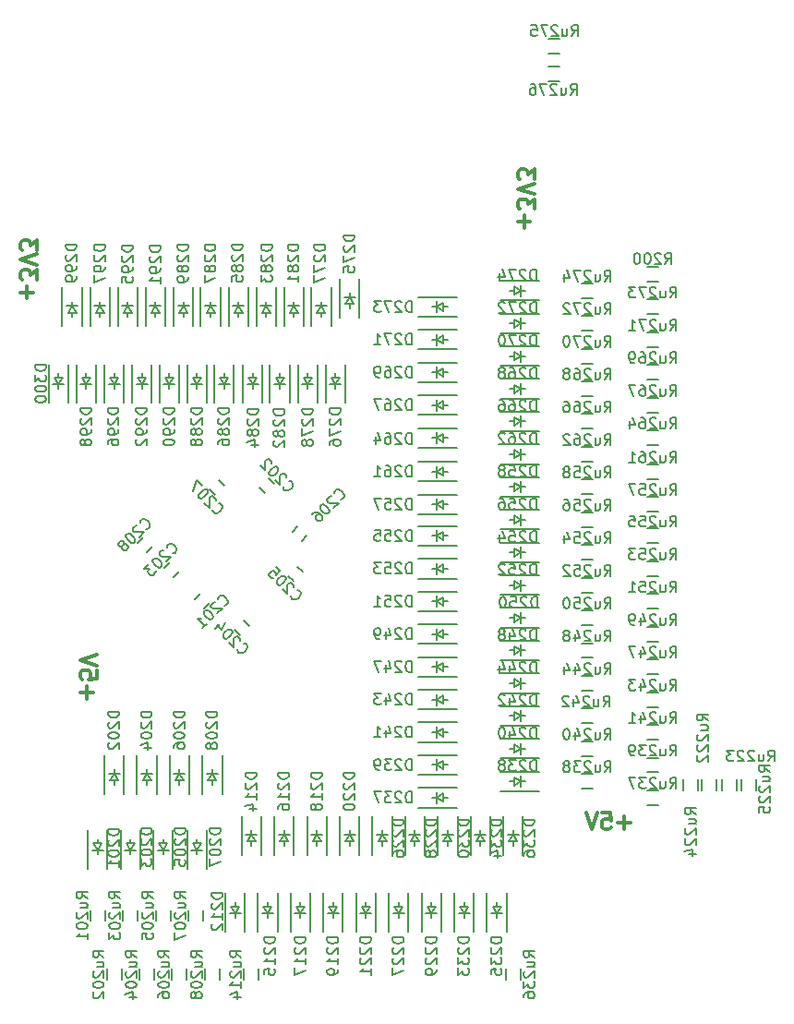
<source format=gbo>
G04 #@! TF.FileFunction,Legend,Bot*
%FSLAX46Y46*%
G04 Gerber Fmt 4.6, Leading zero omitted, Abs format (unit mm)*
G04 Created by KiCad (PCBNEW 4.0.2-stable) date 29-4-2016 14:39:48*
%MOMM*%
G01*
G04 APERTURE LIST*
%ADD10C,0.150000*%
%ADD11C,0.300000*%
G04 APERTURE END LIST*
D10*
D11*
X76747857Y-160957856D02*
X76747857Y-159814999D01*
X76176429Y-160386428D02*
X77319286Y-160386428D01*
X77676429Y-159243570D02*
X77676429Y-158314999D01*
X77105000Y-158814999D01*
X77105000Y-158600713D01*
X77033571Y-158457856D01*
X76962143Y-158386427D01*
X76819286Y-158314999D01*
X76462143Y-158314999D01*
X76319286Y-158386427D01*
X76247857Y-158457856D01*
X76176429Y-158600713D01*
X76176429Y-159029285D01*
X76247857Y-159172142D01*
X76319286Y-159243570D01*
X77676429Y-157886428D02*
X76176429Y-157386428D01*
X77676429Y-156886428D01*
X77676429Y-156529285D02*
X77676429Y-155600714D01*
X77105000Y-156100714D01*
X77105000Y-155886428D01*
X77033571Y-155743571D01*
X76962143Y-155672142D01*
X76819286Y-155600714D01*
X76462143Y-155600714D01*
X76319286Y-155672142D01*
X76247857Y-155743571D01*
X76176429Y-155886428D01*
X76176429Y-156315000D01*
X76247857Y-156457857D01*
X76319286Y-156529285D01*
X82247857Y-197643571D02*
X82247857Y-196500714D01*
X81676429Y-197072143D02*
X82819286Y-197072143D01*
X83176429Y-195072142D02*
X83176429Y-195786428D01*
X82462143Y-195857857D01*
X82533571Y-195786428D01*
X82605000Y-195643571D01*
X82605000Y-195286428D01*
X82533571Y-195143571D01*
X82462143Y-195072142D01*
X82319286Y-195000714D01*
X81962143Y-195000714D01*
X81819286Y-195072142D01*
X81747857Y-195143571D01*
X81676429Y-195286428D01*
X81676429Y-195643571D01*
X81747857Y-195786428D01*
X81819286Y-195857857D01*
X83176429Y-194572143D02*
X81676429Y-194072143D01*
X83176429Y-193572143D01*
X122347857Y-154457856D02*
X122347857Y-153314999D01*
X121776429Y-153886428D02*
X122919286Y-153886428D01*
X123276429Y-152743570D02*
X123276429Y-151814999D01*
X122705000Y-152314999D01*
X122705000Y-152100713D01*
X122633571Y-151957856D01*
X122562143Y-151886427D01*
X122419286Y-151814999D01*
X122062143Y-151814999D01*
X121919286Y-151886427D01*
X121847857Y-151957856D01*
X121776429Y-152100713D01*
X121776429Y-152529285D01*
X121847857Y-152672142D01*
X121919286Y-152743570D01*
X123276429Y-151386428D02*
X121776429Y-150886428D01*
X123276429Y-150386428D01*
X123276429Y-150029285D02*
X123276429Y-149100714D01*
X122705000Y-149600714D01*
X122705000Y-149386428D01*
X122633571Y-149243571D01*
X122562143Y-149172142D01*
X122419286Y-149100714D01*
X122062143Y-149100714D01*
X121919286Y-149172142D01*
X121847857Y-149243571D01*
X121776429Y-149386428D01*
X121776429Y-149815000D01*
X121847857Y-149957857D01*
X121919286Y-150029285D01*
X132103571Y-209022143D02*
X130960714Y-209022143D01*
X131532143Y-209593571D02*
X131532143Y-208450714D01*
X129532142Y-208093571D02*
X130246428Y-208093571D01*
X130317857Y-208807857D01*
X130246428Y-208736429D01*
X130103571Y-208665000D01*
X129746428Y-208665000D01*
X129603571Y-208736429D01*
X129532142Y-208807857D01*
X129460714Y-208950714D01*
X129460714Y-209307857D01*
X129532142Y-209450714D01*
X129603571Y-209522143D01*
X129746428Y-209593571D01*
X130103571Y-209593571D01*
X130246428Y-209522143D01*
X130317857Y-209450714D01*
X129032143Y-208093571D02*
X128532143Y-209593571D01*
X128032143Y-208093571D01*
D10*
X93011777Y-189346751D02*
X93506751Y-188851777D01*
X92658223Y-188003249D02*
X92163249Y-188498223D01*
X99426751Y-177938223D02*
X98931777Y-177443249D01*
X98083249Y-178291777D02*
X98578223Y-178786751D01*
X90191777Y-186446751D02*
X90686751Y-185951777D01*
X89838223Y-185103249D02*
X89343249Y-185598223D01*
X97126751Y-190938223D02*
X96631777Y-190443249D01*
X95783249Y-191291777D02*
X96278223Y-191786751D01*
X102046751Y-186018223D02*
X101551777Y-185523249D01*
X100703249Y-186371777D02*
X101198223Y-186866751D01*
X101588223Y-181833249D02*
X101093249Y-182328223D01*
X101941777Y-183176751D02*
X102436751Y-182681777D01*
X93503249Y-178451777D02*
X93998223Y-178946751D01*
X94846751Y-178098223D02*
X94351777Y-177603249D01*
X87378223Y-182843249D02*
X86883249Y-183338223D01*
X87731777Y-184186751D02*
X88226751Y-183691777D01*
X103755000Y-162232500D02*
X103755000Y-162613500D01*
X103755000Y-161216500D02*
X103755000Y-161597500D01*
X103755000Y-161597500D02*
X103374000Y-162232500D01*
X103374000Y-162232500D02*
X104136000Y-162232500D01*
X104136000Y-162232500D02*
X103755000Y-161597500D01*
X103247000Y-161597500D02*
X104263000Y-161597500D01*
X104655000Y-159915000D02*
X104655000Y-163455000D01*
X102855000Y-159915000D02*
X102855000Y-163455000D01*
X102515000Y-168197500D02*
X102515000Y-167816500D01*
X102515000Y-169213500D02*
X102515000Y-168832500D01*
X102515000Y-168832500D02*
X102896000Y-168197500D01*
X102896000Y-168197500D02*
X102134000Y-168197500D01*
X102134000Y-168197500D02*
X102515000Y-168832500D01*
X103023000Y-168832500D02*
X102007000Y-168832500D01*
X101615000Y-170515000D02*
X101615000Y-166975000D01*
X103415000Y-170515000D02*
X103415000Y-166975000D01*
X101255000Y-162232500D02*
X101255000Y-162613500D01*
X101255000Y-161216500D02*
X101255000Y-161597500D01*
X101255000Y-161597500D02*
X100874000Y-162232500D01*
X100874000Y-162232500D02*
X101636000Y-162232500D01*
X101636000Y-162232500D02*
X101255000Y-161597500D01*
X100747000Y-161597500D02*
X101763000Y-161597500D01*
X102155000Y-159915000D02*
X102155000Y-163455000D01*
X100355000Y-159915000D02*
X100355000Y-163455000D01*
X99955000Y-168197500D02*
X99955000Y-167816500D01*
X99955000Y-169213500D02*
X99955000Y-168832500D01*
X99955000Y-168832500D02*
X100336000Y-168197500D01*
X100336000Y-168197500D02*
X99574000Y-168197500D01*
X99574000Y-168197500D02*
X99955000Y-168832500D01*
X100463000Y-168832500D02*
X99447000Y-168832500D01*
X99055000Y-170515000D02*
X99055000Y-166975000D01*
X100855000Y-170515000D02*
X100855000Y-166975000D01*
X98705000Y-162232500D02*
X98705000Y-162613500D01*
X98705000Y-161216500D02*
X98705000Y-161597500D01*
X98705000Y-161597500D02*
X98324000Y-162232500D01*
X98324000Y-162232500D02*
X99086000Y-162232500D01*
X99086000Y-162232500D02*
X98705000Y-161597500D01*
X98197000Y-161597500D02*
X99213000Y-161597500D01*
X99605000Y-159915000D02*
X99605000Y-163455000D01*
X97805000Y-159915000D02*
X97805000Y-163455000D01*
X97455000Y-168197500D02*
X97455000Y-167816500D01*
X97455000Y-169213500D02*
X97455000Y-168832500D01*
X97455000Y-168832500D02*
X97836000Y-168197500D01*
X97836000Y-168197500D02*
X97074000Y-168197500D01*
X97074000Y-168197500D02*
X97455000Y-168832500D01*
X97963000Y-168832500D02*
X96947000Y-168832500D01*
X96555000Y-170515000D02*
X96555000Y-166975000D01*
X98355000Y-170515000D02*
X98355000Y-166975000D01*
X96155000Y-162232500D02*
X96155000Y-162613500D01*
X96155000Y-161216500D02*
X96155000Y-161597500D01*
X96155000Y-161597500D02*
X95774000Y-162232500D01*
X95774000Y-162232500D02*
X96536000Y-162232500D01*
X96536000Y-162232500D02*
X96155000Y-161597500D01*
X95647000Y-161597500D02*
X96663000Y-161597500D01*
X97055000Y-159915000D02*
X97055000Y-163455000D01*
X95255000Y-159915000D02*
X95255000Y-163455000D01*
X94855000Y-168197500D02*
X94855000Y-167816500D01*
X94855000Y-169213500D02*
X94855000Y-168832500D01*
X94855000Y-168832500D02*
X95236000Y-168197500D01*
X95236000Y-168197500D02*
X94474000Y-168197500D01*
X94474000Y-168197500D02*
X94855000Y-168832500D01*
X95363000Y-168832500D02*
X94347000Y-168832500D01*
X93955000Y-170515000D02*
X93955000Y-166975000D01*
X95755000Y-170515000D02*
X95755000Y-166975000D01*
X93605000Y-162232500D02*
X93605000Y-162613500D01*
X93605000Y-161216500D02*
X93605000Y-161597500D01*
X93605000Y-161597500D02*
X93224000Y-162232500D01*
X93224000Y-162232500D02*
X93986000Y-162232500D01*
X93986000Y-162232500D02*
X93605000Y-161597500D01*
X93097000Y-161597500D02*
X94113000Y-161597500D01*
X94505000Y-159915000D02*
X94505000Y-163455000D01*
X92705000Y-159915000D02*
X92705000Y-163455000D01*
X92355000Y-168197500D02*
X92355000Y-167816500D01*
X92355000Y-169213500D02*
X92355000Y-168832500D01*
X92355000Y-168832500D02*
X92736000Y-168197500D01*
X92736000Y-168197500D02*
X91974000Y-168197500D01*
X91974000Y-168197500D02*
X92355000Y-168832500D01*
X92863000Y-168832500D02*
X91847000Y-168832500D01*
X91455000Y-170515000D02*
X91455000Y-166975000D01*
X93255000Y-170515000D02*
X93255000Y-166975000D01*
X91105000Y-162232500D02*
X91105000Y-162613500D01*
X91105000Y-161216500D02*
X91105000Y-161597500D01*
X91105000Y-161597500D02*
X90724000Y-162232500D01*
X90724000Y-162232500D02*
X91486000Y-162232500D01*
X91486000Y-162232500D02*
X91105000Y-161597500D01*
X90597000Y-161597500D02*
X91613000Y-161597500D01*
X92005000Y-159915000D02*
X92005000Y-163455000D01*
X90205000Y-159915000D02*
X90205000Y-163455000D01*
X89805000Y-168197500D02*
X89805000Y-167816500D01*
X89805000Y-169213500D02*
X89805000Y-168832500D01*
X89805000Y-168832500D02*
X90186000Y-168197500D01*
X90186000Y-168197500D02*
X89424000Y-168197500D01*
X89424000Y-168197500D02*
X89805000Y-168832500D01*
X90313000Y-168832500D02*
X89297000Y-168832500D01*
X88905000Y-170515000D02*
X88905000Y-166975000D01*
X90705000Y-170515000D02*
X90705000Y-166975000D01*
X88555000Y-162232500D02*
X88555000Y-162613500D01*
X88555000Y-161216500D02*
X88555000Y-161597500D01*
X88555000Y-161597500D02*
X88174000Y-162232500D01*
X88174000Y-162232500D02*
X88936000Y-162232500D01*
X88936000Y-162232500D02*
X88555000Y-161597500D01*
X88047000Y-161597500D02*
X89063000Y-161597500D01*
X89455000Y-159915000D02*
X89455000Y-163455000D01*
X87655000Y-159915000D02*
X87655000Y-163455000D01*
X87305000Y-168197500D02*
X87305000Y-167816500D01*
X87305000Y-169213500D02*
X87305000Y-168832500D01*
X87305000Y-168832500D02*
X87686000Y-168197500D01*
X87686000Y-168197500D02*
X86924000Y-168197500D01*
X86924000Y-168197500D02*
X87305000Y-168832500D01*
X87813000Y-168832500D02*
X86797000Y-168832500D01*
X86405000Y-170515000D02*
X86405000Y-166975000D01*
X88205000Y-170515000D02*
X88205000Y-166975000D01*
X86005000Y-162232500D02*
X86005000Y-162613500D01*
X86005000Y-161216500D02*
X86005000Y-161597500D01*
X86005000Y-161597500D02*
X85624000Y-162232500D01*
X85624000Y-162232500D02*
X86386000Y-162232500D01*
X86386000Y-162232500D02*
X86005000Y-161597500D01*
X85497000Y-161597500D02*
X86513000Y-161597500D01*
X86905000Y-159915000D02*
X86905000Y-163455000D01*
X85105000Y-159915000D02*
X85105000Y-163455000D01*
X84755000Y-168197500D02*
X84755000Y-167816500D01*
X84755000Y-169213500D02*
X84755000Y-168832500D01*
X84755000Y-168832500D02*
X85136000Y-168197500D01*
X85136000Y-168197500D02*
X84374000Y-168197500D01*
X84374000Y-168197500D02*
X84755000Y-168832500D01*
X85263000Y-168832500D02*
X84247000Y-168832500D01*
X83855000Y-170515000D02*
X83855000Y-166975000D01*
X85655000Y-170515000D02*
X85655000Y-166975000D01*
X83455000Y-162232500D02*
X83455000Y-162613500D01*
X83455000Y-161216500D02*
X83455000Y-161597500D01*
X83455000Y-161597500D02*
X83074000Y-162232500D01*
X83074000Y-162232500D02*
X83836000Y-162232500D01*
X83836000Y-162232500D02*
X83455000Y-161597500D01*
X82947000Y-161597500D02*
X83963000Y-161597500D01*
X84355000Y-159915000D02*
X84355000Y-163455000D01*
X82555000Y-159915000D02*
X82555000Y-163455000D01*
X82205000Y-168197500D02*
X82205000Y-167816500D01*
X82205000Y-169213500D02*
X82205000Y-168832500D01*
X82205000Y-168832500D02*
X82586000Y-168197500D01*
X82586000Y-168197500D02*
X81824000Y-168197500D01*
X81824000Y-168197500D02*
X82205000Y-168832500D01*
X82713000Y-168832500D02*
X81697000Y-168832500D01*
X81305000Y-170515000D02*
X81305000Y-166975000D01*
X83105000Y-170515000D02*
X83105000Y-166975000D01*
X80905000Y-162232500D02*
X80905000Y-162613500D01*
X80905000Y-161216500D02*
X80905000Y-161597500D01*
X80905000Y-161597500D02*
X80524000Y-162232500D01*
X80524000Y-162232500D02*
X81286000Y-162232500D01*
X81286000Y-162232500D02*
X80905000Y-161597500D01*
X80397000Y-161597500D02*
X81413000Y-161597500D01*
X81805000Y-159915000D02*
X81805000Y-163455000D01*
X80005000Y-159915000D02*
X80005000Y-163455000D01*
X79655000Y-168197500D02*
X79655000Y-167816500D01*
X79655000Y-169213500D02*
X79655000Y-168832500D01*
X79655000Y-168832500D02*
X80036000Y-168197500D01*
X80036000Y-168197500D02*
X79274000Y-168197500D01*
X79274000Y-168197500D02*
X79655000Y-168832500D01*
X80163000Y-168832500D02*
X79147000Y-168832500D01*
X78755000Y-170515000D02*
X78755000Y-166975000D01*
X80555000Y-170515000D02*
X80555000Y-166975000D01*
X133655000Y-189390000D02*
X134655000Y-189390000D01*
X134655000Y-188040000D02*
X133655000Y-188040000D01*
X128655000Y-186540000D02*
X127655000Y-186540000D01*
X127655000Y-187890000D02*
X128655000Y-187890000D01*
X133655000Y-186390000D02*
X134655000Y-186390000D01*
X134655000Y-185040000D02*
X133655000Y-185040000D01*
X128655000Y-183540000D02*
X127655000Y-183540000D01*
X127655000Y-184890000D02*
X128655000Y-184890000D01*
X133655000Y-183390000D02*
X134655000Y-183390000D01*
X134655000Y-182040000D02*
X133655000Y-182040000D01*
X128655000Y-180540000D02*
X127655000Y-180540000D01*
X127655000Y-181890000D02*
X128655000Y-181890000D01*
X133655000Y-180490000D02*
X134655000Y-180490000D01*
X134655000Y-179140000D02*
X133655000Y-179140000D01*
X128655000Y-177540000D02*
X127655000Y-177540000D01*
X127655000Y-178890000D02*
X128655000Y-178890000D01*
X114972500Y-188715000D02*
X115353500Y-188715000D01*
X113956500Y-188715000D02*
X114337500Y-188715000D01*
X114337500Y-188715000D02*
X114972500Y-189096000D01*
X114972500Y-189096000D02*
X114972500Y-188334000D01*
X114972500Y-188334000D02*
X114337500Y-188715000D01*
X114337500Y-189223000D02*
X114337500Y-188207000D01*
X112655000Y-187815000D02*
X116195000Y-187815000D01*
X112655000Y-189615000D02*
X116195000Y-189615000D01*
X121437500Y-187215000D02*
X121056500Y-187215000D01*
X122453500Y-187215000D02*
X122072500Y-187215000D01*
X122072500Y-187215000D02*
X121437500Y-186834000D01*
X121437500Y-186834000D02*
X121437500Y-187596000D01*
X121437500Y-187596000D02*
X122072500Y-187215000D01*
X122072500Y-186707000D02*
X122072500Y-187723000D01*
X123755000Y-188115000D02*
X120215000Y-188115000D01*
X123755000Y-186315000D02*
X120215000Y-186315000D01*
X134655000Y-158040000D02*
X133655000Y-158040000D01*
X133655000Y-159390000D02*
X134655000Y-159390000D01*
X133655000Y-207390000D02*
X134655000Y-207390000D01*
X134655000Y-206040000D02*
X133655000Y-206040000D01*
X128655000Y-204540000D02*
X127655000Y-204540000D01*
X127655000Y-205890000D02*
X128655000Y-205890000D01*
X133655000Y-204390000D02*
X134655000Y-204390000D01*
X134655000Y-203040000D02*
X133655000Y-203040000D01*
X128655000Y-201540000D02*
X127655000Y-201540000D01*
X127655000Y-202890000D02*
X128655000Y-202890000D01*
X133655000Y-201390000D02*
X134655000Y-201390000D01*
X134655000Y-200040000D02*
X133655000Y-200040000D01*
X128655000Y-198540000D02*
X127655000Y-198540000D01*
X127655000Y-199890000D02*
X128655000Y-199890000D01*
X133655000Y-198390000D02*
X134655000Y-198390000D01*
X134655000Y-197040000D02*
X133655000Y-197040000D01*
X128655000Y-195540000D02*
X127655000Y-195540000D01*
X127655000Y-196890000D02*
X128655000Y-196890000D01*
X133655000Y-195390000D02*
X134655000Y-195390000D01*
X134655000Y-194040000D02*
X133655000Y-194040000D01*
X128655000Y-192540000D02*
X127655000Y-192540000D01*
X127655000Y-193890000D02*
X128655000Y-193890000D01*
X133655000Y-192390000D02*
X134655000Y-192390000D01*
X134655000Y-191040000D02*
X133655000Y-191040000D01*
X128655000Y-189540000D02*
X127655000Y-189540000D01*
X127655000Y-190890000D02*
X128655000Y-190890000D01*
X133655000Y-177490000D02*
X134655000Y-177490000D01*
X134655000Y-176140000D02*
X133655000Y-176140000D01*
X128655000Y-174540000D02*
X127655000Y-174540000D01*
X127655000Y-175890000D02*
X128655000Y-175890000D01*
X133655000Y-174390000D02*
X134655000Y-174390000D01*
X134655000Y-173040000D02*
X133655000Y-173040000D01*
X128655000Y-171540000D02*
X127655000Y-171540000D01*
X127655000Y-172890000D02*
X128655000Y-172890000D01*
X133655000Y-171390000D02*
X134655000Y-171390000D01*
X134655000Y-170040000D02*
X133655000Y-170040000D01*
X128655000Y-168540000D02*
X127655000Y-168540000D01*
X127655000Y-169890000D02*
X128655000Y-169890000D01*
X128655000Y-165540000D02*
X127655000Y-165540000D01*
X127655000Y-166890000D02*
X128655000Y-166890000D01*
X133655000Y-165390000D02*
X134655000Y-165390000D01*
X134655000Y-164040000D02*
X133655000Y-164040000D01*
X128655000Y-162540000D02*
X127655000Y-162540000D01*
X127655000Y-163890000D02*
X128655000Y-163890000D01*
X133655000Y-162390000D02*
X134655000Y-162390000D01*
X134655000Y-161040000D02*
X133655000Y-161040000D01*
X128655000Y-159540000D02*
X127655000Y-159540000D01*
X127655000Y-160890000D02*
X128655000Y-160890000D01*
X83255000Y-210897500D02*
X83255000Y-210516500D01*
X83255000Y-211913500D02*
X83255000Y-211532500D01*
X83255000Y-211532500D02*
X83636000Y-210897500D01*
X83636000Y-210897500D02*
X82874000Y-210897500D01*
X82874000Y-210897500D02*
X83255000Y-211532500D01*
X83763000Y-211532500D02*
X82747000Y-211532500D01*
X82355000Y-213215000D02*
X82355000Y-209675000D01*
X84155000Y-213215000D02*
X84155000Y-209675000D01*
X84755000Y-205132500D02*
X84755000Y-205513500D01*
X84755000Y-204116500D02*
X84755000Y-204497500D01*
X84755000Y-204497500D02*
X84374000Y-205132500D01*
X84374000Y-205132500D02*
X85136000Y-205132500D01*
X85136000Y-205132500D02*
X84755000Y-204497500D01*
X84247000Y-204497500D02*
X85263000Y-204497500D01*
X85655000Y-202815000D02*
X85655000Y-206355000D01*
X83855000Y-202815000D02*
X83855000Y-206355000D01*
X86255000Y-210897500D02*
X86255000Y-210516500D01*
X86255000Y-211913500D02*
X86255000Y-211532500D01*
X86255000Y-211532500D02*
X86636000Y-210897500D01*
X86636000Y-210897500D02*
X85874000Y-210897500D01*
X85874000Y-210897500D02*
X86255000Y-211532500D01*
X86763000Y-211532500D02*
X85747000Y-211532500D01*
X85355000Y-213215000D02*
X85355000Y-209675000D01*
X87155000Y-213215000D02*
X87155000Y-209675000D01*
X87755000Y-205132500D02*
X87755000Y-205513500D01*
X87755000Y-204116500D02*
X87755000Y-204497500D01*
X87755000Y-204497500D02*
X87374000Y-205132500D01*
X87374000Y-205132500D02*
X88136000Y-205132500D01*
X88136000Y-205132500D02*
X87755000Y-204497500D01*
X87247000Y-204497500D02*
X88263000Y-204497500D01*
X88655000Y-202815000D02*
X88655000Y-206355000D01*
X86855000Y-202815000D02*
X86855000Y-206355000D01*
X89255000Y-210897500D02*
X89255000Y-210516500D01*
X89255000Y-211913500D02*
X89255000Y-211532500D01*
X89255000Y-211532500D02*
X89636000Y-210897500D01*
X89636000Y-210897500D02*
X88874000Y-210897500D01*
X88874000Y-210897500D02*
X89255000Y-211532500D01*
X89763000Y-211532500D02*
X88747000Y-211532500D01*
X88355000Y-213215000D02*
X88355000Y-209675000D01*
X90155000Y-213215000D02*
X90155000Y-209675000D01*
X90755000Y-205132500D02*
X90755000Y-205513500D01*
X90755000Y-204116500D02*
X90755000Y-204497500D01*
X90755000Y-204497500D02*
X90374000Y-205132500D01*
X90374000Y-205132500D02*
X91136000Y-205132500D01*
X91136000Y-205132500D02*
X90755000Y-204497500D01*
X90247000Y-204497500D02*
X91263000Y-204497500D01*
X91655000Y-202815000D02*
X91655000Y-206355000D01*
X89855000Y-202815000D02*
X89855000Y-206355000D01*
X92355000Y-210897500D02*
X92355000Y-210516500D01*
X92355000Y-211913500D02*
X92355000Y-211532500D01*
X92355000Y-211532500D02*
X92736000Y-210897500D01*
X92736000Y-210897500D02*
X91974000Y-210897500D01*
X91974000Y-210897500D02*
X92355000Y-211532500D01*
X92863000Y-211532500D02*
X91847000Y-211532500D01*
X91455000Y-213215000D02*
X91455000Y-209675000D01*
X93255000Y-213215000D02*
X93255000Y-209675000D01*
X93755000Y-205132500D02*
X93755000Y-205513500D01*
X93755000Y-204116500D02*
X93755000Y-204497500D01*
X93755000Y-204497500D02*
X93374000Y-205132500D01*
X93374000Y-205132500D02*
X94136000Y-205132500D01*
X94136000Y-205132500D02*
X93755000Y-204497500D01*
X93247000Y-204497500D02*
X94263000Y-204497500D01*
X94655000Y-202815000D02*
X94655000Y-206355000D01*
X92855000Y-202815000D02*
X92855000Y-206355000D01*
X95845000Y-216697500D02*
X95845000Y-216316500D01*
X95845000Y-217713500D02*
X95845000Y-217332500D01*
X95845000Y-217332500D02*
X96226000Y-216697500D01*
X96226000Y-216697500D02*
X95464000Y-216697500D01*
X95464000Y-216697500D02*
X95845000Y-217332500D01*
X96353000Y-217332500D02*
X95337000Y-217332500D01*
X94945000Y-219015000D02*
X94945000Y-215475000D01*
X96745000Y-219015000D02*
X96745000Y-215475000D01*
X97345000Y-210732500D02*
X97345000Y-211113500D01*
X97345000Y-209716500D02*
X97345000Y-210097500D01*
X97345000Y-210097500D02*
X96964000Y-210732500D01*
X96964000Y-210732500D02*
X97726000Y-210732500D01*
X97726000Y-210732500D02*
X97345000Y-210097500D01*
X96837000Y-210097500D02*
X97853000Y-210097500D01*
X98245000Y-208415000D02*
X98245000Y-211955000D01*
X96445000Y-208415000D02*
X96445000Y-211955000D01*
X98845000Y-216697500D02*
X98845000Y-216316500D01*
X98845000Y-217713500D02*
X98845000Y-217332500D01*
X98845000Y-217332500D02*
X99226000Y-216697500D01*
X99226000Y-216697500D02*
X98464000Y-216697500D01*
X98464000Y-216697500D02*
X98845000Y-217332500D01*
X99353000Y-217332500D02*
X98337000Y-217332500D01*
X97945000Y-219015000D02*
X97945000Y-215475000D01*
X99745000Y-219015000D02*
X99745000Y-215475000D01*
X100345000Y-210732500D02*
X100345000Y-211113500D01*
X100345000Y-209716500D02*
X100345000Y-210097500D01*
X100345000Y-210097500D02*
X99964000Y-210732500D01*
X99964000Y-210732500D02*
X100726000Y-210732500D01*
X100726000Y-210732500D02*
X100345000Y-210097500D01*
X99837000Y-210097500D02*
X100853000Y-210097500D01*
X101245000Y-208415000D02*
X101245000Y-211955000D01*
X99445000Y-208415000D02*
X99445000Y-211955000D01*
X101845000Y-216697500D02*
X101845000Y-216316500D01*
X101845000Y-217713500D02*
X101845000Y-217332500D01*
X101845000Y-217332500D02*
X102226000Y-216697500D01*
X102226000Y-216697500D02*
X101464000Y-216697500D01*
X101464000Y-216697500D02*
X101845000Y-217332500D01*
X102353000Y-217332500D02*
X101337000Y-217332500D01*
X100945000Y-219015000D02*
X100945000Y-215475000D01*
X102745000Y-219015000D02*
X102745000Y-215475000D01*
X103345000Y-210732500D02*
X103345000Y-211113500D01*
X103345000Y-209716500D02*
X103345000Y-210097500D01*
X103345000Y-210097500D02*
X102964000Y-210732500D01*
X102964000Y-210732500D02*
X103726000Y-210732500D01*
X103726000Y-210732500D02*
X103345000Y-210097500D01*
X102837000Y-210097500D02*
X103853000Y-210097500D01*
X104245000Y-208415000D02*
X104245000Y-211955000D01*
X102445000Y-208415000D02*
X102445000Y-211955000D01*
X104845000Y-216697500D02*
X104845000Y-216316500D01*
X104845000Y-217713500D02*
X104845000Y-217332500D01*
X104845000Y-217332500D02*
X105226000Y-216697500D01*
X105226000Y-216697500D02*
X104464000Y-216697500D01*
X104464000Y-216697500D02*
X104845000Y-217332500D01*
X105353000Y-217332500D02*
X104337000Y-217332500D01*
X103945000Y-219015000D02*
X103945000Y-215475000D01*
X105745000Y-219015000D02*
X105745000Y-215475000D01*
X106345000Y-210732500D02*
X106345000Y-211113500D01*
X106345000Y-209716500D02*
X106345000Y-210097500D01*
X106345000Y-210097500D02*
X105964000Y-210732500D01*
X105964000Y-210732500D02*
X106726000Y-210732500D01*
X106726000Y-210732500D02*
X106345000Y-210097500D01*
X105837000Y-210097500D02*
X106853000Y-210097500D01*
X107245000Y-208415000D02*
X107245000Y-211955000D01*
X105445000Y-208415000D02*
X105445000Y-211955000D01*
X107845000Y-216697500D02*
X107845000Y-216316500D01*
X107845000Y-217713500D02*
X107845000Y-217332500D01*
X107845000Y-217332500D02*
X108226000Y-216697500D01*
X108226000Y-216697500D02*
X107464000Y-216697500D01*
X107464000Y-216697500D02*
X107845000Y-217332500D01*
X108353000Y-217332500D02*
X107337000Y-217332500D01*
X106945000Y-219015000D02*
X106945000Y-215475000D01*
X108745000Y-219015000D02*
X108745000Y-215475000D01*
X109345000Y-210732500D02*
X109345000Y-211113500D01*
X109345000Y-209716500D02*
X109345000Y-210097500D01*
X109345000Y-210097500D02*
X108964000Y-210732500D01*
X108964000Y-210732500D02*
X109726000Y-210732500D01*
X109726000Y-210732500D02*
X109345000Y-210097500D01*
X108837000Y-210097500D02*
X109853000Y-210097500D01*
X110245000Y-208415000D02*
X110245000Y-211955000D01*
X108445000Y-208415000D02*
X108445000Y-211955000D01*
X110845000Y-216697500D02*
X110845000Y-216316500D01*
X110845000Y-217713500D02*
X110845000Y-217332500D01*
X110845000Y-217332500D02*
X111226000Y-216697500D01*
X111226000Y-216697500D02*
X110464000Y-216697500D01*
X110464000Y-216697500D02*
X110845000Y-217332500D01*
X111353000Y-217332500D02*
X110337000Y-217332500D01*
X109945000Y-219015000D02*
X109945000Y-215475000D01*
X111745000Y-219015000D02*
X111745000Y-215475000D01*
X112345000Y-210732500D02*
X112345000Y-211113500D01*
X112345000Y-209716500D02*
X112345000Y-210097500D01*
X112345000Y-210097500D02*
X111964000Y-210732500D01*
X111964000Y-210732500D02*
X112726000Y-210732500D01*
X112726000Y-210732500D02*
X112345000Y-210097500D01*
X111837000Y-210097500D02*
X112853000Y-210097500D01*
X113245000Y-208415000D02*
X113245000Y-211955000D01*
X111445000Y-208415000D02*
X111445000Y-211955000D01*
X113845000Y-216697500D02*
X113845000Y-216316500D01*
X113845000Y-217713500D02*
X113845000Y-217332500D01*
X113845000Y-217332500D02*
X114226000Y-216697500D01*
X114226000Y-216697500D02*
X113464000Y-216697500D01*
X113464000Y-216697500D02*
X113845000Y-217332500D01*
X114353000Y-217332500D02*
X113337000Y-217332500D01*
X112945000Y-219015000D02*
X112945000Y-215475000D01*
X114745000Y-219015000D02*
X114745000Y-215475000D01*
X115345000Y-210732500D02*
X115345000Y-211113500D01*
X115345000Y-209716500D02*
X115345000Y-210097500D01*
X115345000Y-210097500D02*
X114964000Y-210732500D01*
X114964000Y-210732500D02*
X115726000Y-210732500D01*
X115726000Y-210732500D02*
X115345000Y-210097500D01*
X114837000Y-210097500D02*
X115853000Y-210097500D01*
X116245000Y-208415000D02*
X116245000Y-211955000D01*
X114445000Y-208415000D02*
X114445000Y-211955000D01*
X116845000Y-216697500D02*
X116845000Y-216316500D01*
X116845000Y-217713500D02*
X116845000Y-217332500D01*
X116845000Y-217332500D02*
X117226000Y-216697500D01*
X117226000Y-216697500D02*
X116464000Y-216697500D01*
X116464000Y-216697500D02*
X116845000Y-217332500D01*
X117353000Y-217332500D02*
X116337000Y-217332500D01*
X115945000Y-219015000D02*
X115945000Y-215475000D01*
X117745000Y-219015000D02*
X117745000Y-215475000D01*
X118345000Y-210732500D02*
X118345000Y-211113500D01*
X118345000Y-209716500D02*
X118345000Y-210097500D01*
X118345000Y-210097500D02*
X117964000Y-210732500D01*
X117964000Y-210732500D02*
X118726000Y-210732500D01*
X118726000Y-210732500D02*
X118345000Y-210097500D01*
X117837000Y-210097500D02*
X118853000Y-210097500D01*
X119245000Y-208415000D02*
X119245000Y-211955000D01*
X117445000Y-208415000D02*
X117445000Y-211955000D01*
X119845000Y-216697500D02*
X119845000Y-216316500D01*
X119845000Y-217713500D02*
X119845000Y-217332500D01*
X119845000Y-217332500D02*
X120226000Y-216697500D01*
X120226000Y-216697500D02*
X119464000Y-216697500D01*
X119464000Y-216697500D02*
X119845000Y-217332500D01*
X120353000Y-217332500D02*
X119337000Y-217332500D01*
X118945000Y-219015000D02*
X118945000Y-215475000D01*
X120745000Y-219015000D02*
X120745000Y-215475000D01*
X121345000Y-210732500D02*
X121345000Y-211113500D01*
X121345000Y-209716500D02*
X121345000Y-210097500D01*
X121345000Y-210097500D02*
X120964000Y-210732500D01*
X120964000Y-210732500D02*
X121726000Y-210732500D01*
X121726000Y-210732500D02*
X121345000Y-210097500D01*
X120837000Y-210097500D02*
X121853000Y-210097500D01*
X122245000Y-208415000D02*
X122245000Y-211955000D01*
X120445000Y-208415000D02*
X120445000Y-211955000D01*
X114972500Y-206715000D02*
X115353500Y-206715000D01*
X113956500Y-206715000D02*
X114337500Y-206715000D01*
X114337500Y-206715000D02*
X114972500Y-207096000D01*
X114972500Y-207096000D02*
X114972500Y-206334000D01*
X114972500Y-206334000D02*
X114337500Y-206715000D01*
X114337500Y-207223000D02*
X114337500Y-206207000D01*
X112655000Y-205815000D02*
X116195000Y-205815000D01*
X112655000Y-207615000D02*
X116195000Y-207615000D01*
X121437500Y-205215000D02*
X121056500Y-205215000D01*
X122453500Y-205215000D02*
X122072500Y-205215000D01*
X122072500Y-205215000D02*
X121437500Y-204834000D01*
X121437500Y-204834000D02*
X121437500Y-205596000D01*
X121437500Y-205596000D02*
X122072500Y-205215000D01*
X122072500Y-204707000D02*
X122072500Y-205723000D01*
X123755000Y-206115000D02*
X120215000Y-206115000D01*
X123755000Y-204315000D02*
X120215000Y-204315000D01*
X114972500Y-203715000D02*
X115353500Y-203715000D01*
X113956500Y-203715000D02*
X114337500Y-203715000D01*
X114337500Y-203715000D02*
X114972500Y-204096000D01*
X114972500Y-204096000D02*
X114972500Y-203334000D01*
X114972500Y-203334000D02*
X114337500Y-203715000D01*
X114337500Y-204223000D02*
X114337500Y-203207000D01*
X112655000Y-202815000D02*
X116195000Y-202815000D01*
X112655000Y-204615000D02*
X116195000Y-204615000D01*
X121437500Y-202215000D02*
X121056500Y-202215000D01*
X122453500Y-202215000D02*
X122072500Y-202215000D01*
X122072500Y-202215000D02*
X121437500Y-201834000D01*
X121437500Y-201834000D02*
X121437500Y-202596000D01*
X121437500Y-202596000D02*
X122072500Y-202215000D01*
X122072500Y-201707000D02*
X122072500Y-202723000D01*
X123755000Y-203115000D02*
X120215000Y-203115000D01*
X123755000Y-201315000D02*
X120215000Y-201315000D01*
X114972500Y-200715000D02*
X115353500Y-200715000D01*
X113956500Y-200715000D02*
X114337500Y-200715000D01*
X114337500Y-200715000D02*
X114972500Y-201096000D01*
X114972500Y-201096000D02*
X114972500Y-200334000D01*
X114972500Y-200334000D02*
X114337500Y-200715000D01*
X114337500Y-201223000D02*
X114337500Y-200207000D01*
X112655000Y-199815000D02*
X116195000Y-199815000D01*
X112655000Y-201615000D02*
X116195000Y-201615000D01*
X121437500Y-199215000D02*
X121056500Y-199215000D01*
X122453500Y-199215000D02*
X122072500Y-199215000D01*
X122072500Y-199215000D02*
X121437500Y-198834000D01*
X121437500Y-198834000D02*
X121437500Y-199596000D01*
X121437500Y-199596000D02*
X122072500Y-199215000D01*
X122072500Y-198707000D02*
X122072500Y-199723000D01*
X123755000Y-200115000D02*
X120215000Y-200115000D01*
X123755000Y-198315000D02*
X120215000Y-198315000D01*
X114972500Y-197715000D02*
X115353500Y-197715000D01*
X113956500Y-197715000D02*
X114337500Y-197715000D01*
X114337500Y-197715000D02*
X114972500Y-198096000D01*
X114972500Y-198096000D02*
X114972500Y-197334000D01*
X114972500Y-197334000D02*
X114337500Y-197715000D01*
X114337500Y-198223000D02*
X114337500Y-197207000D01*
X112655000Y-196815000D02*
X116195000Y-196815000D01*
X112655000Y-198615000D02*
X116195000Y-198615000D01*
X121437500Y-196215000D02*
X121056500Y-196215000D01*
X122453500Y-196215000D02*
X122072500Y-196215000D01*
X122072500Y-196215000D02*
X121437500Y-195834000D01*
X121437500Y-195834000D02*
X121437500Y-196596000D01*
X121437500Y-196596000D02*
X122072500Y-196215000D01*
X122072500Y-195707000D02*
X122072500Y-196723000D01*
X123755000Y-197115000D02*
X120215000Y-197115000D01*
X123755000Y-195315000D02*
X120215000Y-195315000D01*
X114972500Y-194715000D02*
X115353500Y-194715000D01*
X113956500Y-194715000D02*
X114337500Y-194715000D01*
X114337500Y-194715000D02*
X114972500Y-195096000D01*
X114972500Y-195096000D02*
X114972500Y-194334000D01*
X114972500Y-194334000D02*
X114337500Y-194715000D01*
X114337500Y-195223000D02*
X114337500Y-194207000D01*
X112655000Y-193815000D02*
X116195000Y-193815000D01*
X112655000Y-195615000D02*
X116195000Y-195615000D01*
X121437500Y-193215000D02*
X121056500Y-193215000D01*
X122453500Y-193215000D02*
X122072500Y-193215000D01*
X122072500Y-193215000D02*
X121437500Y-192834000D01*
X121437500Y-192834000D02*
X121437500Y-193596000D01*
X121437500Y-193596000D02*
X122072500Y-193215000D01*
X122072500Y-192707000D02*
X122072500Y-193723000D01*
X123755000Y-194115000D02*
X120215000Y-194115000D01*
X123755000Y-192315000D02*
X120215000Y-192315000D01*
X114972500Y-191715000D02*
X115353500Y-191715000D01*
X113956500Y-191715000D02*
X114337500Y-191715000D01*
X114337500Y-191715000D02*
X114972500Y-192096000D01*
X114972500Y-192096000D02*
X114972500Y-191334000D01*
X114972500Y-191334000D02*
X114337500Y-191715000D01*
X114337500Y-192223000D02*
X114337500Y-191207000D01*
X112655000Y-190815000D02*
X116195000Y-190815000D01*
X112655000Y-192615000D02*
X116195000Y-192615000D01*
X121437500Y-190215000D02*
X121056500Y-190215000D01*
X122453500Y-190215000D02*
X122072500Y-190215000D01*
X122072500Y-190215000D02*
X121437500Y-189834000D01*
X121437500Y-189834000D02*
X121437500Y-190596000D01*
X121437500Y-190596000D02*
X122072500Y-190215000D01*
X122072500Y-189707000D02*
X122072500Y-190723000D01*
X123755000Y-191115000D02*
X120215000Y-191115000D01*
X123755000Y-189315000D02*
X120215000Y-189315000D01*
X114972500Y-185715000D02*
X115353500Y-185715000D01*
X113956500Y-185715000D02*
X114337500Y-185715000D01*
X114337500Y-185715000D02*
X114972500Y-186096000D01*
X114972500Y-186096000D02*
X114972500Y-185334000D01*
X114972500Y-185334000D02*
X114337500Y-185715000D01*
X114337500Y-186223000D02*
X114337500Y-185207000D01*
X112655000Y-184815000D02*
X116195000Y-184815000D01*
X112655000Y-186615000D02*
X116195000Y-186615000D01*
X121437500Y-184215000D02*
X121056500Y-184215000D01*
X122453500Y-184215000D02*
X122072500Y-184215000D01*
X122072500Y-184215000D02*
X121437500Y-183834000D01*
X121437500Y-183834000D02*
X121437500Y-184596000D01*
X121437500Y-184596000D02*
X122072500Y-184215000D01*
X122072500Y-183707000D02*
X122072500Y-184723000D01*
X123755000Y-185115000D02*
X120215000Y-185115000D01*
X123755000Y-183315000D02*
X120215000Y-183315000D01*
X114972500Y-182715000D02*
X115353500Y-182715000D01*
X113956500Y-182715000D02*
X114337500Y-182715000D01*
X114337500Y-182715000D02*
X114972500Y-183096000D01*
X114972500Y-183096000D02*
X114972500Y-182334000D01*
X114972500Y-182334000D02*
X114337500Y-182715000D01*
X114337500Y-183223000D02*
X114337500Y-182207000D01*
X112655000Y-181815000D02*
X116195000Y-181815000D01*
X112655000Y-183615000D02*
X116195000Y-183615000D01*
X121437500Y-181215000D02*
X121056500Y-181215000D01*
X122453500Y-181215000D02*
X122072500Y-181215000D01*
X122072500Y-181215000D02*
X121437500Y-180834000D01*
X121437500Y-180834000D02*
X121437500Y-181596000D01*
X121437500Y-181596000D02*
X122072500Y-181215000D01*
X122072500Y-180707000D02*
X122072500Y-181723000D01*
X123755000Y-182115000D02*
X120215000Y-182115000D01*
X123755000Y-180315000D02*
X120215000Y-180315000D01*
X114972500Y-179815000D02*
X115353500Y-179815000D01*
X113956500Y-179815000D02*
X114337500Y-179815000D01*
X114337500Y-179815000D02*
X114972500Y-180196000D01*
X114972500Y-180196000D02*
X114972500Y-179434000D01*
X114972500Y-179434000D02*
X114337500Y-179815000D01*
X114337500Y-180323000D02*
X114337500Y-179307000D01*
X112655000Y-178915000D02*
X116195000Y-178915000D01*
X112655000Y-180715000D02*
X116195000Y-180715000D01*
X121437500Y-178215000D02*
X121056500Y-178215000D01*
X122453500Y-178215000D02*
X122072500Y-178215000D01*
X122072500Y-178215000D02*
X121437500Y-177834000D01*
X121437500Y-177834000D02*
X121437500Y-178596000D01*
X121437500Y-178596000D02*
X122072500Y-178215000D01*
X122072500Y-177707000D02*
X122072500Y-178723000D01*
X123755000Y-179115000D02*
X120215000Y-179115000D01*
X123755000Y-177315000D02*
X120215000Y-177315000D01*
X114972500Y-176815000D02*
X115353500Y-176815000D01*
X113956500Y-176815000D02*
X114337500Y-176815000D01*
X114337500Y-176815000D02*
X114972500Y-177196000D01*
X114972500Y-177196000D02*
X114972500Y-176434000D01*
X114972500Y-176434000D02*
X114337500Y-176815000D01*
X114337500Y-177323000D02*
X114337500Y-176307000D01*
X112655000Y-175915000D02*
X116195000Y-175915000D01*
X112655000Y-177715000D02*
X116195000Y-177715000D01*
X121437500Y-175215000D02*
X121056500Y-175215000D01*
X122453500Y-175215000D02*
X122072500Y-175215000D01*
X122072500Y-175215000D02*
X121437500Y-174834000D01*
X121437500Y-174834000D02*
X121437500Y-175596000D01*
X121437500Y-175596000D02*
X122072500Y-175215000D01*
X122072500Y-174707000D02*
X122072500Y-175723000D01*
X123755000Y-176115000D02*
X120215000Y-176115000D01*
X123755000Y-174315000D02*
X120215000Y-174315000D01*
X114972500Y-173715000D02*
X115353500Y-173715000D01*
X113956500Y-173715000D02*
X114337500Y-173715000D01*
X114337500Y-173715000D02*
X114972500Y-174096000D01*
X114972500Y-174096000D02*
X114972500Y-173334000D01*
X114972500Y-173334000D02*
X114337500Y-173715000D01*
X114337500Y-174223000D02*
X114337500Y-173207000D01*
X112655000Y-172815000D02*
X116195000Y-172815000D01*
X112655000Y-174615000D02*
X116195000Y-174615000D01*
X121437500Y-172215000D02*
X121056500Y-172215000D01*
X122453500Y-172215000D02*
X122072500Y-172215000D01*
X122072500Y-172215000D02*
X121437500Y-171834000D01*
X121437500Y-171834000D02*
X121437500Y-172596000D01*
X121437500Y-172596000D02*
X122072500Y-172215000D01*
X122072500Y-171707000D02*
X122072500Y-172723000D01*
X123755000Y-173115000D02*
X120215000Y-173115000D01*
X123755000Y-171315000D02*
X120215000Y-171315000D01*
X114972500Y-170715000D02*
X115353500Y-170715000D01*
X113956500Y-170715000D02*
X114337500Y-170715000D01*
X114337500Y-170715000D02*
X114972500Y-171096000D01*
X114972500Y-171096000D02*
X114972500Y-170334000D01*
X114972500Y-170334000D02*
X114337500Y-170715000D01*
X114337500Y-171223000D02*
X114337500Y-170207000D01*
X112655000Y-169815000D02*
X116195000Y-169815000D01*
X112655000Y-171615000D02*
X116195000Y-171615000D01*
X121437500Y-169215000D02*
X121056500Y-169215000D01*
X122453500Y-169215000D02*
X122072500Y-169215000D01*
X122072500Y-169215000D02*
X121437500Y-168834000D01*
X121437500Y-168834000D02*
X121437500Y-169596000D01*
X121437500Y-169596000D02*
X122072500Y-169215000D01*
X122072500Y-168707000D02*
X122072500Y-169723000D01*
X123755000Y-170115000D02*
X120215000Y-170115000D01*
X123755000Y-168315000D02*
X120215000Y-168315000D01*
X114972500Y-167715000D02*
X115353500Y-167715000D01*
X113956500Y-167715000D02*
X114337500Y-167715000D01*
X114337500Y-167715000D02*
X114972500Y-168096000D01*
X114972500Y-168096000D02*
X114972500Y-167334000D01*
X114972500Y-167334000D02*
X114337500Y-167715000D01*
X114337500Y-168223000D02*
X114337500Y-167207000D01*
X112655000Y-166815000D02*
X116195000Y-166815000D01*
X112655000Y-168615000D02*
X116195000Y-168615000D01*
X121437500Y-166215000D02*
X121056500Y-166215000D01*
X122453500Y-166215000D02*
X122072500Y-166215000D01*
X122072500Y-166215000D02*
X121437500Y-165834000D01*
X121437500Y-165834000D02*
X121437500Y-166596000D01*
X121437500Y-166596000D02*
X122072500Y-166215000D01*
X122072500Y-165707000D02*
X122072500Y-166723000D01*
X123755000Y-167115000D02*
X120215000Y-167115000D01*
X123755000Y-165315000D02*
X120215000Y-165315000D01*
X114972500Y-164715000D02*
X115353500Y-164715000D01*
X113956500Y-164715000D02*
X114337500Y-164715000D01*
X114337500Y-164715000D02*
X114972500Y-165096000D01*
X114972500Y-165096000D02*
X114972500Y-164334000D01*
X114972500Y-164334000D02*
X114337500Y-164715000D01*
X114337500Y-165223000D02*
X114337500Y-164207000D01*
X112655000Y-163815000D02*
X116195000Y-163815000D01*
X112655000Y-165615000D02*
X116195000Y-165615000D01*
X121437500Y-163215000D02*
X121056500Y-163215000D01*
X122453500Y-163215000D02*
X122072500Y-163215000D01*
X122072500Y-163215000D02*
X121437500Y-162834000D01*
X121437500Y-162834000D02*
X121437500Y-163596000D01*
X121437500Y-163596000D02*
X122072500Y-163215000D01*
X122072500Y-162707000D02*
X122072500Y-163723000D01*
X123755000Y-164115000D02*
X120215000Y-164115000D01*
X123755000Y-162315000D02*
X120215000Y-162315000D01*
X114972500Y-161715000D02*
X115353500Y-161715000D01*
X113956500Y-161715000D02*
X114337500Y-161715000D01*
X114337500Y-161715000D02*
X114972500Y-162096000D01*
X114972500Y-162096000D02*
X114972500Y-161334000D01*
X114972500Y-161334000D02*
X114337500Y-161715000D01*
X114337500Y-162223000D02*
X114337500Y-161207000D01*
X112655000Y-160815000D02*
X116195000Y-160815000D01*
X112655000Y-162615000D02*
X116195000Y-162615000D01*
X121437500Y-160215000D02*
X121056500Y-160215000D01*
X122453500Y-160215000D02*
X122072500Y-160215000D01*
X122072500Y-160215000D02*
X121437500Y-159834000D01*
X121437500Y-159834000D02*
X121437500Y-160596000D01*
X121437500Y-160596000D02*
X122072500Y-160215000D01*
X122072500Y-159707000D02*
X122072500Y-160723000D01*
X123755000Y-161115000D02*
X120215000Y-161115000D01*
X123755000Y-159315000D02*
X120215000Y-159315000D01*
X106355000Y-161432500D02*
X106355000Y-161813500D01*
X106355000Y-160416500D02*
X106355000Y-160797500D01*
X106355000Y-160797500D02*
X105974000Y-161432500D01*
X105974000Y-161432500D02*
X106736000Y-161432500D01*
X106736000Y-161432500D02*
X106355000Y-160797500D01*
X105847000Y-160797500D02*
X106863000Y-160797500D01*
X107255000Y-159115000D02*
X107255000Y-162655000D01*
X105455000Y-159115000D02*
X105455000Y-162655000D01*
X105055000Y-168197500D02*
X105055000Y-167816500D01*
X105055000Y-169213500D02*
X105055000Y-168832500D01*
X105055000Y-168832500D02*
X105436000Y-168197500D01*
X105436000Y-168197500D02*
X104674000Y-168197500D01*
X104674000Y-168197500D02*
X105055000Y-168832500D01*
X105563000Y-168832500D02*
X104547000Y-168832500D01*
X104155000Y-170515000D02*
X104155000Y-166975000D01*
X105955000Y-170515000D02*
X105955000Y-166975000D01*
X83930000Y-218015000D02*
X83930000Y-217015000D01*
X82580000Y-217015000D02*
X82580000Y-218015000D01*
X84080000Y-222415000D02*
X84080000Y-223415000D01*
X85430000Y-223415000D02*
X85430000Y-222415000D01*
X86930000Y-218015000D02*
X86930000Y-217015000D01*
X85580000Y-217015000D02*
X85580000Y-218015000D01*
X87080000Y-222415000D02*
X87080000Y-223415000D01*
X88430000Y-223415000D02*
X88430000Y-222415000D01*
X89930000Y-218015000D02*
X89930000Y-217015000D01*
X88580000Y-217015000D02*
X88580000Y-218015000D01*
X90080000Y-222415000D02*
X90080000Y-223415000D01*
X91430000Y-223415000D02*
X91430000Y-222415000D01*
X92930000Y-218015000D02*
X92930000Y-217015000D01*
X91580000Y-217015000D02*
X91580000Y-218015000D01*
X93080000Y-222415000D02*
X93080000Y-223415000D01*
X94430000Y-223415000D02*
X94430000Y-222415000D01*
X96680000Y-222415000D02*
X96680000Y-223415000D01*
X98030000Y-223415000D02*
X98030000Y-222415000D01*
X120680000Y-222415000D02*
X120680000Y-223415000D01*
X122030000Y-223415000D02*
X122030000Y-222415000D01*
X133655000Y-168390000D02*
X134655000Y-168390000D01*
X134655000Y-167040000D02*
X133655000Y-167040000D01*
X124595000Y-138470000D02*
X125595000Y-138470000D01*
X125595000Y-137120000D02*
X124595000Y-137120000D01*
X124595000Y-141010000D02*
X125595000Y-141010000D01*
X125595000Y-139660000D02*
X124595000Y-139660000D01*
X140030000Y-206015000D02*
X140030000Y-205015000D01*
X138680000Y-205015000D02*
X138680000Y-206015000D01*
X141830000Y-206015000D02*
X141830000Y-205015000D01*
X140480000Y-205015000D02*
X140480000Y-206015000D01*
X138330000Y-206015000D02*
X138330000Y-205015000D01*
X136980000Y-205015000D02*
X136980000Y-206015000D01*
X143630000Y-206015000D02*
X143630000Y-205015000D01*
X142280000Y-205015000D02*
X142280000Y-206015000D01*
X94828824Y-189086253D02*
X94896167Y-189086253D01*
X95030854Y-189018909D01*
X95098198Y-188951566D01*
X95165542Y-188816878D01*
X95165542Y-188682191D01*
X95131870Y-188581176D01*
X95030855Y-188412817D01*
X94929839Y-188311802D01*
X94761481Y-188210786D01*
X94660465Y-188177115D01*
X94525778Y-188177115D01*
X94391091Y-188244459D01*
X94323747Y-188311802D01*
X94256404Y-188446489D01*
X94256404Y-188513833D01*
X93987030Y-188783206D02*
X93919687Y-188783206D01*
X93818672Y-188816878D01*
X93650312Y-188985237D01*
X93616641Y-189086253D01*
X93616641Y-189153596D01*
X93650312Y-189254611D01*
X93717656Y-189321955D01*
X93852343Y-189389298D01*
X94660465Y-189389298D01*
X94222732Y-189827031D01*
X93077893Y-189557657D02*
X93010549Y-189625001D01*
X92976877Y-189726016D01*
X92976877Y-189793359D01*
X93010549Y-189894374D01*
X93111564Y-190062733D01*
X93279924Y-190231092D01*
X93448282Y-190332107D01*
X93549297Y-190365779D01*
X93616641Y-190365779D01*
X93717656Y-190332107D01*
X93785000Y-190264763D01*
X93818672Y-190163748D01*
X93818672Y-190096405D01*
X93785000Y-189995390D01*
X93683985Y-189827031D01*
X93515626Y-189658672D01*
X93347267Y-189557657D01*
X93246252Y-189523985D01*
X93178908Y-189523985D01*
X93077893Y-189557657D01*
X92875862Y-191173901D02*
X93279924Y-190769840D01*
X93077893Y-190971870D02*
X92370786Y-190264763D01*
X92539145Y-190298435D01*
X92673832Y-190298435D01*
X92774847Y-190264763D01*
X100243747Y-178218824D02*
X100243747Y-178286167D01*
X100311091Y-178420854D01*
X100378434Y-178488198D01*
X100513122Y-178555542D01*
X100647809Y-178555542D01*
X100748824Y-178521870D01*
X100917183Y-178420855D01*
X101018198Y-178319839D01*
X101119214Y-178151481D01*
X101152885Y-178050465D01*
X101152885Y-177915778D01*
X101085541Y-177781091D01*
X101018198Y-177713747D01*
X100883511Y-177646404D01*
X100816167Y-177646404D01*
X100546794Y-177377030D02*
X100546794Y-177309687D01*
X100513122Y-177208672D01*
X100344763Y-177040312D01*
X100243747Y-177006641D01*
X100176404Y-177006641D01*
X100075389Y-177040312D01*
X100008045Y-177107656D01*
X99940702Y-177242343D01*
X99940702Y-178050465D01*
X99502969Y-177612732D01*
X99772343Y-176467893D02*
X99704999Y-176400549D01*
X99603984Y-176366877D01*
X99536641Y-176366877D01*
X99435626Y-176400549D01*
X99267267Y-176501564D01*
X99098908Y-176669924D01*
X98997893Y-176838282D01*
X98964221Y-176939297D01*
X98964221Y-177006641D01*
X98997893Y-177107656D01*
X99065237Y-177175000D01*
X99166252Y-177208672D01*
X99233595Y-177208672D01*
X99334610Y-177175000D01*
X99502969Y-177073985D01*
X99671328Y-176905626D01*
X99772343Y-176737267D01*
X99806015Y-176636252D01*
X99806015Y-176568908D01*
X99772343Y-176467893D01*
X99199924Y-176030160D02*
X99199924Y-175962817D01*
X99166252Y-175861802D01*
X98997893Y-175693442D01*
X98896877Y-175659771D01*
X98829534Y-175659771D01*
X98728519Y-175693442D01*
X98661175Y-175760786D01*
X98593832Y-175895473D01*
X98593832Y-176703595D01*
X98156099Y-176265862D01*
X90148824Y-184326253D02*
X90216167Y-184326253D01*
X90350854Y-184258909D01*
X90418198Y-184191566D01*
X90485542Y-184056878D01*
X90485542Y-183922191D01*
X90451870Y-183821176D01*
X90350855Y-183652817D01*
X90249839Y-183551802D01*
X90081481Y-183450786D01*
X89980465Y-183417115D01*
X89845778Y-183417115D01*
X89711091Y-183484459D01*
X89643747Y-183551802D01*
X89576404Y-183686489D01*
X89576404Y-183753833D01*
X89307030Y-184023206D02*
X89239687Y-184023206D01*
X89138672Y-184056878D01*
X88970312Y-184225237D01*
X88936641Y-184326253D01*
X88936641Y-184393596D01*
X88970312Y-184494611D01*
X89037656Y-184561955D01*
X89172343Y-184629298D01*
X89980465Y-184629298D01*
X89542732Y-185067031D01*
X88397893Y-184797657D02*
X88330549Y-184865001D01*
X88296877Y-184966016D01*
X88296877Y-185033359D01*
X88330549Y-185134374D01*
X88431564Y-185302733D01*
X88599924Y-185471092D01*
X88768282Y-185572107D01*
X88869297Y-185605779D01*
X88936641Y-185605779D01*
X89037656Y-185572107D01*
X89105000Y-185504763D01*
X89138672Y-185403748D01*
X89138672Y-185336405D01*
X89105000Y-185235390D01*
X89003985Y-185067031D01*
X88835626Y-184898672D01*
X88667267Y-184797657D01*
X88566252Y-184763985D01*
X88498908Y-184763985D01*
X88397893Y-184797657D01*
X87926488Y-185269061D02*
X87488755Y-185706794D01*
X87993832Y-185740465D01*
X87892816Y-185841481D01*
X87859144Y-185942496D01*
X87859144Y-186009840D01*
X87892817Y-186110856D01*
X88061175Y-186279214D01*
X88162190Y-186312886D01*
X88229534Y-186312886D01*
X88330549Y-186279214D01*
X88532580Y-186077183D01*
X88566252Y-185976168D01*
X88566252Y-185908825D01*
X96033747Y-193128824D02*
X96033747Y-193196167D01*
X96101091Y-193330854D01*
X96168434Y-193398198D01*
X96303122Y-193465542D01*
X96437809Y-193465542D01*
X96538824Y-193431870D01*
X96707183Y-193330855D01*
X96808198Y-193229839D01*
X96909214Y-193061481D01*
X96942885Y-192960465D01*
X96942885Y-192825778D01*
X96875541Y-192691091D01*
X96808198Y-192623747D01*
X96673511Y-192556404D01*
X96606167Y-192556404D01*
X96336794Y-192287030D02*
X96336794Y-192219687D01*
X96303122Y-192118672D01*
X96134763Y-191950312D01*
X96033747Y-191916641D01*
X95966404Y-191916641D01*
X95865389Y-191950312D01*
X95798045Y-192017656D01*
X95730702Y-192152343D01*
X95730702Y-192960465D01*
X95292969Y-192522732D01*
X95562343Y-191377893D02*
X95494999Y-191310549D01*
X95393984Y-191276877D01*
X95326641Y-191276877D01*
X95225626Y-191310549D01*
X95057267Y-191411564D01*
X94888908Y-191579924D01*
X94787893Y-191748282D01*
X94754221Y-191849297D01*
X94754221Y-191916641D01*
X94787893Y-192017656D01*
X94855237Y-192085000D01*
X94956252Y-192118672D01*
X95023595Y-192118672D01*
X95124610Y-192085000D01*
X95292969Y-191983985D01*
X95461328Y-191815626D01*
X95562343Y-191647267D01*
X95596015Y-191546252D01*
X95596015Y-191478908D01*
X95562343Y-191377893D01*
X94484847Y-190771801D02*
X94013442Y-191243206D01*
X94922580Y-190670786D02*
X94585862Y-191344222D01*
X94148129Y-190906488D01*
X100953747Y-188218824D02*
X100953747Y-188286167D01*
X101021091Y-188420854D01*
X101088434Y-188488198D01*
X101223122Y-188555542D01*
X101357809Y-188555542D01*
X101458824Y-188521870D01*
X101627183Y-188420855D01*
X101728198Y-188319839D01*
X101829214Y-188151481D01*
X101862885Y-188050465D01*
X101862885Y-187915778D01*
X101795541Y-187781091D01*
X101728198Y-187713747D01*
X101593511Y-187646404D01*
X101526167Y-187646404D01*
X101256794Y-187377030D02*
X101256794Y-187309687D01*
X101223122Y-187208672D01*
X101054763Y-187040312D01*
X100953747Y-187006641D01*
X100886404Y-187006641D01*
X100785389Y-187040312D01*
X100718045Y-187107656D01*
X100650702Y-187242343D01*
X100650702Y-188050465D01*
X100212969Y-187612732D01*
X100482343Y-186467893D02*
X100414999Y-186400549D01*
X100313984Y-186366877D01*
X100246641Y-186366877D01*
X100145626Y-186400549D01*
X99977267Y-186501564D01*
X99808908Y-186669924D01*
X99707893Y-186838282D01*
X99674221Y-186939297D01*
X99674221Y-187006641D01*
X99707893Y-187107656D01*
X99775237Y-187175000D01*
X99876252Y-187208672D01*
X99943595Y-187208672D01*
X100044610Y-187175000D01*
X100212969Y-187073985D01*
X100381328Y-186905626D01*
X100482343Y-186737267D01*
X100516015Y-186636252D01*
X100516015Y-186568908D01*
X100482343Y-186467893D01*
X99606877Y-185592427D02*
X99943595Y-185929145D01*
X99640550Y-186299534D01*
X99640550Y-186232190D01*
X99606878Y-186131175D01*
X99438519Y-185962816D01*
X99337504Y-185929144D01*
X99270160Y-185929144D01*
X99169144Y-185962817D01*
X99000786Y-186131175D01*
X98967114Y-186232190D01*
X98967114Y-186299534D01*
X99000786Y-186400549D01*
X99169145Y-186568908D01*
X99270160Y-186602580D01*
X99337504Y-186602580D01*
X105498824Y-179376253D02*
X105566167Y-179376253D01*
X105700854Y-179308909D01*
X105768198Y-179241566D01*
X105835542Y-179106878D01*
X105835542Y-178972191D01*
X105801870Y-178871176D01*
X105700855Y-178702817D01*
X105599839Y-178601802D01*
X105431481Y-178500786D01*
X105330465Y-178467115D01*
X105195778Y-178467115D01*
X105061091Y-178534459D01*
X104993747Y-178601802D01*
X104926404Y-178736489D01*
X104926404Y-178803833D01*
X104657030Y-179073206D02*
X104589687Y-179073206D01*
X104488672Y-179106878D01*
X104320312Y-179275237D01*
X104286641Y-179376253D01*
X104286641Y-179443596D01*
X104320312Y-179544611D01*
X104387656Y-179611955D01*
X104522343Y-179679298D01*
X105330465Y-179679298D01*
X104892732Y-180117031D01*
X103747893Y-179847657D02*
X103680549Y-179915001D01*
X103646877Y-180016016D01*
X103646877Y-180083359D01*
X103680549Y-180184374D01*
X103781564Y-180352733D01*
X103949924Y-180521092D01*
X104118282Y-180622107D01*
X104219297Y-180655779D01*
X104286641Y-180655779D01*
X104387656Y-180622107D01*
X104455000Y-180554763D01*
X104488672Y-180453748D01*
X104488672Y-180386405D01*
X104455000Y-180285390D01*
X104353985Y-180117031D01*
X104185626Y-179948672D01*
X104017267Y-179847657D01*
X103916252Y-179813985D01*
X103848908Y-179813985D01*
X103747893Y-179847657D01*
X102906099Y-180689451D02*
X103040786Y-180554763D01*
X103141802Y-180521092D01*
X103209145Y-180521092D01*
X103377504Y-180554763D01*
X103545862Y-180655778D01*
X103815237Y-180925153D01*
X103848908Y-181026168D01*
X103848908Y-181093512D01*
X103815237Y-181194527D01*
X103680549Y-181329214D01*
X103579534Y-181362886D01*
X103512190Y-181362886D01*
X103411175Y-181329214D01*
X103242817Y-181160856D01*
X103209144Y-181059840D01*
X103209144Y-180992496D01*
X103242816Y-180891481D01*
X103377504Y-180756794D01*
X103478519Y-180723122D01*
X103545862Y-180723122D01*
X103646878Y-180756794D01*
X93773747Y-180288824D02*
X93773747Y-180356167D01*
X93841091Y-180490854D01*
X93908434Y-180558198D01*
X94043122Y-180625542D01*
X94177809Y-180625542D01*
X94278824Y-180591870D01*
X94447183Y-180490855D01*
X94548198Y-180389839D01*
X94649214Y-180221481D01*
X94682885Y-180120465D01*
X94682885Y-179985778D01*
X94615541Y-179851091D01*
X94548198Y-179783747D01*
X94413511Y-179716404D01*
X94346167Y-179716404D01*
X94076794Y-179447030D02*
X94076794Y-179379687D01*
X94043122Y-179278672D01*
X93874763Y-179110312D01*
X93773747Y-179076641D01*
X93706404Y-179076641D01*
X93605389Y-179110312D01*
X93538045Y-179177656D01*
X93470702Y-179312343D01*
X93470702Y-180120465D01*
X93032969Y-179682732D01*
X93302343Y-178537893D02*
X93234999Y-178470549D01*
X93133984Y-178436877D01*
X93066641Y-178436877D01*
X92965626Y-178470549D01*
X92797267Y-178571564D01*
X92628908Y-178739924D01*
X92527893Y-178908282D01*
X92494221Y-179009297D01*
X92494221Y-179076641D01*
X92527893Y-179177656D01*
X92595237Y-179245000D01*
X92696252Y-179278672D01*
X92763595Y-179278672D01*
X92864610Y-179245000D01*
X93032969Y-179143985D01*
X93201328Y-178975626D01*
X93302343Y-178807267D01*
X93336015Y-178706252D01*
X93336015Y-178638908D01*
X93302343Y-178537893D01*
X92830939Y-178066488D02*
X92359534Y-177595084D01*
X91955473Y-178605237D01*
X87698824Y-182076253D02*
X87766167Y-182076253D01*
X87900854Y-182008909D01*
X87968198Y-181941566D01*
X88035542Y-181806878D01*
X88035542Y-181672191D01*
X88001870Y-181571176D01*
X87900855Y-181402817D01*
X87799839Y-181301802D01*
X87631481Y-181200786D01*
X87530465Y-181167115D01*
X87395778Y-181167115D01*
X87261091Y-181234459D01*
X87193747Y-181301802D01*
X87126404Y-181436489D01*
X87126404Y-181503833D01*
X86857030Y-181773206D02*
X86789687Y-181773206D01*
X86688672Y-181806878D01*
X86520312Y-181975237D01*
X86486641Y-182076253D01*
X86486641Y-182143596D01*
X86520312Y-182244611D01*
X86587656Y-182311955D01*
X86722343Y-182379298D01*
X87530465Y-182379298D01*
X87092732Y-182817031D01*
X85947893Y-182547657D02*
X85880549Y-182615001D01*
X85846877Y-182716016D01*
X85846877Y-182783359D01*
X85880549Y-182884374D01*
X85981564Y-183052733D01*
X86149924Y-183221092D01*
X86318282Y-183322107D01*
X86419297Y-183355779D01*
X86486641Y-183355779D01*
X86587656Y-183322107D01*
X86655000Y-183254763D01*
X86688672Y-183153748D01*
X86688672Y-183086405D01*
X86655000Y-182985390D01*
X86553985Y-182817031D01*
X86385626Y-182648672D01*
X86217267Y-182547657D01*
X86116252Y-182513985D01*
X86048908Y-182513985D01*
X85947893Y-182547657D01*
X85611175Y-183490465D02*
X85644847Y-183389450D01*
X85644847Y-183322107D01*
X85611175Y-183221092D01*
X85577504Y-183187420D01*
X85476488Y-183153748D01*
X85409145Y-183153748D01*
X85308130Y-183187420D01*
X85173442Y-183322107D01*
X85139771Y-183423123D01*
X85139771Y-183490466D01*
X85173442Y-183591481D01*
X85207114Y-183625153D01*
X85308129Y-183658825D01*
X85375473Y-183658825D01*
X85476488Y-183625153D01*
X85611175Y-183490465D01*
X85712190Y-183456794D01*
X85779534Y-183456794D01*
X85880550Y-183490466D01*
X86015237Y-183625153D01*
X86048908Y-183726168D01*
X86048908Y-183793512D01*
X86015237Y-183894527D01*
X85880549Y-184029214D01*
X85779534Y-184062886D01*
X85712190Y-184062886D01*
X85611175Y-184029214D01*
X85476488Y-183894527D01*
X85442816Y-183793512D01*
X85442816Y-183726168D01*
X85476488Y-183625153D01*
X104117381Y-156024524D02*
X103117381Y-156024524D01*
X103117381Y-156262619D01*
X103165000Y-156405477D01*
X103260238Y-156500715D01*
X103355476Y-156548334D01*
X103545952Y-156595953D01*
X103688810Y-156595953D01*
X103879286Y-156548334D01*
X103974524Y-156500715D01*
X104069762Y-156405477D01*
X104117381Y-156262619D01*
X104117381Y-156024524D01*
X103212619Y-156976905D02*
X103165000Y-157024524D01*
X103117381Y-157119762D01*
X103117381Y-157357858D01*
X103165000Y-157453096D01*
X103212619Y-157500715D01*
X103307857Y-157548334D01*
X103403095Y-157548334D01*
X103545952Y-157500715D01*
X104117381Y-156929286D01*
X104117381Y-157548334D01*
X103117381Y-157881667D02*
X103117381Y-158548334D01*
X104117381Y-158119762D01*
X103117381Y-158834048D02*
X103117381Y-159500715D01*
X104117381Y-159072143D01*
X102997381Y-171034524D02*
X101997381Y-171034524D01*
X101997381Y-171272619D01*
X102045000Y-171415477D01*
X102140238Y-171510715D01*
X102235476Y-171558334D01*
X102425952Y-171605953D01*
X102568810Y-171605953D01*
X102759286Y-171558334D01*
X102854524Y-171510715D01*
X102949762Y-171415477D01*
X102997381Y-171272619D01*
X102997381Y-171034524D01*
X102092619Y-171986905D02*
X102045000Y-172034524D01*
X101997381Y-172129762D01*
X101997381Y-172367858D01*
X102045000Y-172463096D01*
X102092619Y-172510715D01*
X102187857Y-172558334D01*
X102283095Y-172558334D01*
X102425952Y-172510715D01*
X102997381Y-171939286D01*
X102997381Y-172558334D01*
X101997381Y-172891667D02*
X101997381Y-173558334D01*
X102997381Y-173129762D01*
X102425952Y-174082143D02*
X102378333Y-173986905D01*
X102330714Y-173939286D01*
X102235476Y-173891667D01*
X102187857Y-173891667D01*
X102092619Y-173939286D01*
X102045000Y-173986905D01*
X101997381Y-174082143D01*
X101997381Y-174272620D01*
X102045000Y-174367858D01*
X102092619Y-174415477D01*
X102187857Y-174463096D01*
X102235476Y-174463096D01*
X102330714Y-174415477D01*
X102378333Y-174367858D01*
X102425952Y-174272620D01*
X102425952Y-174082143D01*
X102473571Y-173986905D01*
X102521190Y-173939286D01*
X102616429Y-173891667D01*
X102806905Y-173891667D01*
X102902143Y-173939286D01*
X102949762Y-173986905D01*
X102997381Y-174082143D01*
X102997381Y-174272620D01*
X102949762Y-174367858D01*
X102902143Y-174415477D01*
X102806905Y-174463096D01*
X102616429Y-174463096D01*
X102521190Y-174415477D01*
X102473571Y-174367858D01*
X102425952Y-174272620D01*
X101667381Y-156004524D02*
X100667381Y-156004524D01*
X100667381Y-156242619D01*
X100715000Y-156385477D01*
X100810238Y-156480715D01*
X100905476Y-156528334D01*
X101095952Y-156575953D01*
X101238810Y-156575953D01*
X101429286Y-156528334D01*
X101524524Y-156480715D01*
X101619762Y-156385477D01*
X101667381Y-156242619D01*
X101667381Y-156004524D01*
X100762619Y-156956905D02*
X100715000Y-157004524D01*
X100667381Y-157099762D01*
X100667381Y-157337858D01*
X100715000Y-157433096D01*
X100762619Y-157480715D01*
X100857857Y-157528334D01*
X100953095Y-157528334D01*
X101095952Y-157480715D01*
X101667381Y-156909286D01*
X101667381Y-157528334D01*
X101095952Y-158099762D02*
X101048333Y-158004524D01*
X101000714Y-157956905D01*
X100905476Y-157909286D01*
X100857857Y-157909286D01*
X100762619Y-157956905D01*
X100715000Y-158004524D01*
X100667381Y-158099762D01*
X100667381Y-158290239D01*
X100715000Y-158385477D01*
X100762619Y-158433096D01*
X100857857Y-158480715D01*
X100905476Y-158480715D01*
X101000714Y-158433096D01*
X101048333Y-158385477D01*
X101095952Y-158290239D01*
X101095952Y-158099762D01*
X101143571Y-158004524D01*
X101191190Y-157956905D01*
X101286429Y-157909286D01*
X101476905Y-157909286D01*
X101572143Y-157956905D01*
X101619762Y-158004524D01*
X101667381Y-158099762D01*
X101667381Y-158290239D01*
X101619762Y-158385477D01*
X101572143Y-158433096D01*
X101476905Y-158480715D01*
X101286429Y-158480715D01*
X101191190Y-158433096D01*
X101143571Y-158385477D01*
X101095952Y-158290239D01*
X101667381Y-159433096D02*
X101667381Y-158861667D01*
X101667381Y-159147381D02*
X100667381Y-159147381D01*
X100810238Y-159052143D01*
X100905476Y-158956905D01*
X100953095Y-158861667D01*
X100387381Y-171114524D02*
X99387381Y-171114524D01*
X99387381Y-171352619D01*
X99435000Y-171495477D01*
X99530238Y-171590715D01*
X99625476Y-171638334D01*
X99815952Y-171685953D01*
X99958810Y-171685953D01*
X100149286Y-171638334D01*
X100244524Y-171590715D01*
X100339762Y-171495477D01*
X100387381Y-171352619D01*
X100387381Y-171114524D01*
X99482619Y-172066905D02*
X99435000Y-172114524D01*
X99387381Y-172209762D01*
X99387381Y-172447858D01*
X99435000Y-172543096D01*
X99482619Y-172590715D01*
X99577857Y-172638334D01*
X99673095Y-172638334D01*
X99815952Y-172590715D01*
X100387381Y-172019286D01*
X100387381Y-172638334D01*
X99815952Y-173209762D02*
X99768333Y-173114524D01*
X99720714Y-173066905D01*
X99625476Y-173019286D01*
X99577857Y-173019286D01*
X99482619Y-173066905D01*
X99435000Y-173114524D01*
X99387381Y-173209762D01*
X99387381Y-173400239D01*
X99435000Y-173495477D01*
X99482619Y-173543096D01*
X99577857Y-173590715D01*
X99625476Y-173590715D01*
X99720714Y-173543096D01*
X99768333Y-173495477D01*
X99815952Y-173400239D01*
X99815952Y-173209762D01*
X99863571Y-173114524D01*
X99911190Y-173066905D01*
X100006429Y-173019286D01*
X100196905Y-173019286D01*
X100292143Y-173066905D01*
X100339762Y-173114524D01*
X100387381Y-173209762D01*
X100387381Y-173400239D01*
X100339762Y-173495477D01*
X100292143Y-173543096D01*
X100196905Y-173590715D01*
X100006429Y-173590715D01*
X99911190Y-173543096D01*
X99863571Y-173495477D01*
X99815952Y-173400239D01*
X99482619Y-173971667D02*
X99435000Y-174019286D01*
X99387381Y-174114524D01*
X99387381Y-174352620D01*
X99435000Y-174447858D01*
X99482619Y-174495477D01*
X99577857Y-174543096D01*
X99673095Y-174543096D01*
X99815952Y-174495477D01*
X100387381Y-173924048D01*
X100387381Y-174543096D01*
X99227381Y-156004524D02*
X98227381Y-156004524D01*
X98227381Y-156242619D01*
X98275000Y-156385477D01*
X98370238Y-156480715D01*
X98465476Y-156528334D01*
X98655952Y-156575953D01*
X98798810Y-156575953D01*
X98989286Y-156528334D01*
X99084524Y-156480715D01*
X99179762Y-156385477D01*
X99227381Y-156242619D01*
X99227381Y-156004524D01*
X98322619Y-156956905D02*
X98275000Y-157004524D01*
X98227381Y-157099762D01*
X98227381Y-157337858D01*
X98275000Y-157433096D01*
X98322619Y-157480715D01*
X98417857Y-157528334D01*
X98513095Y-157528334D01*
X98655952Y-157480715D01*
X99227381Y-156909286D01*
X99227381Y-157528334D01*
X98655952Y-158099762D02*
X98608333Y-158004524D01*
X98560714Y-157956905D01*
X98465476Y-157909286D01*
X98417857Y-157909286D01*
X98322619Y-157956905D01*
X98275000Y-158004524D01*
X98227381Y-158099762D01*
X98227381Y-158290239D01*
X98275000Y-158385477D01*
X98322619Y-158433096D01*
X98417857Y-158480715D01*
X98465476Y-158480715D01*
X98560714Y-158433096D01*
X98608333Y-158385477D01*
X98655952Y-158290239D01*
X98655952Y-158099762D01*
X98703571Y-158004524D01*
X98751190Y-157956905D01*
X98846429Y-157909286D01*
X99036905Y-157909286D01*
X99132143Y-157956905D01*
X99179762Y-158004524D01*
X99227381Y-158099762D01*
X99227381Y-158290239D01*
X99179762Y-158385477D01*
X99132143Y-158433096D01*
X99036905Y-158480715D01*
X98846429Y-158480715D01*
X98751190Y-158433096D01*
X98703571Y-158385477D01*
X98655952Y-158290239D01*
X98227381Y-158814048D02*
X98227381Y-159433096D01*
X98608333Y-159099762D01*
X98608333Y-159242620D01*
X98655952Y-159337858D01*
X98703571Y-159385477D01*
X98798810Y-159433096D01*
X99036905Y-159433096D01*
X99132143Y-159385477D01*
X99179762Y-159337858D01*
X99227381Y-159242620D01*
X99227381Y-158956905D01*
X99179762Y-158861667D01*
X99132143Y-158814048D01*
X97967381Y-171044524D02*
X96967381Y-171044524D01*
X96967381Y-171282619D01*
X97015000Y-171425477D01*
X97110238Y-171520715D01*
X97205476Y-171568334D01*
X97395952Y-171615953D01*
X97538810Y-171615953D01*
X97729286Y-171568334D01*
X97824524Y-171520715D01*
X97919762Y-171425477D01*
X97967381Y-171282619D01*
X97967381Y-171044524D01*
X97062619Y-171996905D02*
X97015000Y-172044524D01*
X96967381Y-172139762D01*
X96967381Y-172377858D01*
X97015000Y-172473096D01*
X97062619Y-172520715D01*
X97157857Y-172568334D01*
X97253095Y-172568334D01*
X97395952Y-172520715D01*
X97967381Y-171949286D01*
X97967381Y-172568334D01*
X97395952Y-173139762D02*
X97348333Y-173044524D01*
X97300714Y-172996905D01*
X97205476Y-172949286D01*
X97157857Y-172949286D01*
X97062619Y-172996905D01*
X97015000Y-173044524D01*
X96967381Y-173139762D01*
X96967381Y-173330239D01*
X97015000Y-173425477D01*
X97062619Y-173473096D01*
X97157857Y-173520715D01*
X97205476Y-173520715D01*
X97300714Y-173473096D01*
X97348333Y-173425477D01*
X97395952Y-173330239D01*
X97395952Y-173139762D01*
X97443571Y-173044524D01*
X97491190Y-172996905D01*
X97586429Y-172949286D01*
X97776905Y-172949286D01*
X97872143Y-172996905D01*
X97919762Y-173044524D01*
X97967381Y-173139762D01*
X97967381Y-173330239D01*
X97919762Y-173425477D01*
X97872143Y-173473096D01*
X97776905Y-173520715D01*
X97586429Y-173520715D01*
X97491190Y-173473096D01*
X97443571Y-173425477D01*
X97395952Y-173330239D01*
X97300714Y-174377858D02*
X97967381Y-174377858D01*
X96919762Y-174139762D02*
X97634048Y-173901667D01*
X97634048Y-174520715D01*
X96547381Y-155974524D02*
X95547381Y-155974524D01*
X95547381Y-156212619D01*
X95595000Y-156355477D01*
X95690238Y-156450715D01*
X95785476Y-156498334D01*
X95975952Y-156545953D01*
X96118810Y-156545953D01*
X96309286Y-156498334D01*
X96404524Y-156450715D01*
X96499762Y-156355477D01*
X96547381Y-156212619D01*
X96547381Y-155974524D01*
X95642619Y-156926905D02*
X95595000Y-156974524D01*
X95547381Y-157069762D01*
X95547381Y-157307858D01*
X95595000Y-157403096D01*
X95642619Y-157450715D01*
X95737857Y-157498334D01*
X95833095Y-157498334D01*
X95975952Y-157450715D01*
X96547381Y-156879286D01*
X96547381Y-157498334D01*
X95975952Y-158069762D02*
X95928333Y-157974524D01*
X95880714Y-157926905D01*
X95785476Y-157879286D01*
X95737857Y-157879286D01*
X95642619Y-157926905D01*
X95595000Y-157974524D01*
X95547381Y-158069762D01*
X95547381Y-158260239D01*
X95595000Y-158355477D01*
X95642619Y-158403096D01*
X95737857Y-158450715D01*
X95785476Y-158450715D01*
X95880714Y-158403096D01*
X95928333Y-158355477D01*
X95975952Y-158260239D01*
X95975952Y-158069762D01*
X96023571Y-157974524D01*
X96071190Y-157926905D01*
X96166429Y-157879286D01*
X96356905Y-157879286D01*
X96452143Y-157926905D01*
X96499762Y-157974524D01*
X96547381Y-158069762D01*
X96547381Y-158260239D01*
X96499762Y-158355477D01*
X96452143Y-158403096D01*
X96356905Y-158450715D01*
X96166429Y-158450715D01*
X96071190Y-158403096D01*
X96023571Y-158355477D01*
X95975952Y-158260239D01*
X95547381Y-159355477D02*
X95547381Y-158879286D01*
X96023571Y-158831667D01*
X95975952Y-158879286D01*
X95928333Y-158974524D01*
X95928333Y-159212620D01*
X95975952Y-159307858D01*
X96023571Y-159355477D01*
X96118810Y-159403096D01*
X96356905Y-159403096D01*
X96452143Y-159355477D01*
X96499762Y-159307858D01*
X96547381Y-159212620D01*
X96547381Y-158974524D01*
X96499762Y-158879286D01*
X96452143Y-158831667D01*
X95307381Y-170974524D02*
X94307381Y-170974524D01*
X94307381Y-171212619D01*
X94355000Y-171355477D01*
X94450238Y-171450715D01*
X94545476Y-171498334D01*
X94735952Y-171545953D01*
X94878810Y-171545953D01*
X95069286Y-171498334D01*
X95164524Y-171450715D01*
X95259762Y-171355477D01*
X95307381Y-171212619D01*
X95307381Y-170974524D01*
X94402619Y-171926905D02*
X94355000Y-171974524D01*
X94307381Y-172069762D01*
X94307381Y-172307858D01*
X94355000Y-172403096D01*
X94402619Y-172450715D01*
X94497857Y-172498334D01*
X94593095Y-172498334D01*
X94735952Y-172450715D01*
X95307381Y-171879286D01*
X95307381Y-172498334D01*
X94735952Y-173069762D02*
X94688333Y-172974524D01*
X94640714Y-172926905D01*
X94545476Y-172879286D01*
X94497857Y-172879286D01*
X94402619Y-172926905D01*
X94355000Y-172974524D01*
X94307381Y-173069762D01*
X94307381Y-173260239D01*
X94355000Y-173355477D01*
X94402619Y-173403096D01*
X94497857Y-173450715D01*
X94545476Y-173450715D01*
X94640714Y-173403096D01*
X94688333Y-173355477D01*
X94735952Y-173260239D01*
X94735952Y-173069762D01*
X94783571Y-172974524D01*
X94831190Y-172926905D01*
X94926429Y-172879286D01*
X95116905Y-172879286D01*
X95212143Y-172926905D01*
X95259762Y-172974524D01*
X95307381Y-173069762D01*
X95307381Y-173260239D01*
X95259762Y-173355477D01*
X95212143Y-173403096D01*
X95116905Y-173450715D01*
X94926429Y-173450715D01*
X94831190Y-173403096D01*
X94783571Y-173355477D01*
X94735952Y-173260239D01*
X94307381Y-174307858D02*
X94307381Y-174117381D01*
X94355000Y-174022143D01*
X94402619Y-173974524D01*
X94545476Y-173879286D01*
X94735952Y-173831667D01*
X95116905Y-173831667D01*
X95212143Y-173879286D01*
X95259762Y-173926905D01*
X95307381Y-174022143D01*
X95307381Y-174212620D01*
X95259762Y-174307858D01*
X95212143Y-174355477D01*
X95116905Y-174403096D01*
X94878810Y-174403096D01*
X94783571Y-174355477D01*
X94735952Y-174307858D01*
X94688333Y-174212620D01*
X94688333Y-174022143D01*
X94735952Y-173926905D01*
X94783571Y-173879286D01*
X94878810Y-173831667D01*
X94057381Y-156024524D02*
X93057381Y-156024524D01*
X93057381Y-156262619D01*
X93105000Y-156405477D01*
X93200238Y-156500715D01*
X93295476Y-156548334D01*
X93485952Y-156595953D01*
X93628810Y-156595953D01*
X93819286Y-156548334D01*
X93914524Y-156500715D01*
X94009762Y-156405477D01*
X94057381Y-156262619D01*
X94057381Y-156024524D01*
X93152619Y-156976905D02*
X93105000Y-157024524D01*
X93057381Y-157119762D01*
X93057381Y-157357858D01*
X93105000Y-157453096D01*
X93152619Y-157500715D01*
X93247857Y-157548334D01*
X93343095Y-157548334D01*
X93485952Y-157500715D01*
X94057381Y-156929286D01*
X94057381Y-157548334D01*
X93485952Y-158119762D02*
X93438333Y-158024524D01*
X93390714Y-157976905D01*
X93295476Y-157929286D01*
X93247857Y-157929286D01*
X93152619Y-157976905D01*
X93105000Y-158024524D01*
X93057381Y-158119762D01*
X93057381Y-158310239D01*
X93105000Y-158405477D01*
X93152619Y-158453096D01*
X93247857Y-158500715D01*
X93295476Y-158500715D01*
X93390714Y-158453096D01*
X93438333Y-158405477D01*
X93485952Y-158310239D01*
X93485952Y-158119762D01*
X93533571Y-158024524D01*
X93581190Y-157976905D01*
X93676429Y-157929286D01*
X93866905Y-157929286D01*
X93962143Y-157976905D01*
X94009762Y-158024524D01*
X94057381Y-158119762D01*
X94057381Y-158310239D01*
X94009762Y-158405477D01*
X93962143Y-158453096D01*
X93866905Y-158500715D01*
X93676429Y-158500715D01*
X93581190Y-158453096D01*
X93533571Y-158405477D01*
X93485952Y-158310239D01*
X93057381Y-158834048D02*
X93057381Y-159500715D01*
X94057381Y-159072143D01*
X92807381Y-170974524D02*
X91807381Y-170974524D01*
X91807381Y-171212619D01*
X91855000Y-171355477D01*
X91950238Y-171450715D01*
X92045476Y-171498334D01*
X92235952Y-171545953D01*
X92378810Y-171545953D01*
X92569286Y-171498334D01*
X92664524Y-171450715D01*
X92759762Y-171355477D01*
X92807381Y-171212619D01*
X92807381Y-170974524D01*
X91902619Y-171926905D02*
X91855000Y-171974524D01*
X91807381Y-172069762D01*
X91807381Y-172307858D01*
X91855000Y-172403096D01*
X91902619Y-172450715D01*
X91997857Y-172498334D01*
X92093095Y-172498334D01*
X92235952Y-172450715D01*
X92807381Y-171879286D01*
X92807381Y-172498334D01*
X92235952Y-173069762D02*
X92188333Y-172974524D01*
X92140714Y-172926905D01*
X92045476Y-172879286D01*
X91997857Y-172879286D01*
X91902619Y-172926905D01*
X91855000Y-172974524D01*
X91807381Y-173069762D01*
X91807381Y-173260239D01*
X91855000Y-173355477D01*
X91902619Y-173403096D01*
X91997857Y-173450715D01*
X92045476Y-173450715D01*
X92140714Y-173403096D01*
X92188333Y-173355477D01*
X92235952Y-173260239D01*
X92235952Y-173069762D01*
X92283571Y-172974524D01*
X92331190Y-172926905D01*
X92426429Y-172879286D01*
X92616905Y-172879286D01*
X92712143Y-172926905D01*
X92759762Y-172974524D01*
X92807381Y-173069762D01*
X92807381Y-173260239D01*
X92759762Y-173355477D01*
X92712143Y-173403096D01*
X92616905Y-173450715D01*
X92426429Y-173450715D01*
X92331190Y-173403096D01*
X92283571Y-173355477D01*
X92235952Y-173260239D01*
X92235952Y-174022143D02*
X92188333Y-173926905D01*
X92140714Y-173879286D01*
X92045476Y-173831667D01*
X91997857Y-173831667D01*
X91902619Y-173879286D01*
X91855000Y-173926905D01*
X91807381Y-174022143D01*
X91807381Y-174212620D01*
X91855000Y-174307858D01*
X91902619Y-174355477D01*
X91997857Y-174403096D01*
X92045476Y-174403096D01*
X92140714Y-174355477D01*
X92188333Y-174307858D01*
X92235952Y-174212620D01*
X92235952Y-174022143D01*
X92283571Y-173926905D01*
X92331190Y-173879286D01*
X92426429Y-173831667D01*
X92616905Y-173831667D01*
X92712143Y-173879286D01*
X92759762Y-173926905D01*
X92807381Y-174022143D01*
X92807381Y-174212620D01*
X92759762Y-174307858D01*
X92712143Y-174355477D01*
X92616905Y-174403096D01*
X92426429Y-174403096D01*
X92331190Y-174355477D01*
X92283571Y-174307858D01*
X92235952Y-174212620D01*
X91557381Y-156024524D02*
X90557381Y-156024524D01*
X90557381Y-156262619D01*
X90605000Y-156405477D01*
X90700238Y-156500715D01*
X90795476Y-156548334D01*
X90985952Y-156595953D01*
X91128810Y-156595953D01*
X91319286Y-156548334D01*
X91414524Y-156500715D01*
X91509762Y-156405477D01*
X91557381Y-156262619D01*
X91557381Y-156024524D01*
X90652619Y-156976905D02*
X90605000Y-157024524D01*
X90557381Y-157119762D01*
X90557381Y-157357858D01*
X90605000Y-157453096D01*
X90652619Y-157500715D01*
X90747857Y-157548334D01*
X90843095Y-157548334D01*
X90985952Y-157500715D01*
X91557381Y-156929286D01*
X91557381Y-157548334D01*
X90985952Y-158119762D02*
X90938333Y-158024524D01*
X90890714Y-157976905D01*
X90795476Y-157929286D01*
X90747857Y-157929286D01*
X90652619Y-157976905D01*
X90605000Y-158024524D01*
X90557381Y-158119762D01*
X90557381Y-158310239D01*
X90605000Y-158405477D01*
X90652619Y-158453096D01*
X90747857Y-158500715D01*
X90795476Y-158500715D01*
X90890714Y-158453096D01*
X90938333Y-158405477D01*
X90985952Y-158310239D01*
X90985952Y-158119762D01*
X91033571Y-158024524D01*
X91081190Y-157976905D01*
X91176429Y-157929286D01*
X91366905Y-157929286D01*
X91462143Y-157976905D01*
X91509762Y-158024524D01*
X91557381Y-158119762D01*
X91557381Y-158310239D01*
X91509762Y-158405477D01*
X91462143Y-158453096D01*
X91366905Y-158500715D01*
X91176429Y-158500715D01*
X91081190Y-158453096D01*
X91033571Y-158405477D01*
X90985952Y-158310239D01*
X91557381Y-158976905D02*
X91557381Y-159167381D01*
X91509762Y-159262620D01*
X91462143Y-159310239D01*
X91319286Y-159405477D01*
X91128810Y-159453096D01*
X90747857Y-159453096D01*
X90652619Y-159405477D01*
X90605000Y-159357858D01*
X90557381Y-159262620D01*
X90557381Y-159072143D01*
X90605000Y-158976905D01*
X90652619Y-158929286D01*
X90747857Y-158881667D01*
X90985952Y-158881667D01*
X91081190Y-158929286D01*
X91128810Y-158976905D01*
X91176429Y-159072143D01*
X91176429Y-159262620D01*
X91128810Y-159357858D01*
X91081190Y-159405477D01*
X90985952Y-159453096D01*
X90257381Y-170974524D02*
X89257381Y-170974524D01*
X89257381Y-171212619D01*
X89305000Y-171355477D01*
X89400238Y-171450715D01*
X89495476Y-171498334D01*
X89685952Y-171545953D01*
X89828810Y-171545953D01*
X90019286Y-171498334D01*
X90114524Y-171450715D01*
X90209762Y-171355477D01*
X90257381Y-171212619D01*
X90257381Y-170974524D01*
X89352619Y-171926905D02*
X89305000Y-171974524D01*
X89257381Y-172069762D01*
X89257381Y-172307858D01*
X89305000Y-172403096D01*
X89352619Y-172450715D01*
X89447857Y-172498334D01*
X89543095Y-172498334D01*
X89685952Y-172450715D01*
X90257381Y-171879286D01*
X90257381Y-172498334D01*
X90257381Y-172974524D02*
X90257381Y-173165000D01*
X90209762Y-173260239D01*
X90162143Y-173307858D01*
X90019286Y-173403096D01*
X89828810Y-173450715D01*
X89447857Y-173450715D01*
X89352619Y-173403096D01*
X89305000Y-173355477D01*
X89257381Y-173260239D01*
X89257381Y-173069762D01*
X89305000Y-172974524D01*
X89352619Y-172926905D01*
X89447857Y-172879286D01*
X89685952Y-172879286D01*
X89781190Y-172926905D01*
X89828810Y-172974524D01*
X89876429Y-173069762D01*
X89876429Y-173260239D01*
X89828810Y-173355477D01*
X89781190Y-173403096D01*
X89685952Y-173450715D01*
X89257381Y-174069762D02*
X89257381Y-174165001D01*
X89305000Y-174260239D01*
X89352619Y-174307858D01*
X89447857Y-174355477D01*
X89638333Y-174403096D01*
X89876429Y-174403096D01*
X90066905Y-174355477D01*
X90162143Y-174307858D01*
X90209762Y-174260239D01*
X90257381Y-174165001D01*
X90257381Y-174069762D01*
X90209762Y-173974524D01*
X90162143Y-173926905D01*
X90066905Y-173879286D01*
X89876429Y-173831667D01*
X89638333Y-173831667D01*
X89447857Y-173879286D01*
X89352619Y-173926905D01*
X89305000Y-173974524D01*
X89257381Y-174069762D01*
X89007381Y-156124524D02*
X88007381Y-156124524D01*
X88007381Y-156362619D01*
X88055000Y-156505477D01*
X88150238Y-156600715D01*
X88245476Y-156648334D01*
X88435952Y-156695953D01*
X88578810Y-156695953D01*
X88769286Y-156648334D01*
X88864524Y-156600715D01*
X88959762Y-156505477D01*
X89007381Y-156362619D01*
X89007381Y-156124524D01*
X88102619Y-157076905D02*
X88055000Y-157124524D01*
X88007381Y-157219762D01*
X88007381Y-157457858D01*
X88055000Y-157553096D01*
X88102619Y-157600715D01*
X88197857Y-157648334D01*
X88293095Y-157648334D01*
X88435952Y-157600715D01*
X89007381Y-157029286D01*
X89007381Y-157648334D01*
X89007381Y-158124524D02*
X89007381Y-158315000D01*
X88959762Y-158410239D01*
X88912143Y-158457858D01*
X88769286Y-158553096D01*
X88578810Y-158600715D01*
X88197857Y-158600715D01*
X88102619Y-158553096D01*
X88055000Y-158505477D01*
X88007381Y-158410239D01*
X88007381Y-158219762D01*
X88055000Y-158124524D01*
X88102619Y-158076905D01*
X88197857Y-158029286D01*
X88435952Y-158029286D01*
X88531190Y-158076905D01*
X88578810Y-158124524D01*
X88626429Y-158219762D01*
X88626429Y-158410239D01*
X88578810Y-158505477D01*
X88531190Y-158553096D01*
X88435952Y-158600715D01*
X89007381Y-159553096D02*
X89007381Y-158981667D01*
X89007381Y-159267381D02*
X88007381Y-159267381D01*
X88150238Y-159172143D01*
X88245476Y-159076905D01*
X88293095Y-158981667D01*
X87757381Y-170974524D02*
X86757381Y-170974524D01*
X86757381Y-171212619D01*
X86805000Y-171355477D01*
X86900238Y-171450715D01*
X86995476Y-171498334D01*
X87185952Y-171545953D01*
X87328810Y-171545953D01*
X87519286Y-171498334D01*
X87614524Y-171450715D01*
X87709762Y-171355477D01*
X87757381Y-171212619D01*
X87757381Y-170974524D01*
X86852619Y-171926905D02*
X86805000Y-171974524D01*
X86757381Y-172069762D01*
X86757381Y-172307858D01*
X86805000Y-172403096D01*
X86852619Y-172450715D01*
X86947857Y-172498334D01*
X87043095Y-172498334D01*
X87185952Y-172450715D01*
X87757381Y-171879286D01*
X87757381Y-172498334D01*
X87757381Y-172974524D02*
X87757381Y-173165000D01*
X87709762Y-173260239D01*
X87662143Y-173307858D01*
X87519286Y-173403096D01*
X87328810Y-173450715D01*
X86947857Y-173450715D01*
X86852619Y-173403096D01*
X86805000Y-173355477D01*
X86757381Y-173260239D01*
X86757381Y-173069762D01*
X86805000Y-172974524D01*
X86852619Y-172926905D01*
X86947857Y-172879286D01*
X87185952Y-172879286D01*
X87281190Y-172926905D01*
X87328810Y-172974524D01*
X87376429Y-173069762D01*
X87376429Y-173260239D01*
X87328810Y-173355477D01*
X87281190Y-173403096D01*
X87185952Y-173450715D01*
X86852619Y-173831667D02*
X86805000Y-173879286D01*
X86757381Y-173974524D01*
X86757381Y-174212620D01*
X86805000Y-174307858D01*
X86852619Y-174355477D01*
X86947857Y-174403096D01*
X87043095Y-174403096D01*
X87185952Y-174355477D01*
X87757381Y-173784048D01*
X87757381Y-174403096D01*
X86457381Y-156074524D02*
X85457381Y-156074524D01*
X85457381Y-156312619D01*
X85505000Y-156455477D01*
X85600238Y-156550715D01*
X85695476Y-156598334D01*
X85885952Y-156645953D01*
X86028810Y-156645953D01*
X86219286Y-156598334D01*
X86314524Y-156550715D01*
X86409762Y-156455477D01*
X86457381Y-156312619D01*
X86457381Y-156074524D01*
X85552619Y-157026905D02*
X85505000Y-157074524D01*
X85457381Y-157169762D01*
X85457381Y-157407858D01*
X85505000Y-157503096D01*
X85552619Y-157550715D01*
X85647857Y-157598334D01*
X85743095Y-157598334D01*
X85885952Y-157550715D01*
X86457381Y-156979286D01*
X86457381Y-157598334D01*
X86457381Y-158074524D02*
X86457381Y-158265000D01*
X86409762Y-158360239D01*
X86362143Y-158407858D01*
X86219286Y-158503096D01*
X86028810Y-158550715D01*
X85647857Y-158550715D01*
X85552619Y-158503096D01*
X85505000Y-158455477D01*
X85457381Y-158360239D01*
X85457381Y-158169762D01*
X85505000Y-158074524D01*
X85552619Y-158026905D01*
X85647857Y-157979286D01*
X85885952Y-157979286D01*
X85981190Y-158026905D01*
X86028810Y-158074524D01*
X86076429Y-158169762D01*
X86076429Y-158360239D01*
X86028810Y-158455477D01*
X85981190Y-158503096D01*
X85885952Y-158550715D01*
X85457381Y-159455477D02*
X85457381Y-158979286D01*
X85933571Y-158931667D01*
X85885952Y-158979286D01*
X85838333Y-159074524D01*
X85838333Y-159312620D01*
X85885952Y-159407858D01*
X85933571Y-159455477D01*
X86028810Y-159503096D01*
X86266905Y-159503096D01*
X86362143Y-159455477D01*
X86409762Y-159407858D01*
X86457381Y-159312620D01*
X86457381Y-159074524D01*
X86409762Y-158979286D01*
X86362143Y-158931667D01*
X85157381Y-170974524D02*
X84157381Y-170974524D01*
X84157381Y-171212619D01*
X84205000Y-171355477D01*
X84300238Y-171450715D01*
X84395476Y-171498334D01*
X84585952Y-171545953D01*
X84728810Y-171545953D01*
X84919286Y-171498334D01*
X85014524Y-171450715D01*
X85109762Y-171355477D01*
X85157381Y-171212619D01*
X85157381Y-170974524D01*
X84252619Y-171926905D02*
X84205000Y-171974524D01*
X84157381Y-172069762D01*
X84157381Y-172307858D01*
X84205000Y-172403096D01*
X84252619Y-172450715D01*
X84347857Y-172498334D01*
X84443095Y-172498334D01*
X84585952Y-172450715D01*
X85157381Y-171879286D01*
X85157381Y-172498334D01*
X85157381Y-172974524D02*
X85157381Y-173165000D01*
X85109762Y-173260239D01*
X85062143Y-173307858D01*
X84919286Y-173403096D01*
X84728810Y-173450715D01*
X84347857Y-173450715D01*
X84252619Y-173403096D01*
X84205000Y-173355477D01*
X84157381Y-173260239D01*
X84157381Y-173069762D01*
X84205000Y-172974524D01*
X84252619Y-172926905D01*
X84347857Y-172879286D01*
X84585952Y-172879286D01*
X84681190Y-172926905D01*
X84728810Y-172974524D01*
X84776429Y-173069762D01*
X84776429Y-173260239D01*
X84728810Y-173355477D01*
X84681190Y-173403096D01*
X84585952Y-173450715D01*
X84157381Y-174307858D02*
X84157381Y-174117381D01*
X84205000Y-174022143D01*
X84252619Y-173974524D01*
X84395476Y-173879286D01*
X84585952Y-173831667D01*
X84966905Y-173831667D01*
X85062143Y-173879286D01*
X85109762Y-173926905D01*
X85157381Y-174022143D01*
X85157381Y-174212620D01*
X85109762Y-174307858D01*
X85062143Y-174355477D01*
X84966905Y-174403096D01*
X84728810Y-174403096D01*
X84633571Y-174355477D01*
X84585952Y-174307858D01*
X84538333Y-174212620D01*
X84538333Y-174022143D01*
X84585952Y-173926905D01*
X84633571Y-173879286D01*
X84728810Y-173831667D01*
X83907381Y-156024524D02*
X82907381Y-156024524D01*
X82907381Y-156262619D01*
X82955000Y-156405477D01*
X83050238Y-156500715D01*
X83145476Y-156548334D01*
X83335952Y-156595953D01*
X83478810Y-156595953D01*
X83669286Y-156548334D01*
X83764524Y-156500715D01*
X83859762Y-156405477D01*
X83907381Y-156262619D01*
X83907381Y-156024524D01*
X83002619Y-156976905D02*
X82955000Y-157024524D01*
X82907381Y-157119762D01*
X82907381Y-157357858D01*
X82955000Y-157453096D01*
X83002619Y-157500715D01*
X83097857Y-157548334D01*
X83193095Y-157548334D01*
X83335952Y-157500715D01*
X83907381Y-156929286D01*
X83907381Y-157548334D01*
X83907381Y-158024524D02*
X83907381Y-158215000D01*
X83859762Y-158310239D01*
X83812143Y-158357858D01*
X83669286Y-158453096D01*
X83478810Y-158500715D01*
X83097857Y-158500715D01*
X83002619Y-158453096D01*
X82955000Y-158405477D01*
X82907381Y-158310239D01*
X82907381Y-158119762D01*
X82955000Y-158024524D01*
X83002619Y-157976905D01*
X83097857Y-157929286D01*
X83335952Y-157929286D01*
X83431190Y-157976905D01*
X83478810Y-158024524D01*
X83526429Y-158119762D01*
X83526429Y-158310239D01*
X83478810Y-158405477D01*
X83431190Y-158453096D01*
X83335952Y-158500715D01*
X82907381Y-158834048D02*
X82907381Y-159500715D01*
X83907381Y-159072143D01*
X82657381Y-170974524D02*
X81657381Y-170974524D01*
X81657381Y-171212619D01*
X81705000Y-171355477D01*
X81800238Y-171450715D01*
X81895476Y-171498334D01*
X82085952Y-171545953D01*
X82228810Y-171545953D01*
X82419286Y-171498334D01*
X82514524Y-171450715D01*
X82609762Y-171355477D01*
X82657381Y-171212619D01*
X82657381Y-170974524D01*
X81752619Y-171926905D02*
X81705000Y-171974524D01*
X81657381Y-172069762D01*
X81657381Y-172307858D01*
X81705000Y-172403096D01*
X81752619Y-172450715D01*
X81847857Y-172498334D01*
X81943095Y-172498334D01*
X82085952Y-172450715D01*
X82657381Y-171879286D01*
X82657381Y-172498334D01*
X82657381Y-172974524D02*
X82657381Y-173165000D01*
X82609762Y-173260239D01*
X82562143Y-173307858D01*
X82419286Y-173403096D01*
X82228810Y-173450715D01*
X81847857Y-173450715D01*
X81752619Y-173403096D01*
X81705000Y-173355477D01*
X81657381Y-173260239D01*
X81657381Y-173069762D01*
X81705000Y-172974524D01*
X81752619Y-172926905D01*
X81847857Y-172879286D01*
X82085952Y-172879286D01*
X82181190Y-172926905D01*
X82228810Y-172974524D01*
X82276429Y-173069762D01*
X82276429Y-173260239D01*
X82228810Y-173355477D01*
X82181190Y-173403096D01*
X82085952Y-173450715D01*
X82085952Y-174022143D02*
X82038333Y-173926905D01*
X81990714Y-173879286D01*
X81895476Y-173831667D01*
X81847857Y-173831667D01*
X81752619Y-173879286D01*
X81705000Y-173926905D01*
X81657381Y-174022143D01*
X81657381Y-174212620D01*
X81705000Y-174307858D01*
X81752619Y-174355477D01*
X81847857Y-174403096D01*
X81895476Y-174403096D01*
X81990714Y-174355477D01*
X82038333Y-174307858D01*
X82085952Y-174212620D01*
X82085952Y-174022143D01*
X82133571Y-173926905D01*
X82181190Y-173879286D01*
X82276429Y-173831667D01*
X82466905Y-173831667D01*
X82562143Y-173879286D01*
X82609762Y-173926905D01*
X82657381Y-174022143D01*
X82657381Y-174212620D01*
X82609762Y-174307858D01*
X82562143Y-174355477D01*
X82466905Y-174403096D01*
X82276429Y-174403096D01*
X82181190Y-174355477D01*
X82133571Y-174307858D01*
X82085952Y-174212620D01*
X81307381Y-155974524D02*
X80307381Y-155974524D01*
X80307381Y-156212619D01*
X80355000Y-156355477D01*
X80450238Y-156450715D01*
X80545476Y-156498334D01*
X80735952Y-156545953D01*
X80878810Y-156545953D01*
X81069286Y-156498334D01*
X81164524Y-156450715D01*
X81259762Y-156355477D01*
X81307381Y-156212619D01*
X81307381Y-155974524D01*
X80402619Y-156926905D02*
X80355000Y-156974524D01*
X80307381Y-157069762D01*
X80307381Y-157307858D01*
X80355000Y-157403096D01*
X80402619Y-157450715D01*
X80497857Y-157498334D01*
X80593095Y-157498334D01*
X80735952Y-157450715D01*
X81307381Y-156879286D01*
X81307381Y-157498334D01*
X81307381Y-157974524D02*
X81307381Y-158165000D01*
X81259762Y-158260239D01*
X81212143Y-158307858D01*
X81069286Y-158403096D01*
X80878810Y-158450715D01*
X80497857Y-158450715D01*
X80402619Y-158403096D01*
X80355000Y-158355477D01*
X80307381Y-158260239D01*
X80307381Y-158069762D01*
X80355000Y-157974524D01*
X80402619Y-157926905D01*
X80497857Y-157879286D01*
X80735952Y-157879286D01*
X80831190Y-157926905D01*
X80878810Y-157974524D01*
X80926429Y-158069762D01*
X80926429Y-158260239D01*
X80878810Y-158355477D01*
X80831190Y-158403096D01*
X80735952Y-158450715D01*
X81307381Y-158926905D02*
X81307381Y-159117381D01*
X81259762Y-159212620D01*
X81212143Y-159260239D01*
X81069286Y-159355477D01*
X80878810Y-159403096D01*
X80497857Y-159403096D01*
X80402619Y-159355477D01*
X80355000Y-159307858D01*
X80307381Y-159212620D01*
X80307381Y-159022143D01*
X80355000Y-158926905D01*
X80402619Y-158879286D01*
X80497857Y-158831667D01*
X80735952Y-158831667D01*
X80831190Y-158879286D01*
X80878810Y-158926905D01*
X80926429Y-159022143D01*
X80926429Y-159212620D01*
X80878810Y-159307858D01*
X80831190Y-159355477D01*
X80735952Y-159403096D01*
X78507381Y-167024524D02*
X77507381Y-167024524D01*
X77507381Y-167262619D01*
X77555000Y-167405477D01*
X77650238Y-167500715D01*
X77745476Y-167548334D01*
X77935952Y-167595953D01*
X78078810Y-167595953D01*
X78269286Y-167548334D01*
X78364524Y-167500715D01*
X78459762Y-167405477D01*
X78507381Y-167262619D01*
X78507381Y-167024524D01*
X77507381Y-167929286D02*
X77507381Y-168548334D01*
X77888333Y-168215000D01*
X77888333Y-168357858D01*
X77935952Y-168453096D01*
X77983571Y-168500715D01*
X78078810Y-168548334D01*
X78316905Y-168548334D01*
X78412143Y-168500715D01*
X78459762Y-168453096D01*
X78507381Y-168357858D01*
X78507381Y-168072143D01*
X78459762Y-167976905D01*
X78412143Y-167929286D01*
X77507381Y-169167381D02*
X77507381Y-169262620D01*
X77555000Y-169357858D01*
X77602619Y-169405477D01*
X77697857Y-169453096D01*
X77888333Y-169500715D01*
X78126429Y-169500715D01*
X78316905Y-169453096D01*
X78412143Y-169405477D01*
X78459762Y-169357858D01*
X78507381Y-169262620D01*
X78507381Y-169167381D01*
X78459762Y-169072143D01*
X78412143Y-169024524D01*
X78316905Y-168976905D01*
X78126429Y-168929286D01*
X77888333Y-168929286D01*
X77697857Y-168976905D01*
X77602619Y-169024524D01*
X77555000Y-169072143D01*
X77507381Y-169167381D01*
X77507381Y-170119762D02*
X77507381Y-170215001D01*
X77555000Y-170310239D01*
X77602619Y-170357858D01*
X77697857Y-170405477D01*
X77888333Y-170453096D01*
X78126429Y-170453096D01*
X78316905Y-170405477D01*
X78412143Y-170357858D01*
X78459762Y-170310239D01*
X78507381Y-170215001D01*
X78507381Y-170119762D01*
X78459762Y-170024524D01*
X78412143Y-169976905D01*
X78316905Y-169929286D01*
X78126429Y-169881667D01*
X77888333Y-169881667D01*
X77697857Y-169929286D01*
X77602619Y-169976905D01*
X77555000Y-170024524D01*
X77507381Y-170119762D01*
X135726428Y-187867381D02*
X136059762Y-187391190D01*
X136297857Y-187867381D02*
X136297857Y-186867381D01*
X135916904Y-186867381D01*
X135821666Y-186915000D01*
X135774047Y-186962619D01*
X135726428Y-187057857D01*
X135726428Y-187200714D01*
X135774047Y-187295952D01*
X135821666Y-187343571D01*
X135916904Y-187391190D01*
X136297857Y-187391190D01*
X134869285Y-187200714D02*
X134869285Y-187867381D01*
X135297857Y-187200714D02*
X135297857Y-187724524D01*
X135250238Y-187819762D01*
X135155000Y-187867381D01*
X135012142Y-187867381D01*
X134916904Y-187819762D01*
X134869285Y-187772143D01*
X134440714Y-186962619D02*
X134393095Y-186915000D01*
X134297857Y-186867381D01*
X134059761Y-186867381D01*
X133964523Y-186915000D01*
X133916904Y-186962619D01*
X133869285Y-187057857D01*
X133869285Y-187153095D01*
X133916904Y-187295952D01*
X134488333Y-187867381D01*
X133869285Y-187867381D01*
X132964523Y-186867381D02*
X133440714Y-186867381D01*
X133488333Y-187343571D01*
X133440714Y-187295952D01*
X133345476Y-187248333D01*
X133107380Y-187248333D01*
X133012142Y-187295952D01*
X132964523Y-187343571D01*
X132916904Y-187438810D01*
X132916904Y-187676905D01*
X132964523Y-187772143D01*
X133012142Y-187819762D01*
X133107380Y-187867381D01*
X133345476Y-187867381D01*
X133440714Y-187819762D01*
X133488333Y-187772143D01*
X131964523Y-187867381D02*
X132535952Y-187867381D01*
X132250238Y-187867381D02*
X132250238Y-186867381D01*
X132345476Y-187010238D01*
X132440714Y-187105476D01*
X132535952Y-187153095D01*
X129726428Y-186367381D02*
X130059762Y-185891190D01*
X130297857Y-186367381D02*
X130297857Y-185367381D01*
X129916904Y-185367381D01*
X129821666Y-185415000D01*
X129774047Y-185462619D01*
X129726428Y-185557857D01*
X129726428Y-185700714D01*
X129774047Y-185795952D01*
X129821666Y-185843571D01*
X129916904Y-185891190D01*
X130297857Y-185891190D01*
X128869285Y-185700714D02*
X128869285Y-186367381D01*
X129297857Y-185700714D02*
X129297857Y-186224524D01*
X129250238Y-186319762D01*
X129155000Y-186367381D01*
X129012142Y-186367381D01*
X128916904Y-186319762D01*
X128869285Y-186272143D01*
X128440714Y-185462619D02*
X128393095Y-185415000D01*
X128297857Y-185367381D01*
X128059761Y-185367381D01*
X127964523Y-185415000D01*
X127916904Y-185462619D01*
X127869285Y-185557857D01*
X127869285Y-185653095D01*
X127916904Y-185795952D01*
X128488333Y-186367381D01*
X127869285Y-186367381D01*
X126964523Y-185367381D02*
X127440714Y-185367381D01*
X127488333Y-185843571D01*
X127440714Y-185795952D01*
X127345476Y-185748333D01*
X127107380Y-185748333D01*
X127012142Y-185795952D01*
X126964523Y-185843571D01*
X126916904Y-185938810D01*
X126916904Y-186176905D01*
X126964523Y-186272143D01*
X127012142Y-186319762D01*
X127107380Y-186367381D01*
X127345476Y-186367381D01*
X127440714Y-186319762D01*
X127488333Y-186272143D01*
X126535952Y-185462619D02*
X126488333Y-185415000D01*
X126393095Y-185367381D01*
X126154999Y-185367381D01*
X126059761Y-185415000D01*
X126012142Y-185462619D01*
X125964523Y-185557857D01*
X125964523Y-185653095D01*
X126012142Y-185795952D01*
X126583571Y-186367381D01*
X125964523Y-186367381D01*
X135726428Y-184867381D02*
X136059762Y-184391190D01*
X136297857Y-184867381D02*
X136297857Y-183867381D01*
X135916904Y-183867381D01*
X135821666Y-183915000D01*
X135774047Y-183962619D01*
X135726428Y-184057857D01*
X135726428Y-184200714D01*
X135774047Y-184295952D01*
X135821666Y-184343571D01*
X135916904Y-184391190D01*
X136297857Y-184391190D01*
X134869285Y-184200714D02*
X134869285Y-184867381D01*
X135297857Y-184200714D02*
X135297857Y-184724524D01*
X135250238Y-184819762D01*
X135155000Y-184867381D01*
X135012142Y-184867381D01*
X134916904Y-184819762D01*
X134869285Y-184772143D01*
X134440714Y-183962619D02*
X134393095Y-183915000D01*
X134297857Y-183867381D01*
X134059761Y-183867381D01*
X133964523Y-183915000D01*
X133916904Y-183962619D01*
X133869285Y-184057857D01*
X133869285Y-184153095D01*
X133916904Y-184295952D01*
X134488333Y-184867381D01*
X133869285Y-184867381D01*
X132964523Y-183867381D02*
X133440714Y-183867381D01*
X133488333Y-184343571D01*
X133440714Y-184295952D01*
X133345476Y-184248333D01*
X133107380Y-184248333D01*
X133012142Y-184295952D01*
X132964523Y-184343571D01*
X132916904Y-184438810D01*
X132916904Y-184676905D01*
X132964523Y-184772143D01*
X133012142Y-184819762D01*
X133107380Y-184867381D01*
X133345476Y-184867381D01*
X133440714Y-184819762D01*
X133488333Y-184772143D01*
X132583571Y-183867381D02*
X131964523Y-183867381D01*
X132297857Y-184248333D01*
X132154999Y-184248333D01*
X132059761Y-184295952D01*
X132012142Y-184343571D01*
X131964523Y-184438810D01*
X131964523Y-184676905D01*
X132012142Y-184772143D01*
X132059761Y-184819762D01*
X132154999Y-184867381D01*
X132440714Y-184867381D01*
X132535952Y-184819762D01*
X132583571Y-184772143D01*
X129726428Y-183367381D02*
X130059762Y-182891190D01*
X130297857Y-183367381D02*
X130297857Y-182367381D01*
X129916904Y-182367381D01*
X129821666Y-182415000D01*
X129774047Y-182462619D01*
X129726428Y-182557857D01*
X129726428Y-182700714D01*
X129774047Y-182795952D01*
X129821666Y-182843571D01*
X129916904Y-182891190D01*
X130297857Y-182891190D01*
X128869285Y-182700714D02*
X128869285Y-183367381D01*
X129297857Y-182700714D02*
X129297857Y-183224524D01*
X129250238Y-183319762D01*
X129155000Y-183367381D01*
X129012142Y-183367381D01*
X128916904Y-183319762D01*
X128869285Y-183272143D01*
X128440714Y-182462619D02*
X128393095Y-182415000D01*
X128297857Y-182367381D01*
X128059761Y-182367381D01*
X127964523Y-182415000D01*
X127916904Y-182462619D01*
X127869285Y-182557857D01*
X127869285Y-182653095D01*
X127916904Y-182795952D01*
X128488333Y-183367381D01*
X127869285Y-183367381D01*
X126964523Y-182367381D02*
X127440714Y-182367381D01*
X127488333Y-182843571D01*
X127440714Y-182795952D01*
X127345476Y-182748333D01*
X127107380Y-182748333D01*
X127012142Y-182795952D01*
X126964523Y-182843571D01*
X126916904Y-182938810D01*
X126916904Y-183176905D01*
X126964523Y-183272143D01*
X127012142Y-183319762D01*
X127107380Y-183367381D01*
X127345476Y-183367381D01*
X127440714Y-183319762D01*
X127488333Y-183272143D01*
X126059761Y-182700714D02*
X126059761Y-183367381D01*
X126297857Y-182319762D02*
X126535952Y-183034048D01*
X125916904Y-183034048D01*
X135726428Y-181867381D02*
X136059762Y-181391190D01*
X136297857Y-181867381D02*
X136297857Y-180867381D01*
X135916904Y-180867381D01*
X135821666Y-180915000D01*
X135774047Y-180962619D01*
X135726428Y-181057857D01*
X135726428Y-181200714D01*
X135774047Y-181295952D01*
X135821666Y-181343571D01*
X135916904Y-181391190D01*
X136297857Y-181391190D01*
X134869285Y-181200714D02*
X134869285Y-181867381D01*
X135297857Y-181200714D02*
X135297857Y-181724524D01*
X135250238Y-181819762D01*
X135155000Y-181867381D01*
X135012142Y-181867381D01*
X134916904Y-181819762D01*
X134869285Y-181772143D01*
X134440714Y-180962619D02*
X134393095Y-180915000D01*
X134297857Y-180867381D01*
X134059761Y-180867381D01*
X133964523Y-180915000D01*
X133916904Y-180962619D01*
X133869285Y-181057857D01*
X133869285Y-181153095D01*
X133916904Y-181295952D01*
X134488333Y-181867381D01*
X133869285Y-181867381D01*
X132964523Y-180867381D02*
X133440714Y-180867381D01*
X133488333Y-181343571D01*
X133440714Y-181295952D01*
X133345476Y-181248333D01*
X133107380Y-181248333D01*
X133012142Y-181295952D01*
X132964523Y-181343571D01*
X132916904Y-181438810D01*
X132916904Y-181676905D01*
X132964523Y-181772143D01*
X133012142Y-181819762D01*
X133107380Y-181867381D01*
X133345476Y-181867381D01*
X133440714Y-181819762D01*
X133488333Y-181772143D01*
X132012142Y-180867381D02*
X132488333Y-180867381D01*
X132535952Y-181343571D01*
X132488333Y-181295952D01*
X132393095Y-181248333D01*
X132154999Y-181248333D01*
X132059761Y-181295952D01*
X132012142Y-181343571D01*
X131964523Y-181438810D01*
X131964523Y-181676905D01*
X132012142Y-181772143D01*
X132059761Y-181819762D01*
X132154999Y-181867381D01*
X132393095Y-181867381D01*
X132488333Y-181819762D01*
X132535952Y-181772143D01*
X129726428Y-180367381D02*
X130059762Y-179891190D01*
X130297857Y-180367381D02*
X130297857Y-179367381D01*
X129916904Y-179367381D01*
X129821666Y-179415000D01*
X129774047Y-179462619D01*
X129726428Y-179557857D01*
X129726428Y-179700714D01*
X129774047Y-179795952D01*
X129821666Y-179843571D01*
X129916904Y-179891190D01*
X130297857Y-179891190D01*
X128869285Y-179700714D02*
X128869285Y-180367381D01*
X129297857Y-179700714D02*
X129297857Y-180224524D01*
X129250238Y-180319762D01*
X129155000Y-180367381D01*
X129012142Y-180367381D01*
X128916904Y-180319762D01*
X128869285Y-180272143D01*
X128440714Y-179462619D02*
X128393095Y-179415000D01*
X128297857Y-179367381D01*
X128059761Y-179367381D01*
X127964523Y-179415000D01*
X127916904Y-179462619D01*
X127869285Y-179557857D01*
X127869285Y-179653095D01*
X127916904Y-179795952D01*
X128488333Y-180367381D01*
X127869285Y-180367381D01*
X126964523Y-179367381D02*
X127440714Y-179367381D01*
X127488333Y-179843571D01*
X127440714Y-179795952D01*
X127345476Y-179748333D01*
X127107380Y-179748333D01*
X127012142Y-179795952D01*
X126964523Y-179843571D01*
X126916904Y-179938810D01*
X126916904Y-180176905D01*
X126964523Y-180272143D01*
X127012142Y-180319762D01*
X127107380Y-180367381D01*
X127345476Y-180367381D01*
X127440714Y-180319762D01*
X127488333Y-180272143D01*
X126059761Y-179367381D02*
X126250238Y-179367381D01*
X126345476Y-179415000D01*
X126393095Y-179462619D01*
X126488333Y-179605476D01*
X126535952Y-179795952D01*
X126535952Y-180176905D01*
X126488333Y-180272143D01*
X126440714Y-180319762D01*
X126345476Y-180367381D01*
X126154999Y-180367381D01*
X126059761Y-180319762D01*
X126012142Y-180272143D01*
X125964523Y-180176905D01*
X125964523Y-179938810D01*
X126012142Y-179843571D01*
X126059761Y-179795952D01*
X126154999Y-179748333D01*
X126345476Y-179748333D01*
X126440714Y-179795952D01*
X126488333Y-179843571D01*
X126535952Y-179938810D01*
X135726428Y-178967381D02*
X136059762Y-178491190D01*
X136297857Y-178967381D02*
X136297857Y-177967381D01*
X135916904Y-177967381D01*
X135821666Y-178015000D01*
X135774047Y-178062619D01*
X135726428Y-178157857D01*
X135726428Y-178300714D01*
X135774047Y-178395952D01*
X135821666Y-178443571D01*
X135916904Y-178491190D01*
X136297857Y-178491190D01*
X134869285Y-178300714D02*
X134869285Y-178967381D01*
X135297857Y-178300714D02*
X135297857Y-178824524D01*
X135250238Y-178919762D01*
X135155000Y-178967381D01*
X135012142Y-178967381D01*
X134916904Y-178919762D01*
X134869285Y-178872143D01*
X134440714Y-178062619D02*
X134393095Y-178015000D01*
X134297857Y-177967381D01*
X134059761Y-177967381D01*
X133964523Y-178015000D01*
X133916904Y-178062619D01*
X133869285Y-178157857D01*
X133869285Y-178253095D01*
X133916904Y-178395952D01*
X134488333Y-178967381D01*
X133869285Y-178967381D01*
X132964523Y-177967381D02*
X133440714Y-177967381D01*
X133488333Y-178443571D01*
X133440714Y-178395952D01*
X133345476Y-178348333D01*
X133107380Y-178348333D01*
X133012142Y-178395952D01*
X132964523Y-178443571D01*
X132916904Y-178538810D01*
X132916904Y-178776905D01*
X132964523Y-178872143D01*
X133012142Y-178919762D01*
X133107380Y-178967381D01*
X133345476Y-178967381D01*
X133440714Y-178919762D01*
X133488333Y-178872143D01*
X132583571Y-177967381D02*
X131916904Y-177967381D01*
X132345476Y-178967381D01*
X129726428Y-177367381D02*
X130059762Y-176891190D01*
X130297857Y-177367381D02*
X130297857Y-176367381D01*
X129916904Y-176367381D01*
X129821666Y-176415000D01*
X129774047Y-176462619D01*
X129726428Y-176557857D01*
X129726428Y-176700714D01*
X129774047Y-176795952D01*
X129821666Y-176843571D01*
X129916904Y-176891190D01*
X130297857Y-176891190D01*
X128869285Y-176700714D02*
X128869285Y-177367381D01*
X129297857Y-176700714D02*
X129297857Y-177224524D01*
X129250238Y-177319762D01*
X129155000Y-177367381D01*
X129012142Y-177367381D01*
X128916904Y-177319762D01*
X128869285Y-177272143D01*
X128440714Y-176462619D02*
X128393095Y-176415000D01*
X128297857Y-176367381D01*
X128059761Y-176367381D01*
X127964523Y-176415000D01*
X127916904Y-176462619D01*
X127869285Y-176557857D01*
X127869285Y-176653095D01*
X127916904Y-176795952D01*
X128488333Y-177367381D01*
X127869285Y-177367381D01*
X126964523Y-176367381D02*
X127440714Y-176367381D01*
X127488333Y-176843571D01*
X127440714Y-176795952D01*
X127345476Y-176748333D01*
X127107380Y-176748333D01*
X127012142Y-176795952D01*
X126964523Y-176843571D01*
X126916904Y-176938810D01*
X126916904Y-177176905D01*
X126964523Y-177272143D01*
X127012142Y-177319762D01*
X127107380Y-177367381D01*
X127345476Y-177367381D01*
X127440714Y-177319762D01*
X127488333Y-177272143D01*
X126345476Y-176795952D02*
X126440714Y-176748333D01*
X126488333Y-176700714D01*
X126535952Y-176605476D01*
X126535952Y-176557857D01*
X126488333Y-176462619D01*
X126440714Y-176415000D01*
X126345476Y-176367381D01*
X126154999Y-176367381D01*
X126059761Y-176415000D01*
X126012142Y-176462619D01*
X125964523Y-176557857D01*
X125964523Y-176605476D01*
X126012142Y-176700714D01*
X126059761Y-176748333D01*
X126154999Y-176795952D01*
X126345476Y-176795952D01*
X126440714Y-176843571D01*
X126488333Y-176891190D01*
X126535952Y-176986429D01*
X126535952Y-177176905D01*
X126488333Y-177272143D01*
X126440714Y-177319762D01*
X126345476Y-177367381D01*
X126154999Y-177367381D01*
X126059761Y-177319762D01*
X126012142Y-177272143D01*
X125964523Y-177176905D01*
X125964523Y-176986429D01*
X126012142Y-176891190D01*
X126059761Y-176843571D01*
X126154999Y-176795952D01*
X112045476Y-189167381D02*
X112045476Y-188167381D01*
X111807381Y-188167381D01*
X111664523Y-188215000D01*
X111569285Y-188310238D01*
X111521666Y-188405476D01*
X111474047Y-188595952D01*
X111474047Y-188738810D01*
X111521666Y-188929286D01*
X111569285Y-189024524D01*
X111664523Y-189119762D01*
X111807381Y-189167381D01*
X112045476Y-189167381D01*
X111093095Y-188262619D02*
X111045476Y-188215000D01*
X110950238Y-188167381D01*
X110712142Y-188167381D01*
X110616904Y-188215000D01*
X110569285Y-188262619D01*
X110521666Y-188357857D01*
X110521666Y-188453095D01*
X110569285Y-188595952D01*
X111140714Y-189167381D01*
X110521666Y-189167381D01*
X109616904Y-188167381D02*
X110093095Y-188167381D01*
X110140714Y-188643571D01*
X110093095Y-188595952D01*
X109997857Y-188548333D01*
X109759761Y-188548333D01*
X109664523Y-188595952D01*
X109616904Y-188643571D01*
X109569285Y-188738810D01*
X109569285Y-188976905D01*
X109616904Y-189072143D01*
X109664523Y-189119762D01*
X109759761Y-189167381D01*
X109997857Y-189167381D01*
X110093095Y-189119762D01*
X110140714Y-189072143D01*
X108616904Y-189167381D02*
X109188333Y-189167381D01*
X108902619Y-189167381D02*
X108902619Y-188167381D01*
X108997857Y-188310238D01*
X109093095Y-188405476D01*
X109188333Y-188453095D01*
X123445476Y-186267381D02*
X123445476Y-185267381D01*
X123207381Y-185267381D01*
X123064523Y-185315000D01*
X122969285Y-185410238D01*
X122921666Y-185505476D01*
X122874047Y-185695952D01*
X122874047Y-185838810D01*
X122921666Y-186029286D01*
X122969285Y-186124524D01*
X123064523Y-186219762D01*
X123207381Y-186267381D01*
X123445476Y-186267381D01*
X122493095Y-185362619D02*
X122445476Y-185315000D01*
X122350238Y-185267381D01*
X122112142Y-185267381D01*
X122016904Y-185315000D01*
X121969285Y-185362619D01*
X121921666Y-185457857D01*
X121921666Y-185553095D01*
X121969285Y-185695952D01*
X122540714Y-186267381D01*
X121921666Y-186267381D01*
X121016904Y-185267381D02*
X121493095Y-185267381D01*
X121540714Y-185743571D01*
X121493095Y-185695952D01*
X121397857Y-185648333D01*
X121159761Y-185648333D01*
X121064523Y-185695952D01*
X121016904Y-185743571D01*
X120969285Y-185838810D01*
X120969285Y-186076905D01*
X121016904Y-186172143D01*
X121064523Y-186219762D01*
X121159761Y-186267381D01*
X121397857Y-186267381D01*
X121493095Y-186219762D01*
X121540714Y-186172143D01*
X120588333Y-185362619D02*
X120540714Y-185315000D01*
X120445476Y-185267381D01*
X120207380Y-185267381D01*
X120112142Y-185315000D01*
X120064523Y-185362619D01*
X120016904Y-185457857D01*
X120016904Y-185553095D01*
X120064523Y-185695952D01*
X120635952Y-186267381D01*
X120016904Y-186267381D01*
X135274047Y-157767381D02*
X135607381Y-157291190D01*
X135845476Y-157767381D02*
X135845476Y-156767381D01*
X135464523Y-156767381D01*
X135369285Y-156815000D01*
X135321666Y-156862619D01*
X135274047Y-156957857D01*
X135274047Y-157100714D01*
X135321666Y-157195952D01*
X135369285Y-157243571D01*
X135464523Y-157291190D01*
X135845476Y-157291190D01*
X134893095Y-156862619D02*
X134845476Y-156815000D01*
X134750238Y-156767381D01*
X134512142Y-156767381D01*
X134416904Y-156815000D01*
X134369285Y-156862619D01*
X134321666Y-156957857D01*
X134321666Y-157053095D01*
X134369285Y-157195952D01*
X134940714Y-157767381D01*
X134321666Y-157767381D01*
X133702619Y-156767381D02*
X133607380Y-156767381D01*
X133512142Y-156815000D01*
X133464523Y-156862619D01*
X133416904Y-156957857D01*
X133369285Y-157148333D01*
X133369285Y-157386429D01*
X133416904Y-157576905D01*
X133464523Y-157672143D01*
X133512142Y-157719762D01*
X133607380Y-157767381D01*
X133702619Y-157767381D01*
X133797857Y-157719762D01*
X133845476Y-157672143D01*
X133893095Y-157576905D01*
X133940714Y-157386429D01*
X133940714Y-157148333D01*
X133893095Y-156957857D01*
X133845476Y-156862619D01*
X133797857Y-156815000D01*
X133702619Y-156767381D01*
X132750238Y-156767381D02*
X132654999Y-156767381D01*
X132559761Y-156815000D01*
X132512142Y-156862619D01*
X132464523Y-156957857D01*
X132416904Y-157148333D01*
X132416904Y-157386429D01*
X132464523Y-157576905D01*
X132512142Y-157672143D01*
X132559761Y-157719762D01*
X132654999Y-157767381D01*
X132750238Y-157767381D01*
X132845476Y-157719762D01*
X132893095Y-157672143D01*
X132940714Y-157576905D01*
X132988333Y-157386429D01*
X132988333Y-157148333D01*
X132940714Y-156957857D01*
X132893095Y-156862619D01*
X132845476Y-156815000D01*
X132750238Y-156767381D01*
X135726428Y-205867381D02*
X136059762Y-205391190D01*
X136297857Y-205867381D02*
X136297857Y-204867381D01*
X135916904Y-204867381D01*
X135821666Y-204915000D01*
X135774047Y-204962619D01*
X135726428Y-205057857D01*
X135726428Y-205200714D01*
X135774047Y-205295952D01*
X135821666Y-205343571D01*
X135916904Y-205391190D01*
X136297857Y-205391190D01*
X134869285Y-205200714D02*
X134869285Y-205867381D01*
X135297857Y-205200714D02*
X135297857Y-205724524D01*
X135250238Y-205819762D01*
X135155000Y-205867381D01*
X135012142Y-205867381D01*
X134916904Y-205819762D01*
X134869285Y-205772143D01*
X134440714Y-204962619D02*
X134393095Y-204915000D01*
X134297857Y-204867381D01*
X134059761Y-204867381D01*
X133964523Y-204915000D01*
X133916904Y-204962619D01*
X133869285Y-205057857D01*
X133869285Y-205153095D01*
X133916904Y-205295952D01*
X134488333Y-205867381D01*
X133869285Y-205867381D01*
X133535952Y-204867381D02*
X132916904Y-204867381D01*
X133250238Y-205248333D01*
X133107380Y-205248333D01*
X133012142Y-205295952D01*
X132964523Y-205343571D01*
X132916904Y-205438810D01*
X132916904Y-205676905D01*
X132964523Y-205772143D01*
X133012142Y-205819762D01*
X133107380Y-205867381D01*
X133393095Y-205867381D01*
X133488333Y-205819762D01*
X133535952Y-205772143D01*
X132583571Y-204867381D02*
X131916904Y-204867381D01*
X132345476Y-205867381D01*
X129726428Y-204367381D02*
X130059762Y-203891190D01*
X130297857Y-204367381D02*
X130297857Y-203367381D01*
X129916904Y-203367381D01*
X129821666Y-203415000D01*
X129774047Y-203462619D01*
X129726428Y-203557857D01*
X129726428Y-203700714D01*
X129774047Y-203795952D01*
X129821666Y-203843571D01*
X129916904Y-203891190D01*
X130297857Y-203891190D01*
X128869285Y-203700714D02*
X128869285Y-204367381D01*
X129297857Y-203700714D02*
X129297857Y-204224524D01*
X129250238Y-204319762D01*
X129155000Y-204367381D01*
X129012142Y-204367381D01*
X128916904Y-204319762D01*
X128869285Y-204272143D01*
X128440714Y-203462619D02*
X128393095Y-203415000D01*
X128297857Y-203367381D01*
X128059761Y-203367381D01*
X127964523Y-203415000D01*
X127916904Y-203462619D01*
X127869285Y-203557857D01*
X127869285Y-203653095D01*
X127916904Y-203795952D01*
X128488333Y-204367381D01*
X127869285Y-204367381D01*
X127535952Y-203367381D02*
X126916904Y-203367381D01*
X127250238Y-203748333D01*
X127107380Y-203748333D01*
X127012142Y-203795952D01*
X126964523Y-203843571D01*
X126916904Y-203938810D01*
X126916904Y-204176905D01*
X126964523Y-204272143D01*
X127012142Y-204319762D01*
X127107380Y-204367381D01*
X127393095Y-204367381D01*
X127488333Y-204319762D01*
X127535952Y-204272143D01*
X126345476Y-203795952D02*
X126440714Y-203748333D01*
X126488333Y-203700714D01*
X126535952Y-203605476D01*
X126535952Y-203557857D01*
X126488333Y-203462619D01*
X126440714Y-203415000D01*
X126345476Y-203367381D01*
X126154999Y-203367381D01*
X126059761Y-203415000D01*
X126012142Y-203462619D01*
X125964523Y-203557857D01*
X125964523Y-203605476D01*
X126012142Y-203700714D01*
X126059761Y-203748333D01*
X126154999Y-203795952D01*
X126345476Y-203795952D01*
X126440714Y-203843571D01*
X126488333Y-203891190D01*
X126535952Y-203986429D01*
X126535952Y-204176905D01*
X126488333Y-204272143D01*
X126440714Y-204319762D01*
X126345476Y-204367381D01*
X126154999Y-204367381D01*
X126059761Y-204319762D01*
X126012142Y-204272143D01*
X125964523Y-204176905D01*
X125964523Y-203986429D01*
X126012142Y-203891190D01*
X126059761Y-203843571D01*
X126154999Y-203795952D01*
X135726428Y-202867381D02*
X136059762Y-202391190D01*
X136297857Y-202867381D02*
X136297857Y-201867381D01*
X135916904Y-201867381D01*
X135821666Y-201915000D01*
X135774047Y-201962619D01*
X135726428Y-202057857D01*
X135726428Y-202200714D01*
X135774047Y-202295952D01*
X135821666Y-202343571D01*
X135916904Y-202391190D01*
X136297857Y-202391190D01*
X134869285Y-202200714D02*
X134869285Y-202867381D01*
X135297857Y-202200714D02*
X135297857Y-202724524D01*
X135250238Y-202819762D01*
X135155000Y-202867381D01*
X135012142Y-202867381D01*
X134916904Y-202819762D01*
X134869285Y-202772143D01*
X134440714Y-201962619D02*
X134393095Y-201915000D01*
X134297857Y-201867381D01*
X134059761Y-201867381D01*
X133964523Y-201915000D01*
X133916904Y-201962619D01*
X133869285Y-202057857D01*
X133869285Y-202153095D01*
X133916904Y-202295952D01*
X134488333Y-202867381D01*
X133869285Y-202867381D01*
X133535952Y-201867381D02*
X132916904Y-201867381D01*
X133250238Y-202248333D01*
X133107380Y-202248333D01*
X133012142Y-202295952D01*
X132964523Y-202343571D01*
X132916904Y-202438810D01*
X132916904Y-202676905D01*
X132964523Y-202772143D01*
X133012142Y-202819762D01*
X133107380Y-202867381D01*
X133393095Y-202867381D01*
X133488333Y-202819762D01*
X133535952Y-202772143D01*
X132440714Y-202867381D02*
X132250238Y-202867381D01*
X132154999Y-202819762D01*
X132107380Y-202772143D01*
X132012142Y-202629286D01*
X131964523Y-202438810D01*
X131964523Y-202057857D01*
X132012142Y-201962619D01*
X132059761Y-201915000D01*
X132154999Y-201867381D01*
X132345476Y-201867381D01*
X132440714Y-201915000D01*
X132488333Y-201962619D01*
X132535952Y-202057857D01*
X132535952Y-202295952D01*
X132488333Y-202391190D01*
X132440714Y-202438810D01*
X132345476Y-202486429D01*
X132154999Y-202486429D01*
X132059761Y-202438810D01*
X132012142Y-202391190D01*
X131964523Y-202295952D01*
X129726428Y-201367381D02*
X130059762Y-200891190D01*
X130297857Y-201367381D02*
X130297857Y-200367381D01*
X129916904Y-200367381D01*
X129821666Y-200415000D01*
X129774047Y-200462619D01*
X129726428Y-200557857D01*
X129726428Y-200700714D01*
X129774047Y-200795952D01*
X129821666Y-200843571D01*
X129916904Y-200891190D01*
X130297857Y-200891190D01*
X128869285Y-200700714D02*
X128869285Y-201367381D01*
X129297857Y-200700714D02*
X129297857Y-201224524D01*
X129250238Y-201319762D01*
X129155000Y-201367381D01*
X129012142Y-201367381D01*
X128916904Y-201319762D01*
X128869285Y-201272143D01*
X128440714Y-200462619D02*
X128393095Y-200415000D01*
X128297857Y-200367381D01*
X128059761Y-200367381D01*
X127964523Y-200415000D01*
X127916904Y-200462619D01*
X127869285Y-200557857D01*
X127869285Y-200653095D01*
X127916904Y-200795952D01*
X128488333Y-201367381D01*
X127869285Y-201367381D01*
X127012142Y-200700714D02*
X127012142Y-201367381D01*
X127250238Y-200319762D02*
X127488333Y-201034048D01*
X126869285Y-201034048D01*
X126297857Y-200367381D02*
X126202618Y-200367381D01*
X126107380Y-200415000D01*
X126059761Y-200462619D01*
X126012142Y-200557857D01*
X125964523Y-200748333D01*
X125964523Y-200986429D01*
X126012142Y-201176905D01*
X126059761Y-201272143D01*
X126107380Y-201319762D01*
X126202618Y-201367381D01*
X126297857Y-201367381D01*
X126393095Y-201319762D01*
X126440714Y-201272143D01*
X126488333Y-201176905D01*
X126535952Y-200986429D01*
X126535952Y-200748333D01*
X126488333Y-200557857D01*
X126440714Y-200462619D01*
X126393095Y-200415000D01*
X126297857Y-200367381D01*
X135726428Y-199867381D02*
X136059762Y-199391190D01*
X136297857Y-199867381D02*
X136297857Y-198867381D01*
X135916904Y-198867381D01*
X135821666Y-198915000D01*
X135774047Y-198962619D01*
X135726428Y-199057857D01*
X135726428Y-199200714D01*
X135774047Y-199295952D01*
X135821666Y-199343571D01*
X135916904Y-199391190D01*
X136297857Y-199391190D01*
X134869285Y-199200714D02*
X134869285Y-199867381D01*
X135297857Y-199200714D02*
X135297857Y-199724524D01*
X135250238Y-199819762D01*
X135155000Y-199867381D01*
X135012142Y-199867381D01*
X134916904Y-199819762D01*
X134869285Y-199772143D01*
X134440714Y-198962619D02*
X134393095Y-198915000D01*
X134297857Y-198867381D01*
X134059761Y-198867381D01*
X133964523Y-198915000D01*
X133916904Y-198962619D01*
X133869285Y-199057857D01*
X133869285Y-199153095D01*
X133916904Y-199295952D01*
X134488333Y-199867381D01*
X133869285Y-199867381D01*
X133012142Y-199200714D02*
X133012142Y-199867381D01*
X133250238Y-198819762D02*
X133488333Y-199534048D01*
X132869285Y-199534048D01*
X131964523Y-199867381D02*
X132535952Y-199867381D01*
X132250238Y-199867381D02*
X132250238Y-198867381D01*
X132345476Y-199010238D01*
X132440714Y-199105476D01*
X132535952Y-199153095D01*
X129626428Y-198367381D02*
X129959762Y-197891190D01*
X130197857Y-198367381D02*
X130197857Y-197367381D01*
X129816904Y-197367381D01*
X129721666Y-197415000D01*
X129674047Y-197462619D01*
X129626428Y-197557857D01*
X129626428Y-197700714D01*
X129674047Y-197795952D01*
X129721666Y-197843571D01*
X129816904Y-197891190D01*
X130197857Y-197891190D01*
X128769285Y-197700714D02*
X128769285Y-198367381D01*
X129197857Y-197700714D02*
X129197857Y-198224524D01*
X129150238Y-198319762D01*
X129055000Y-198367381D01*
X128912142Y-198367381D01*
X128816904Y-198319762D01*
X128769285Y-198272143D01*
X128340714Y-197462619D02*
X128293095Y-197415000D01*
X128197857Y-197367381D01*
X127959761Y-197367381D01*
X127864523Y-197415000D01*
X127816904Y-197462619D01*
X127769285Y-197557857D01*
X127769285Y-197653095D01*
X127816904Y-197795952D01*
X128388333Y-198367381D01*
X127769285Y-198367381D01*
X126912142Y-197700714D02*
X126912142Y-198367381D01*
X127150238Y-197319762D02*
X127388333Y-198034048D01*
X126769285Y-198034048D01*
X126435952Y-197462619D02*
X126388333Y-197415000D01*
X126293095Y-197367381D01*
X126054999Y-197367381D01*
X125959761Y-197415000D01*
X125912142Y-197462619D01*
X125864523Y-197557857D01*
X125864523Y-197653095D01*
X125912142Y-197795952D01*
X126483571Y-198367381D01*
X125864523Y-198367381D01*
X135726428Y-196867381D02*
X136059762Y-196391190D01*
X136297857Y-196867381D02*
X136297857Y-195867381D01*
X135916904Y-195867381D01*
X135821666Y-195915000D01*
X135774047Y-195962619D01*
X135726428Y-196057857D01*
X135726428Y-196200714D01*
X135774047Y-196295952D01*
X135821666Y-196343571D01*
X135916904Y-196391190D01*
X136297857Y-196391190D01*
X134869285Y-196200714D02*
X134869285Y-196867381D01*
X135297857Y-196200714D02*
X135297857Y-196724524D01*
X135250238Y-196819762D01*
X135155000Y-196867381D01*
X135012142Y-196867381D01*
X134916904Y-196819762D01*
X134869285Y-196772143D01*
X134440714Y-195962619D02*
X134393095Y-195915000D01*
X134297857Y-195867381D01*
X134059761Y-195867381D01*
X133964523Y-195915000D01*
X133916904Y-195962619D01*
X133869285Y-196057857D01*
X133869285Y-196153095D01*
X133916904Y-196295952D01*
X134488333Y-196867381D01*
X133869285Y-196867381D01*
X133012142Y-196200714D02*
X133012142Y-196867381D01*
X133250238Y-195819762D02*
X133488333Y-196534048D01*
X132869285Y-196534048D01*
X132583571Y-195867381D02*
X131964523Y-195867381D01*
X132297857Y-196248333D01*
X132154999Y-196248333D01*
X132059761Y-196295952D01*
X132012142Y-196343571D01*
X131964523Y-196438810D01*
X131964523Y-196676905D01*
X132012142Y-196772143D01*
X132059761Y-196819762D01*
X132154999Y-196867381D01*
X132440714Y-196867381D01*
X132535952Y-196819762D01*
X132583571Y-196772143D01*
X129726428Y-195367381D02*
X130059762Y-194891190D01*
X130297857Y-195367381D02*
X130297857Y-194367381D01*
X129916904Y-194367381D01*
X129821666Y-194415000D01*
X129774047Y-194462619D01*
X129726428Y-194557857D01*
X129726428Y-194700714D01*
X129774047Y-194795952D01*
X129821666Y-194843571D01*
X129916904Y-194891190D01*
X130297857Y-194891190D01*
X128869285Y-194700714D02*
X128869285Y-195367381D01*
X129297857Y-194700714D02*
X129297857Y-195224524D01*
X129250238Y-195319762D01*
X129155000Y-195367381D01*
X129012142Y-195367381D01*
X128916904Y-195319762D01*
X128869285Y-195272143D01*
X128440714Y-194462619D02*
X128393095Y-194415000D01*
X128297857Y-194367381D01*
X128059761Y-194367381D01*
X127964523Y-194415000D01*
X127916904Y-194462619D01*
X127869285Y-194557857D01*
X127869285Y-194653095D01*
X127916904Y-194795952D01*
X128488333Y-195367381D01*
X127869285Y-195367381D01*
X127012142Y-194700714D02*
X127012142Y-195367381D01*
X127250238Y-194319762D02*
X127488333Y-195034048D01*
X126869285Y-195034048D01*
X126059761Y-194700714D02*
X126059761Y-195367381D01*
X126297857Y-194319762D02*
X126535952Y-195034048D01*
X125916904Y-195034048D01*
X135726428Y-193867381D02*
X136059762Y-193391190D01*
X136297857Y-193867381D02*
X136297857Y-192867381D01*
X135916904Y-192867381D01*
X135821666Y-192915000D01*
X135774047Y-192962619D01*
X135726428Y-193057857D01*
X135726428Y-193200714D01*
X135774047Y-193295952D01*
X135821666Y-193343571D01*
X135916904Y-193391190D01*
X136297857Y-193391190D01*
X134869285Y-193200714D02*
X134869285Y-193867381D01*
X135297857Y-193200714D02*
X135297857Y-193724524D01*
X135250238Y-193819762D01*
X135155000Y-193867381D01*
X135012142Y-193867381D01*
X134916904Y-193819762D01*
X134869285Y-193772143D01*
X134440714Y-192962619D02*
X134393095Y-192915000D01*
X134297857Y-192867381D01*
X134059761Y-192867381D01*
X133964523Y-192915000D01*
X133916904Y-192962619D01*
X133869285Y-193057857D01*
X133869285Y-193153095D01*
X133916904Y-193295952D01*
X134488333Y-193867381D01*
X133869285Y-193867381D01*
X133012142Y-193200714D02*
X133012142Y-193867381D01*
X133250238Y-192819762D02*
X133488333Y-193534048D01*
X132869285Y-193534048D01*
X132583571Y-192867381D02*
X131916904Y-192867381D01*
X132345476Y-193867381D01*
X129726428Y-192367381D02*
X130059762Y-191891190D01*
X130297857Y-192367381D02*
X130297857Y-191367381D01*
X129916904Y-191367381D01*
X129821666Y-191415000D01*
X129774047Y-191462619D01*
X129726428Y-191557857D01*
X129726428Y-191700714D01*
X129774047Y-191795952D01*
X129821666Y-191843571D01*
X129916904Y-191891190D01*
X130297857Y-191891190D01*
X128869285Y-191700714D02*
X128869285Y-192367381D01*
X129297857Y-191700714D02*
X129297857Y-192224524D01*
X129250238Y-192319762D01*
X129155000Y-192367381D01*
X129012142Y-192367381D01*
X128916904Y-192319762D01*
X128869285Y-192272143D01*
X128440714Y-191462619D02*
X128393095Y-191415000D01*
X128297857Y-191367381D01*
X128059761Y-191367381D01*
X127964523Y-191415000D01*
X127916904Y-191462619D01*
X127869285Y-191557857D01*
X127869285Y-191653095D01*
X127916904Y-191795952D01*
X128488333Y-192367381D01*
X127869285Y-192367381D01*
X127012142Y-191700714D02*
X127012142Y-192367381D01*
X127250238Y-191319762D02*
X127488333Y-192034048D01*
X126869285Y-192034048D01*
X126345476Y-191795952D02*
X126440714Y-191748333D01*
X126488333Y-191700714D01*
X126535952Y-191605476D01*
X126535952Y-191557857D01*
X126488333Y-191462619D01*
X126440714Y-191415000D01*
X126345476Y-191367381D01*
X126154999Y-191367381D01*
X126059761Y-191415000D01*
X126012142Y-191462619D01*
X125964523Y-191557857D01*
X125964523Y-191605476D01*
X126012142Y-191700714D01*
X126059761Y-191748333D01*
X126154999Y-191795952D01*
X126345476Y-191795952D01*
X126440714Y-191843571D01*
X126488333Y-191891190D01*
X126535952Y-191986429D01*
X126535952Y-192176905D01*
X126488333Y-192272143D01*
X126440714Y-192319762D01*
X126345476Y-192367381D01*
X126154999Y-192367381D01*
X126059761Y-192319762D01*
X126012142Y-192272143D01*
X125964523Y-192176905D01*
X125964523Y-191986429D01*
X126012142Y-191891190D01*
X126059761Y-191843571D01*
X126154999Y-191795952D01*
X135726428Y-190867381D02*
X136059762Y-190391190D01*
X136297857Y-190867381D02*
X136297857Y-189867381D01*
X135916904Y-189867381D01*
X135821666Y-189915000D01*
X135774047Y-189962619D01*
X135726428Y-190057857D01*
X135726428Y-190200714D01*
X135774047Y-190295952D01*
X135821666Y-190343571D01*
X135916904Y-190391190D01*
X136297857Y-190391190D01*
X134869285Y-190200714D02*
X134869285Y-190867381D01*
X135297857Y-190200714D02*
X135297857Y-190724524D01*
X135250238Y-190819762D01*
X135155000Y-190867381D01*
X135012142Y-190867381D01*
X134916904Y-190819762D01*
X134869285Y-190772143D01*
X134440714Y-189962619D02*
X134393095Y-189915000D01*
X134297857Y-189867381D01*
X134059761Y-189867381D01*
X133964523Y-189915000D01*
X133916904Y-189962619D01*
X133869285Y-190057857D01*
X133869285Y-190153095D01*
X133916904Y-190295952D01*
X134488333Y-190867381D01*
X133869285Y-190867381D01*
X133012142Y-190200714D02*
X133012142Y-190867381D01*
X133250238Y-189819762D02*
X133488333Y-190534048D01*
X132869285Y-190534048D01*
X132440714Y-190867381D02*
X132250238Y-190867381D01*
X132154999Y-190819762D01*
X132107380Y-190772143D01*
X132012142Y-190629286D01*
X131964523Y-190438810D01*
X131964523Y-190057857D01*
X132012142Y-189962619D01*
X132059761Y-189915000D01*
X132154999Y-189867381D01*
X132345476Y-189867381D01*
X132440714Y-189915000D01*
X132488333Y-189962619D01*
X132535952Y-190057857D01*
X132535952Y-190295952D01*
X132488333Y-190391190D01*
X132440714Y-190438810D01*
X132345476Y-190486429D01*
X132154999Y-190486429D01*
X132059761Y-190438810D01*
X132012142Y-190391190D01*
X131964523Y-190295952D01*
X129726428Y-189367381D02*
X130059762Y-188891190D01*
X130297857Y-189367381D02*
X130297857Y-188367381D01*
X129916904Y-188367381D01*
X129821666Y-188415000D01*
X129774047Y-188462619D01*
X129726428Y-188557857D01*
X129726428Y-188700714D01*
X129774047Y-188795952D01*
X129821666Y-188843571D01*
X129916904Y-188891190D01*
X130297857Y-188891190D01*
X128869285Y-188700714D02*
X128869285Y-189367381D01*
X129297857Y-188700714D02*
X129297857Y-189224524D01*
X129250238Y-189319762D01*
X129155000Y-189367381D01*
X129012142Y-189367381D01*
X128916904Y-189319762D01*
X128869285Y-189272143D01*
X128440714Y-188462619D02*
X128393095Y-188415000D01*
X128297857Y-188367381D01*
X128059761Y-188367381D01*
X127964523Y-188415000D01*
X127916904Y-188462619D01*
X127869285Y-188557857D01*
X127869285Y-188653095D01*
X127916904Y-188795952D01*
X128488333Y-189367381D01*
X127869285Y-189367381D01*
X126964523Y-188367381D02*
X127440714Y-188367381D01*
X127488333Y-188843571D01*
X127440714Y-188795952D01*
X127345476Y-188748333D01*
X127107380Y-188748333D01*
X127012142Y-188795952D01*
X126964523Y-188843571D01*
X126916904Y-188938810D01*
X126916904Y-189176905D01*
X126964523Y-189272143D01*
X127012142Y-189319762D01*
X127107380Y-189367381D01*
X127345476Y-189367381D01*
X127440714Y-189319762D01*
X127488333Y-189272143D01*
X126297857Y-188367381D02*
X126202618Y-188367381D01*
X126107380Y-188415000D01*
X126059761Y-188462619D01*
X126012142Y-188557857D01*
X125964523Y-188748333D01*
X125964523Y-188986429D01*
X126012142Y-189176905D01*
X126059761Y-189272143D01*
X126107380Y-189319762D01*
X126202618Y-189367381D01*
X126297857Y-189367381D01*
X126393095Y-189319762D01*
X126440714Y-189272143D01*
X126488333Y-189176905D01*
X126535952Y-188986429D01*
X126535952Y-188748333D01*
X126488333Y-188557857D01*
X126440714Y-188462619D01*
X126393095Y-188415000D01*
X126297857Y-188367381D01*
X135726428Y-175967381D02*
X136059762Y-175491190D01*
X136297857Y-175967381D02*
X136297857Y-174967381D01*
X135916904Y-174967381D01*
X135821666Y-175015000D01*
X135774047Y-175062619D01*
X135726428Y-175157857D01*
X135726428Y-175300714D01*
X135774047Y-175395952D01*
X135821666Y-175443571D01*
X135916904Y-175491190D01*
X136297857Y-175491190D01*
X134869285Y-175300714D02*
X134869285Y-175967381D01*
X135297857Y-175300714D02*
X135297857Y-175824524D01*
X135250238Y-175919762D01*
X135155000Y-175967381D01*
X135012142Y-175967381D01*
X134916904Y-175919762D01*
X134869285Y-175872143D01*
X134440714Y-175062619D02*
X134393095Y-175015000D01*
X134297857Y-174967381D01*
X134059761Y-174967381D01*
X133964523Y-175015000D01*
X133916904Y-175062619D01*
X133869285Y-175157857D01*
X133869285Y-175253095D01*
X133916904Y-175395952D01*
X134488333Y-175967381D01*
X133869285Y-175967381D01*
X133012142Y-174967381D02*
X133202619Y-174967381D01*
X133297857Y-175015000D01*
X133345476Y-175062619D01*
X133440714Y-175205476D01*
X133488333Y-175395952D01*
X133488333Y-175776905D01*
X133440714Y-175872143D01*
X133393095Y-175919762D01*
X133297857Y-175967381D01*
X133107380Y-175967381D01*
X133012142Y-175919762D01*
X132964523Y-175872143D01*
X132916904Y-175776905D01*
X132916904Y-175538810D01*
X132964523Y-175443571D01*
X133012142Y-175395952D01*
X133107380Y-175348333D01*
X133297857Y-175348333D01*
X133393095Y-175395952D01*
X133440714Y-175443571D01*
X133488333Y-175538810D01*
X131964523Y-175967381D02*
X132535952Y-175967381D01*
X132250238Y-175967381D02*
X132250238Y-174967381D01*
X132345476Y-175110238D01*
X132440714Y-175205476D01*
X132535952Y-175253095D01*
X129726428Y-174367381D02*
X130059762Y-173891190D01*
X130297857Y-174367381D02*
X130297857Y-173367381D01*
X129916904Y-173367381D01*
X129821666Y-173415000D01*
X129774047Y-173462619D01*
X129726428Y-173557857D01*
X129726428Y-173700714D01*
X129774047Y-173795952D01*
X129821666Y-173843571D01*
X129916904Y-173891190D01*
X130297857Y-173891190D01*
X128869285Y-173700714D02*
X128869285Y-174367381D01*
X129297857Y-173700714D02*
X129297857Y-174224524D01*
X129250238Y-174319762D01*
X129155000Y-174367381D01*
X129012142Y-174367381D01*
X128916904Y-174319762D01*
X128869285Y-174272143D01*
X128440714Y-173462619D02*
X128393095Y-173415000D01*
X128297857Y-173367381D01*
X128059761Y-173367381D01*
X127964523Y-173415000D01*
X127916904Y-173462619D01*
X127869285Y-173557857D01*
X127869285Y-173653095D01*
X127916904Y-173795952D01*
X128488333Y-174367381D01*
X127869285Y-174367381D01*
X127012142Y-173367381D02*
X127202619Y-173367381D01*
X127297857Y-173415000D01*
X127345476Y-173462619D01*
X127440714Y-173605476D01*
X127488333Y-173795952D01*
X127488333Y-174176905D01*
X127440714Y-174272143D01*
X127393095Y-174319762D01*
X127297857Y-174367381D01*
X127107380Y-174367381D01*
X127012142Y-174319762D01*
X126964523Y-174272143D01*
X126916904Y-174176905D01*
X126916904Y-173938810D01*
X126964523Y-173843571D01*
X127012142Y-173795952D01*
X127107380Y-173748333D01*
X127297857Y-173748333D01*
X127393095Y-173795952D01*
X127440714Y-173843571D01*
X127488333Y-173938810D01*
X126535952Y-173462619D02*
X126488333Y-173415000D01*
X126393095Y-173367381D01*
X126154999Y-173367381D01*
X126059761Y-173415000D01*
X126012142Y-173462619D01*
X125964523Y-173557857D01*
X125964523Y-173653095D01*
X126012142Y-173795952D01*
X126583571Y-174367381D01*
X125964523Y-174367381D01*
X135726428Y-172867381D02*
X136059762Y-172391190D01*
X136297857Y-172867381D02*
X136297857Y-171867381D01*
X135916904Y-171867381D01*
X135821666Y-171915000D01*
X135774047Y-171962619D01*
X135726428Y-172057857D01*
X135726428Y-172200714D01*
X135774047Y-172295952D01*
X135821666Y-172343571D01*
X135916904Y-172391190D01*
X136297857Y-172391190D01*
X134869285Y-172200714D02*
X134869285Y-172867381D01*
X135297857Y-172200714D02*
X135297857Y-172724524D01*
X135250238Y-172819762D01*
X135155000Y-172867381D01*
X135012142Y-172867381D01*
X134916904Y-172819762D01*
X134869285Y-172772143D01*
X134440714Y-171962619D02*
X134393095Y-171915000D01*
X134297857Y-171867381D01*
X134059761Y-171867381D01*
X133964523Y-171915000D01*
X133916904Y-171962619D01*
X133869285Y-172057857D01*
X133869285Y-172153095D01*
X133916904Y-172295952D01*
X134488333Y-172867381D01*
X133869285Y-172867381D01*
X133012142Y-171867381D02*
X133202619Y-171867381D01*
X133297857Y-171915000D01*
X133345476Y-171962619D01*
X133440714Y-172105476D01*
X133488333Y-172295952D01*
X133488333Y-172676905D01*
X133440714Y-172772143D01*
X133393095Y-172819762D01*
X133297857Y-172867381D01*
X133107380Y-172867381D01*
X133012142Y-172819762D01*
X132964523Y-172772143D01*
X132916904Y-172676905D01*
X132916904Y-172438810D01*
X132964523Y-172343571D01*
X133012142Y-172295952D01*
X133107380Y-172248333D01*
X133297857Y-172248333D01*
X133393095Y-172295952D01*
X133440714Y-172343571D01*
X133488333Y-172438810D01*
X132059761Y-172200714D02*
X132059761Y-172867381D01*
X132297857Y-171819762D02*
X132535952Y-172534048D01*
X131916904Y-172534048D01*
X129726428Y-171367381D02*
X130059762Y-170891190D01*
X130297857Y-171367381D02*
X130297857Y-170367381D01*
X129916904Y-170367381D01*
X129821666Y-170415000D01*
X129774047Y-170462619D01*
X129726428Y-170557857D01*
X129726428Y-170700714D01*
X129774047Y-170795952D01*
X129821666Y-170843571D01*
X129916904Y-170891190D01*
X130297857Y-170891190D01*
X128869285Y-170700714D02*
X128869285Y-171367381D01*
X129297857Y-170700714D02*
X129297857Y-171224524D01*
X129250238Y-171319762D01*
X129155000Y-171367381D01*
X129012142Y-171367381D01*
X128916904Y-171319762D01*
X128869285Y-171272143D01*
X128440714Y-170462619D02*
X128393095Y-170415000D01*
X128297857Y-170367381D01*
X128059761Y-170367381D01*
X127964523Y-170415000D01*
X127916904Y-170462619D01*
X127869285Y-170557857D01*
X127869285Y-170653095D01*
X127916904Y-170795952D01*
X128488333Y-171367381D01*
X127869285Y-171367381D01*
X127012142Y-170367381D02*
X127202619Y-170367381D01*
X127297857Y-170415000D01*
X127345476Y-170462619D01*
X127440714Y-170605476D01*
X127488333Y-170795952D01*
X127488333Y-171176905D01*
X127440714Y-171272143D01*
X127393095Y-171319762D01*
X127297857Y-171367381D01*
X127107380Y-171367381D01*
X127012142Y-171319762D01*
X126964523Y-171272143D01*
X126916904Y-171176905D01*
X126916904Y-170938810D01*
X126964523Y-170843571D01*
X127012142Y-170795952D01*
X127107380Y-170748333D01*
X127297857Y-170748333D01*
X127393095Y-170795952D01*
X127440714Y-170843571D01*
X127488333Y-170938810D01*
X126059761Y-170367381D02*
X126250238Y-170367381D01*
X126345476Y-170415000D01*
X126393095Y-170462619D01*
X126488333Y-170605476D01*
X126535952Y-170795952D01*
X126535952Y-171176905D01*
X126488333Y-171272143D01*
X126440714Y-171319762D01*
X126345476Y-171367381D01*
X126154999Y-171367381D01*
X126059761Y-171319762D01*
X126012142Y-171272143D01*
X125964523Y-171176905D01*
X125964523Y-170938810D01*
X126012142Y-170843571D01*
X126059761Y-170795952D01*
X126154999Y-170748333D01*
X126345476Y-170748333D01*
X126440714Y-170795952D01*
X126488333Y-170843571D01*
X126535952Y-170938810D01*
X135726428Y-169867381D02*
X136059762Y-169391190D01*
X136297857Y-169867381D02*
X136297857Y-168867381D01*
X135916904Y-168867381D01*
X135821666Y-168915000D01*
X135774047Y-168962619D01*
X135726428Y-169057857D01*
X135726428Y-169200714D01*
X135774047Y-169295952D01*
X135821666Y-169343571D01*
X135916904Y-169391190D01*
X136297857Y-169391190D01*
X134869285Y-169200714D02*
X134869285Y-169867381D01*
X135297857Y-169200714D02*
X135297857Y-169724524D01*
X135250238Y-169819762D01*
X135155000Y-169867381D01*
X135012142Y-169867381D01*
X134916904Y-169819762D01*
X134869285Y-169772143D01*
X134440714Y-168962619D02*
X134393095Y-168915000D01*
X134297857Y-168867381D01*
X134059761Y-168867381D01*
X133964523Y-168915000D01*
X133916904Y-168962619D01*
X133869285Y-169057857D01*
X133869285Y-169153095D01*
X133916904Y-169295952D01*
X134488333Y-169867381D01*
X133869285Y-169867381D01*
X133012142Y-168867381D02*
X133202619Y-168867381D01*
X133297857Y-168915000D01*
X133345476Y-168962619D01*
X133440714Y-169105476D01*
X133488333Y-169295952D01*
X133488333Y-169676905D01*
X133440714Y-169772143D01*
X133393095Y-169819762D01*
X133297857Y-169867381D01*
X133107380Y-169867381D01*
X133012142Y-169819762D01*
X132964523Y-169772143D01*
X132916904Y-169676905D01*
X132916904Y-169438810D01*
X132964523Y-169343571D01*
X133012142Y-169295952D01*
X133107380Y-169248333D01*
X133297857Y-169248333D01*
X133393095Y-169295952D01*
X133440714Y-169343571D01*
X133488333Y-169438810D01*
X132583571Y-168867381D02*
X131916904Y-168867381D01*
X132345476Y-169867381D01*
X129726428Y-168367381D02*
X130059762Y-167891190D01*
X130297857Y-168367381D02*
X130297857Y-167367381D01*
X129916904Y-167367381D01*
X129821666Y-167415000D01*
X129774047Y-167462619D01*
X129726428Y-167557857D01*
X129726428Y-167700714D01*
X129774047Y-167795952D01*
X129821666Y-167843571D01*
X129916904Y-167891190D01*
X130297857Y-167891190D01*
X128869285Y-167700714D02*
X128869285Y-168367381D01*
X129297857Y-167700714D02*
X129297857Y-168224524D01*
X129250238Y-168319762D01*
X129155000Y-168367381D01*
X129012142Y-168367381D01*
X128916904Y-168319762D01*
X128869285Y-168272143D01*
X128440714Y-167462619D02*
X128393095Y-167415000D01*
X128297857Y-167367381D01*
X128059761Y-167367381D01*
X127964523Y-167415000D01*
X127916904Y-167462619D01*
X127869285Y-167557857D01*
X127869285Y-167653095D01*
X127916904Y-167795952D01*
X128488333Y-168367381D01*
X127869285Y-168367381D01*
X127012142Y-167367381D02*
X127202619Y-167367381D01*
X127297857Y-167415000D01*
X127345476Y-167462619D01*
X127440714Y-167605476D01*
X127488333Y-167795952D01*
X127488333Y-168176905D01*
X127440714Y-168272143D01*
X127393095Y-168319762D01*
X127297857Y-168367381D01*
X127107380Y-168367381D01*
X127012142Y-168319762D01*
X126964523Y-168272143D01*
X126916904Y-168176905D01*
X126916904Y-167938810D01*
X126964523Y-167843571D01*
X127012142Y-167795952D01*
X127107380Y-167748333D01*
X127297857Y-167748333D01*
X127393095Y-167795952D01*
X127440714Y-167843571D01*
X127488333Y-167938810D01*
X126345476Y-167795952D02*
X126440714Y-167748333D01*
X126488333Y-167700714D01*
X126535952Y-167605476D01*
X126535952Y-167557857D01*
X126488333Y-167462619D01*
X126440714Y-167415000D01*
X126345476Y-167367381D01*
X126154999Y-167367381D01*
X126059761Y-167415000D01*
X126012142Y-167462619D01*
X125964523Y-167557857D01*
X125964523Y-167605476D01*
X126012142Y-167700714D01*
X126059761Y-167748333D01*
X126154999Y-167795952D01*
X126345476Y-167795952D01*
X126440714Y-167843571D01*
X126488333Y-167891190D01*
X126535952Y-167986429D01*
X126535952Y-168176905D01*
X126488333Y-168272143D01*
X126440714Y-168319762D01*
X126345476Y-168367381D01*
X126154999Y-168367381D01*
X126059761Y-168319762D01*
X126012142Y-168272143D01*
X125964523Y-168176905D01*
X125964523Y-167986429D01*
X126012142Y-167891190D01*
X126059761Y-167843571D01*
X126154999Y-167795952D01*
X129726428Y-165367381D02*
X130059762Y-164891190D01*
X130297857Y-165367381D02*
X130297857Y-164367381D01*
X129916904Y-164367381D01*
X129821666Y-164415000D01*
X129774047Y-164462619D01*
X129726428Y-164557857D01*
X129726428Y-164700714D01*
X129774047Y-164795952D01*
X129821666Y-164843571D01*
X129916904Y-164891190D01*
X130297857Y-164891190D01*
X128869285Y-164700714D02*
X128869285Y-165367381D01*
X129297857Y-164700714D02*
X129297857Y-165224524D01*
X129250238Y-165319762D01*
X129155000Y-165367381D01*
X129012142Y-165367381D01*
X128916904Y-165319762D01*
X128869285Y-165272143D01*
X128440714Y-164462619D02*
X128393095Y-164415000D01*
X128297857Y-164367381D01*
X128059761Y-164367381D01*
X127964523Y-164415000D01*
X127916904Y-164462619D01*
X127869285Y-164557857D01*
X127869285Y-164653095D01*
X127916904Y-164795952D01*
X128488333Y-165367381D01*
X127869285Y-165367381D01*
X127535952Y-164367381D02*
X126869285Y-164367381D01*
X127297857Y-165367381D01*
X126297857Y-164367381D02*
X126202618Y-164367381D01*
X126107380Y-164415000D01*
X126059761Y-164462619D01*
X126012142Y-164557857D01*
X125964523Y-164748333D01*
X125964523Y-164986429D01*
X126012142Y-165176905D01*
X126059761Y-165272143D01*
X126107380Y-165319762D01*
X126202618Y-165367381D01*
X126297857Y-165367381D01*
X126393095Y-165319762D01*
X126440714Y-165272143D01*
X126488333Y-165176905D01*
X126535952Y-164986429D01*
X126535952Y-164748333D01*
X126488333Y-164557857D01*
X126440714Y-164462619D01*
X126393095Y-164415000D01*
X126297857Y-164367381D01*
X135726428Y-163867381D02*
X136059762Y-163391190D01*
X136297857Y-163867381D02*
X136297857Y-162867381D01*
X135916904Y-162867381D01*
X135821666Y-162915000D01*
X135774047Y-162962619D01*
X135726428Y-163057857D01*
X135726428Y-163200714D01*
X135774047Y-163295952D01*
X135821666Y-163343571D01*
X135916904Y-163391190D01*
X136297857Y-163391190D01*
X134869285Y-163200714D02*
X134869285Y-163867381D01*
X135297857Y-163200714D02*
X135297857Y-163724524D01*
X135250238Y-163819762D01*
X135155000Y-163867381D01*
X135012142Y-163867381D01*
X134916904Y-163819762D01*
X134869285Y-163772143D01*
X134440714Y-162962619D02*
X134393095Y-162915000D01*
X134297857Y-162867381D01*
X134059761Y-162867381D01*
X133964523Y-162915000D01*
X133916904Y-162962619D01*
X133869285Y-163057857D01*
X133869285Y-163153095D01*
X133916904Y-163295952D01*
X134488333Y-163867381D01*
X133869285Y-163867381D01*
X133535952Y-162867381D02*
X132869285Y-162867381D01*
X133297857Y-163867381D01*
X131964523Y-163867381D02*
X132535952Y-163867381D01*
X132250238Y-163867381D02*
X132250238Y-162867381D01*
X132345476Y-163010238D01*
X132440714Y-163105476D01*
X132535952Y-163153095D01*
X129726428Y-162367381D02*
X130059762Y-161891190D01*
X130297857Y-162367381D02*
X130297857Y-161367381D01*
X129916904Y-161367381D01*
X129821666Y-161415000D01*
X129774047Y-161462619D01*
X129726428Y-161557857D01*
X129726428Y-161700714D01*
X129774047Y-161795952D01*
X129821666Y-161843571D01*
X129916904Y-161891190D01*
X130297857Y-161891190D01*
X128869285Y-161700714D02*
X128869285Y-162367381D01*
X129297857Y-161700714D02*
X129297857Y-162224524D01*
X129250238Y-162319762D01*
X129155000Y-162367381D01*
X129012142Y-162367381D01*
X128916904Y-162319762D01*
X128869285Y-162272143D01*
X128440714Y-161462619D02*
X128393095Y-161415000D01*
X128297857Y-161367381D01*
X128059761Y-161367381D01*
X127964523Y-161415000D01*
X127916904Y-161462619D01*
X127869285Y-161557857D01*
X127869285Y-161653095D01*
X127916904Y-161795952D01*
X128488333Y-162367381D01*
X127869285Y-162367381D01*
X127535952Y-161367381D02*
X126869285Y-161367381D01*
X127297857Y-162367381D01*
X126535952Y-161462619D02*
X126488333Y-161415000D01*
X126393095Y-161367381D01*
X126154999Y-161367381D01*
X126059761Y-161415000D01*
X126012142Y-161462619D01*
X125964523Y-161557857D01*
X125964523Y-161653095D01*
X126012142Y-161795952D01*
X126583571Y-162367381D01*
X125964523Y-162367381D01*
X135726428Y-160867381D02*
X136059762Y-160391190D01*
X136297857Y-160867381D02*
X136297857Y-159867381D01*
X135916904Y-159867381D01*
X135821666Y-159915000D01*
X135774047Y-159962619D01*
X135726428Y-160057857D01*
X135726428Y-160200714D01*
X135774047Y-160295952D01*
X135821666Y-160343571D01*
X135916904Y-160391190D01*
X136297857Y-160391190D01*
X134869285Y-160200714D02*
X134869285Y-160867381D01*
X135297857Y-160200714D02*
X135297857Y-160724524D01*
X135250238Y-160819762D01*
X135155000Y-160867381D01*
X135012142Y-160867381D01*
X134916904Y-160819762D01*
X134869285Y-160772143D01*
X134440714Y-159962619D02*
X134393095Y-159915000D01*
X134297857Y-159867381D01*
X134059761Y-159867381D01*
X133964523Y-159915000D01*
X133916904Y-159962619D01*
X133869285Y-160057857D01*
X133869285Y-160153095D01*
X133916904Y-160295952D01*
X134488333Y-160867381D01*
X133869285Y-160867381D01*
X133535952Y-159867381D02*
X132869285Y-159867381D01*
X133297857Y-160867381D01*
X132583571Y-159867381D02*
X131964523Y-159867381D01*
X132297857Y-160248333D01*
X132154999Y-160248333D01*
X132059761Y-160295952D01*
X132012142Y-160343571D01*
X131964523Y-160438810D01*
X131964523Y-160676905D01*
X132012142Y-160772143D01*
X132059761Y-160819762D01*
X132154999Y-160867381D01*
X132440714Y-160867381D01*
X132535952Y-160819762D01*
X132583571Y-160772143D01*
X129726428Y-159367381D02*
X130059762Y-158891190D01*
X130297857Y-159367381D02*
X130297857Y-158367381D01*
X129916904Y-158367381D01*
X129821666Y-158415000D01*
X129774047Y-158462619D01*
X129726428Y-158557857D01*
X129726428Y-158700714D01*
X129774047Y-158795952D01*
X129821666Y-158843571D01*
X129916904Y-158891190D01*
X130297857Y-158891190D01*
X128869285Y-158700714D02*
X128869285Y-159367381D01*
X129297857Y-158700714D02*
X129297857Y-159224524D01*
X129250238Y-159319762D01*
X129155000Y-159367381D01*
X129012142Y-159367381D01*
X128916904Y-159319762D01*
X128869285Y-159272143D01*
X128440714Y-158462619D02*
X128393095Y-158415000D01*
X128297857Y-158367381D01*
X128059761Y-158367381D01*
X127964523Y-158415000D01*
X127916904Y-158462619D01*
X127869285Y-158557857D01*
X127869285Y-158653095D01*
X127916904Y-158795952D01*
X128488333Y-159367381D01*
X127869285Y-159367381D01*
X127535952Y-158367381D02*
X126869285Y-158367381D01*
X127297857Y-159367381D01*
X126059761Y-158700714D02*
X126059761Y-159367381D01*
X126297857Y-158319762D02*
X126535952Y-159034048D01*
X125916904Y-159034048D01*
X85207381Y-209624524D02*
X84207381Y-209624524D01*
X84207381Y-209862619D01*
X84255000Y-210005477D01*
X84350238Y-210100715D01*
X84445476Y-210148334D01*
X84635952Y-210195953D01*
X84778810Y-210195953D01*
X84969286Y-210148334D01*
X85064524Y-210100715D01*
X85159762Y-210005477D01*
X85207381Y-209862619D01*
X85207381Y-209624524D01*
X84302619Y-210576905D02*
X84255000Y-210624524D01*
X84207381Y-210719762D01*
X84207381Y-210957858D01*
X84255000Y-211053096D01*
X84302619Y-211100715D01*
X84397857Y-211148334D01*
X84493095Y-211148334D01*
X84635952Y-211100715D01*
X85207381Y-210529286D01*
X85207381Y-211148334D01*
X84207381Y-211767381D02*
X84207381Y-211862620D01*
X84255000Y-211957858D01*
X84302619Y-212005477D01*
X84397857Y-212053096D01*
X84588333Y-212100715D01*
X84826429Y-212100715D01*
X85016905Y-212053096D01*
X85112143Y-212005477D01*
X85159762Y-211957858D01*
X85207381Y-211862620D01*
X85207381Y-211767381D01*
X85159762Y-211672143D01*
X85112143Y-211624524D01*
X85016905Y-211576905D01*
X84826429Y-211529286D01*
X84588333Y-211529286D01*
X84397857Y-211576905D01*
X84302619Y-211624524D01*
X84255000Y-211672143D01*
X84207381Y-211767381D01*
X85207381Y-213053096D02*
X85207381Y-212481667D01*
X85207381Y-212767381D02*
X84207381Y-212767381D01*
X84350238Y-212672143D01*
X84445476Y-212576905D01*
X84493095Y-212481667D01*
X85207381Y-198824524D02*
X84207381Y-198824524D01*
X84207381Y-199062619D01*
X84255000Y-199205477D01*
X84350238Y-199300715D01*
X84445476Y-199348334D01*
X84635952Y-199395953D01*
X84778810Y-199395953D01*
X84969286Y-199348334D01*
X85064524Y-199300715D01*
X85159762Y-199205477D01*
X85207381Y-199062619D01*
X85207381Y-198824524D01*
X84302619Y-199776905D02*
X84255000Y-199824524D01*
X84207381Y-199919762D01*
X84207381Y-200157858D01*
X84255000Y-200253096D01*
X84302619Y-200300715D01*
X84397857Y-200348334D01*
X84493095Y-200348334D01*
X84635952Y-200300715D01*
X85207381Y-199729286D01*
X85207381Y-200348334D01*
X84207381Y-200967381D02*
X84207381Y-201062620D01*
X84255000Y-201157858D01*
X84302619Y-201205477D01*
X84397857Y-201253096D01*
X84588333Y-201300715D01*
X84826429Y-201300715D01*
X85016905Y-201253096D01*
X85112143Y-201205477D01*
X85159762Y-201157858D01*
X85207381Y-201062620D01*
X85207381Y-200967381D01*
X85159762Y-200872143D01*
X85112143Y-200824524D01*
X85016905Y-200776905D01*
X84826429Y-200729286D01*
X84588333Y-200729286D01*
X84397857Y-200776905D01*
X84302619Y-200824524D01*
X84255000Y-200872143D01*
X84207381Y-200967381D01*
X84302619Y-201681667D02*
X84255000Y-201729286D01*
X84207381Y-201824524D01*
X84207381Y-202062620D01*
X84255000Y-202157858D01*
X84302619Y-202205477D01*
X84397857Y-202253096D01*
X84493095Y-202253096D01*
X84635952Y-202205477D01*
X85207381Y-201634048D01*
X85207381Y-202253096D01*
X88207381Y-209524524D02*
X87207381Y-209524524D01*
X87207381Y-209762619D01*
X87255000Y-209905477D01*
X87350238Y-210000715D01*
X87445476Y-210048334D01*
X87635952Y-210095953D01*
X87778810Y-210095953D01*
X87969286Y-210048334D01*
X88064524Y-210000715D01*
X88159762Y-209905477D01*
X88207381Y-209762619D01*
X88207381Y-209524524D01*
X87302619Y-210476905D02*
X87255000Y-210524524D01*
X87207381Y-210619762D01*
X87207381Y-210857858D01*
X87255000Y-210953096D01*
X87302619Y-211000715D01*
X87397857Y-211048334D01*
X87493095Y-211048334D01*
X87635952Y-211000715D01*
X88207381Y-210429286D01*
X88207381Y-211048334D01*
X87207381Y-211667381D02*
X87207381Y-211762620D01*
X87255000Y-211857858D01*
X87302619Y-211905477D01*
X87397857Y-211953096D01*
X87588333Y-212000715D01*
X87826429Y-212000715D01*
X88016905Y-211953096D01*
X88112143Y-211905477D01*
X88159762Y-211857858D01*
X88207381Y-211762620D01*
X88207381Y-211667381D01*
X88159762Y-211572143D01*
X88112143Y-211524524D01*
X88016905Y-211476905D01*
X87826429Y-211429286D01*
X87588333Y-211429286D01*
X87397857Y-211476905D01*
X87302619Y-211524524D01*
X87255000Y-211572143D01*
X87207381Y-211667381D01*
X87207381Y-212334048D02*
X87207381Y-212953096D01*
X87588333Y-212619762D01*
X87588333Y-212762620D01*
X87635952Y-212857858D01*
X87683571Y-212905477D01*
X87778810Y-212953096D01*
X88016905Y-212953096D01*
X88112143Y-212905477D01*
X88159762Y-212857858D01*
X88207381Y-212762620D01*
X88207381Y-212476905D01*
X88159762Y-212381667D01*
X88112143Y-212334048D01*
X88207381Y-198824524D02*
X87207381Y-198824524D01*
X87207381Y-199062619D01*
X87255000Y-199205477D01*
X87350238Y-199300715D01*
X87445476Y-199348334D01*
X87635952Y-199395953D01*
X87778810Y-199395953D01*
X87969286Y-199348334D01*
X88064524Y-199300715D01*
X88159762Y-199205477D01*
X88207381Y-199062619D01*
X88207381Y-198824524D01*
X87302619Y-199776905D02*
X87255000Y-199824524D01*
X87207381Y-199919762D01*
X87207381Y-200157858D01*
X87255000Y-200253096D01*
X87302619Y-200300715D01*
X87397857Y-200348334D01*
X87493095Y-200348334D01*
X87635952Y-200300715D01*
X88207381Y-199729286D01*
X88207381Y-200348334D01*
X87207381Y-200967381D02*
X87207381Y-201062620D01*
X87255000Y-201157858D01*
X87302619Y-201205477D01*
X87397857Y-201253096D01*
X87588333Y-201300715D01*
X87826429Y-201300715D01*
X88016905Y-201253096D01*
X88112143Y-201205477D01*
X88159762Y-201157858D01*
X88207381Y-201062620D01*
X88207381Y-200967381D01*
X88159762Y-200872143D01*
X88112143Y-200824524D01*
X88016905Y-200776905D01*
X87826429Y-200729286D01*
X87588333Y-200729286D01*
X87397857Y-200776905D01*
X87302619Y-200824524D01*
X87255000Y-200872143D01*
X87207381Y-200967381D01*
X87540714Y-202157858D02*
X88207381Y-202157858D01*
X87159762Y-201919762D02*
X87874048Y-201681667D01*
X87874048Y-202300715D01*
X91307381Y-209524524D02*
X90307381Y-209524524D01*
X90307381Y-209762619D01*
X90355000Y-209905477D01*
X90450238Y-210000715D01*
X90545476Y-210048334D01*
X90735952Y-210095953D01*
X90878810Y-210095953D01*
X91069286Y-210048334D01*
X91164524Y-210000715D01*
X91259762Y-209905477D01*
X91307381Y-209762619D01*
X91307381Y-209524524D01*
X90402619Y-210476905D02*
X90355000Y-210524524D01*
X90307381Y-210619762D01*
X90307381Y-210857858D01*
X90355000Y-210953096D01*
X90402619Y-211000715D01*
X90497857Y-211048334D01*
X90593095Y-211048334D01*
X90735952Y-211000715D01*
X91307381Y-210429286D01*
X91307381Y-211048334D01*
X90307381Y-211667381D02*
X90307381Y-211762620D01*
X90355000Y-211857858D01*
X90402619Y-211905477D01*
X90497857Y-211953096D01*
X90688333Y-212000715D01*
X90926429Y-212000715D01*
X91116905Y-211953096D01*
X91212143Y-211905477D01*
X91259762Y-211857858D01*
X91307381Y-211762620D01*
X91307381Y-211667381D01*
X91259762Y-211572143D01*
X91212143Y-211524524D01*
X91116905Y-211476905D01*
X90926429Y-211429286D01*
X90688333Y-211429286D01*
X90497857Y-211476905D01*
X90402619Y-211524524D01*
X90355000Y-211572143D01*
X90307381Y-211667381D01*
X90307381Y-212905477D02*
X90307381Y-212429286D01*
X90783571Y-212381667D01*
X90735952Y-212429286D01*
X90688333Y-212524524D01*
X90688333Y-212762620D01*
X90735952Y-212857858D01*
X90783571Y-212905477D01*
X90878810Y-212953096D01*
X91116905Y-212953096D01*
X91212143Y-212905477D01*
X91259762Y-212857858D01*
X91307381Y-212762620D01*
X91307381Y-212524524D01*
X91259762Y-212429286D01*
X91212143Y-212381667D01*
X91207381Y-198824524D02*
X90207381Y-198824524D01*
X90207381Y-199062619D01*
X90255000Y-199205477D01*
X90350238Y-199300715D01*
X90445476Y-199348334D01*
X90635952Y-199395953D01*
X90778810Y-199395953D01*
X90969286Y-199348334D01*
X91064524Y-199300715D01*
X91159762Y-199205477D01*
X91207381Y-199062619D01*
X91207381Y-198824524D01*
X90302619Y-199776905D02*
X90255000Y-199824524D01*
X90207381Y-199919762D01*
X90207381Y-200157858D01*
X90255000Y-200253096D01*
X90302619Y-200300715D01*
X90397857Y-200348334D01*
X90493095Y-200348334D01*
X90635952Y-200300715D01*
X91207381Y-199729286D01*
X91207381Y-200348334D01*
X90207381Y-200967381D02*
X90207381Y-201062620D01*
X90255000Y-201157858D01*
X90302619Y-201205477D01*
X90397857Y-201253096D01*
X90588333Y-201300715D01*
X90826429Y-201300715D01*
X91016905Y-201253096D01*
X91112143Y-201205477D01*
X91159762Y-201157858D01*
X91207381Y-201062620D01*
X91207381Y-200967381D01*
X91159762Y-200872143D01*
X91112143Y-200824524D01*
X91016905Y-200776905D01*
X90826429Y-200729286D01*
X90588333Y-200729286D01*
X90397857Y-200776905D01*
X90302619Y-200824524D01*
X90255000Y-200872143D01*
X90207381Y-200967381D01*
X90207381Y-202157858D02*
X90207381Y-201967381D01*
X90255000Y-201872143D01*
X90302619Y-201824524D01*
X90445476Y-201729286D01*
X90635952Y-201681667D01*
X91016905Y-201681667D01*
X91112143Y-201729286D01*
X91159762Y-201776905D01*
X91207381Y-201872143D01*
X91207381Y-202062620D01*
X91159762Y-202157858D01*
X91112143Y-202205477D01*
X91016905Y-202253096D01*
X90778810Y-202253096D01*
X90683571Y-202205477D01*
X90635952Y-202157858D01*
X90588333Y-202062620D01*
X90588333Y-201872143D01*
X90635952Y-201776905D01*
X90683571Y-201729286D01*
X90778810Y-201681667D01*
X94507381Y-209524524D02*
X93507381Y-209524524D01*
X93507381Y-209762619D01*
X93555000Y-209905477D01*
X93650238Y-210000715D01*
X93745476Y-210048334D01*
X93935952Y-210095953D01*
X94078810Y-210095953D01*
X94269286Y-210048334D01*
X94364524Y-210000715D01*
X94459762Y-209905477D01*
X94507381Y-209762619D01*
X94507381Y-209524524D01*
X93602619Y-210476905D02*
X93555000Y-210524524D01*
X93507381Y-210619762D01*
X93507381Y-210857858D01*
X93555000Y-210953096D01*
X93602619Y-211000715D01*
X93697857Y-211048334D01*
X93793095Y-211048334D01*
X93935952Y-211000715D01*
X94507381Y-210429286D01*
X94507381Y-211048334D01*
X93507381Y-211667381D02*
X93507381Y-211762620D01*
X93555000Y-211857858D01*
X93602619Y-211905477D01*
X93697857Y-211953096D01*
X93888333Y-212000715D01*
X94126429Y-212000715D01*
X94316905Y-211953096D01*
X94412143Y-211905477D01*
X94459762Y-211857858D01*
X94507381Y-211762620D01*
X94507381Y-211667381D01*
X94459762Y-211572143D01*
X94412143Y-211524524D01*
X94316905Y-211476905D01*
X94126429Y-211429286D01*
X93888333Y-211429286D01*
X93697857Y-211476905D01*
X93602619Y-211524524D01*
X93555000Y-211572143D01*
X93507381Y-211667381D01*
X93507381Y-212334048D02*
X93507381Y-213000715D01*
X94507381Y-212572143D01*
X94207381Y-198824524D02*
X93207381Y-198824524D01*
X93207381Y-199062619D01*
X93255000Y-199205477D01*
X93350238Y-199300715D01*
X93445476Y-199348334D01*
X93635952Y-199395953D01*
X93778810Y-199395953D01*
X93969286Y-199348334D01*
X94064524Y-199300715D01*
X94159762Y-199205477D01*
X94207381Y-199062619D01*
X94207381Y-198824524D01*
X93302619Y-199776905D02*
X93255000Y-199824524D01*
X93207381Y-199919762D01*
X93207381Y-200157858D01*
X93255000Y-200253096D01*
X93302619Y-200300715D01*
X93397857Y-200348334D01*
X93493095Y-200348334D01*
X93635952Y-200300715D01*
X94207381Y-199729286D01*
X94207381Y-200348334D01*
X93207381Y-200967381D02*
X93207381Y-201062620D01*
X93255000Y-201157858D01*
X93302619Y-201205477D01*
X93397857Y-201253096D01*
X93588333Y-201300715D01*
X93826429Y-201300715D01*
X94016905Y-201253096D01*
X94112143Y-201205477D01*
X94159762Y-201157858D01*
X94207381Y-201062620D01*
X94207381Y-200967381D01*
X94159762Y-200872143D01*
X94112143Y-200824524D01*
X94016905Y-200776905D01*
X93826429Y-200729286D01*
X93588333Y-200729286D01*
X93397857Y-200776905D01*
X93302619Y-200824524D01*
X93255000Y-200872143D01*
X93207381Y-200967381D01*
X93635952Y-201872143D02*
X93588333Y-201776905D01*
X93540714Y-201729286D01*
X93445476Y-201681667D01*
X93397857Y-201681667D01*
X93302619Y-201729286D01*
X93255000Y-201776905D01*
X93207381Y-201872143D01*
X93207381Y-202062620D01*
X93255000Y-202157858D01*
X93302619Y-202205477D01*
X93397857Y-202253096D01*
X93445476Y-202253096D01*
X93540714Y-202205477D01*
X93588333Y-202157858D01*
X93635952Y-202062620D01*
X93635952Y-201872143D01*
X93683571Y-201776905D01*
X93731190Y-201729286D01*
X93826429Y-201681667D01*
X94016905Y-201681667D01*
X94112143Y-201729286D01*
X94159762Y-201776905D01*
X94207381Y-201872143D01*
X94207381Y-202062620D01*
X94159762Y-202157858D01*
X94112143Y-202205477D01*
X94016905Y-202253096D01*
X93826429Y-202253096D01*
X93731190Y-202205477D01*
X93683571Y-202157858D01*
X93635952Y-202062620D01*
X94707381Y-215424524D02*
X93707381Y-215424524D01*
X93707381Y-215662619D01*
X93755000Y-215805477D01*
X93850238Y-215900715D01*
X93945476Y-215948334D01*
X94135952Y-215995953D01*
X94278810Y-215995953D01*
X94469286Y-215948334D01*
X94564524Y-215900715D01*
X94659762Y-215805477D01*
X94707381Y-215662619D01*
X94707381Y-215424524D01*
X93802619Y-216376905D02*
X93755000Y-216424524D01*
X93707381Y-216519762D01*
X93707381Y-216757858D01*
X93755000Y-216853096D01*
X93802619Y-216900715D01*
X93897857Y-216948334D01*
X93993095Y-216948334D01*
X94135952Y-216900715D01*
X94707381Y-216329286D01*
X94707381Y-216948334D01*
X94707381Y-217900715D02*
X94707381Y-217329286D01*
X94707381Y-217615000D02*
X93707381Y-217615000D01*
X93850238Y-217519762D01*
X93945476Y-217424524D01*
X93993095Y-217329286D01*
X93802619Y-218281667D02*
X93755000Y-218329286D01*
X93707381Y-218424524D01*
X93707381Y-218662620D01*
X93755000Y-218757858D01*
X93802619Y-218805477D01*
X93897857Y-218853096D01*
X93993095Y-218853096D01*
X94135952Y-218805477D01*
X94707381Y-218234048D01*
X94707381Y-218853096D01*
X97807381Y-204424524D02*
X96807381Y-204424524D01*
X96807381Y-204662619D01*
X96855000Y-204805477D01*
X96950238Y-204900715D01*
X97045476Y-204948334D01*
X97235952Y-204995953D01*
X97378810Y-204995953D01*
X97569286Y-204948334D01*
X97664524Y-204900715D01*
X97759762Y-204805477D01*
X97807381Y-204662619D01*
X97807381Y-204424524D01*
X96902619Y-205376905D02*
X96855000Y-205424524D01*
X96807381Y-205519762D01*
X96807381Y-205757858D01*
X96855000Y-205853096D01*
X96902619Y-205900715D01*
X96997857Y-205948334D01*
X97093095Y-205948334D01*
X97235952Y-205900715D01*
X97807381Y-205329286D01*
X97807381Y-205948334D01*
X97807381Y-206900715D02*
X97807381Y-206329286D01*
X97807381Y-206615000D02*
X96807381Y-206615000D01*
X96950238Y-206519762D01*
X97045476Y-206424524D01*
X97093095Y-206329286D01*
X97140714Y-207757858D02*
X97807381Y-207757858D01*
X96759762Y-207519762D02*
X97474048Y-207281667D01*
X97474048Y-207900715D01*
X99507381Y-219524524D02*
X98507381Y-219524524D01*
X98507381Y-219762619D01*
X98555000Y-219905477D01*
X98650238Y-220000715D01*
X98745476Y-220048334D01*
X98935952Y-220095953D01*
X99078810Y-220095953D01*
X99269286Y-220048334D01*
X99364524Y-220000715D01*
X99459762Y-219905477D01*
X99507381Y-219762619D01*
X99507381Y-219524524D01*
X98602619Y-220476905D02*
X98555000Y-220524524D01*
X98507381Y-220619762D01*
X98507381Y-220857858D01*
X98555000Y-220953096D01*
X98602619Y-221000715D01*
X98697857Y-221048334D01*
X98793095Y-221048334D01*
X98935952Y-221000715D01*
X99507381Y-220429286D01*
X99507381Y-221048334D01*
X99507381Y-222000715D02*
X99507381Y-221429286D01*
X99507381Y-221715000D02*
X98507381Y-221715000D01*
X98650238Y-221619762D01*
X98745476Y-221524524D01*
X98793095Y-221429286D01*
X98507381Y-222905477D02*
X98507381Y-222429286D01*
X98983571Y-222381667D01*
X98935952Y-222429286D01*
X98888333Y-222524524D01*
X98888333Y-222762620D01*
X98935952Y-222857858D01*
X98983571Y-222905477D01*
X99078810Y-222953096D01*
X99316905Y-222953096D01*
X99412143Y-222905477D01*
X99459762Y-222857858D01*
X99507381Y-222762620D01*
X99507381Y-222524524D01*
X99459762Y-222429286D01*
X99412143Y-222381667D01*
X100807381Y-204424524D02*
X99807381Y-204424524D01*
X99807381Y-204662619D01*
X99855000Y-204805477D01*
X99950238Y-204900715D01*
X100045476Y-204948334D01*
X100235952Y-204995953D01*
X100378810Y-204995953D01*
X100569286Y-204948334D01*
X100664524Y-204900715D01*
X100759762Y-204805477D01*
X100807381Y-204662619D01*
X100807381Y-204424524D01*
X99902619Y-205376905D02*
X99855000Y-205424524D01*
X99807381Y-205519762D01*
X99807381Y-205757858D01*
X99855000Y-205853096D01*
X99902619Y-205900715D01*
X99997857Y-205948334D01*
X100093095Y-205948334D01*
X100235952Y-205900715D01*
X100807381Y-205329286D01*
X100807381Y-205948334D01*
X100807381Y-206900715D02*
X100807381Y-206329286D01*
X100807381Y-206615000D02*
X99807381Y-206615000D01*
X99950238Y-206519762D01*
X100045476Y-206424524D01*
X100093095Y-206329286D01*
X99807381Y-207757858D02*
X99807381Y-207567381D01*
X99855000Y-207472143D01*
X99902619Y-207424524D01*
X100045476Y-207329286D01*
X100235952Y-207281667D01*
X100616905Y-207281667D01*
X100712143Y-207329286D01*
X100759762Y-207376905D01*
X100807381Y-207472143D01*
X100807381Y-207662620D01*
X100759762Y-207757858D01*
X100712143Y-207805477D01*
X100616905Y-207853096D01*
X100378810Y-207853096D01*
X100283571Y-207805477D01*
X100235952Y-207757858D01*
X100188333Y-207662620D01*
X100188333Y-207472143D01*
X100235952Y-207376905D01*
X100283571Y-207329286D01*
X100378810Y-207281667D01*
X102297381Y-219524524D02*
X101297381Y-219524524D01*
X101297381Y-219762619D01*
X101345000Y-219905477D01*
X101440238Y-220000715D01*
X101535476Y-220048334D01*
X101725952Y-220095953D01*
X101868810Y-220095953D01*
X102059286Y-220048334D01*
X102154524Y-220000715D01*
X102249762Y-219905477D01*
X102297381Y-219762619D01*
X102297381Y-219524524D01*
X101392619Y-220476905D02*
X101345000Y-220524524D01*
X101297381Y-220619762D01*
X101297381Y-220857858D01*
X101345000Y-220953096D01*
X101392619Y-221000715D01*
X101487857Y-221048334D01*
X101583095Y-221048334D01*
X101725952Y-221000715D01*
X102297381Y-220429286D01*
X102297381Y-221048334D01*
X102297381Y-222000715D02*
X102297381Y-221429286D01*
X102297381Y-221715000D02*
X101297381Y-221715000D01*
X101440238Y-221619762D01*
X101535476Y-221524524D01*
X101583095Y-221429286D01*
X101297381Y-222334048D02*
X101297381Y-223000715D01*
X102297381Y-222572143D01*
X103807381Y-204424524D02*
X102807381Y-204424524D01*
X102807381Y-204662619D01*
X102855000Y-204805477D01*
X102950238Y-204900715D01*
X103045476Y-204948334D01*
X103235952Y-204995953D01*
X103378810Y-204995953D01*
X103569286Y-204948334D01*
X103664524Y-204900715D01*
X103759762Y-204805477D01*
X103807381Y-204662619D01*
X103807381Y-204424524D01*
X102902619Y-205376905D02*
X102855000Y-205424524D01*
X102807381Y-205519762D01*
X102807381Y-205757858D01*
X102855000Y-205853096D01*
X102902619Y-205900715D01*
X102997857Y-205948334D01*
X103093095Y-205948334D01*
X103235952Y-205900715D01*
X103807381Y-205329286D01*
X103807381Y-205948334D01*
X103807381Y-206900715D02*
X103807381Y-206329286D01*
X103807381Y-206615000D02*
X102807381Y-206615000D01*
X102950238Y-206519762D01*
X103045476Y-206424524D01*
X103093095Y-206329286D01*
X103235952Y-207472143D02*
X103188333Y-207376905D01*
X103140714Y-207329286D01*
X103045476Y-207281667D01*
X102997857Y-207281667D01*
X102902619Y-207329286D01*
X102855000Y-207376905D01*
X102807381Y-207472143D01*
X102807381Y-207662620D01*
X102855000Y-207757858D01*
X102902619Y-207805477D01*
X102997857Y-207853096D01*
X103045476Y-207853096D01*
X103140714Y-207805477D01*
X103188333Y-207757858D01*
X103235952Y-207662620D01*
X103235952Y-207472143D01*
X103283571Y-207376905D01*
X103331190Y-207329286D01*
X103426429Y-207281667D01*
X103616905Y-207281667D01*
X103712143Y-207329286D01*
X103759762Y-207376905D01*
X103807381Y-207472143D01*
X103807381Y-207662620D01*
X103759762Y-207757858D01*
X103712143Y-207805477D01*
X103616905Y-207853096D01*
X103426429Y-207853096D01*
X103331190Y-207805477D01*
X103283571Y-207757858D01*
X103235952Y-207662620D01*
X105297381Y-219524524D02*
X104297381Y-219524524D01*
X104297381Y-219762619D01*
X104345000Y-219905477D01*
X104440238Y-220000715D01*
X104535476Y-220048334D01*
X104725952Y-220095953D01*
X104868810Y-220095953D01*
X105059286Y-220048334D01*
X105154524Y-220000715D01*
X105249762Y-219905477D01*
X105297381Y-219762619D01*
X105297381Y-219524524D01*
X104392619Y-220476905D02*
X104345000Y-220524524D01*
X104297381Y-220619762D01*
X104297381Y-220857858D01*
X104345000Y-220953096D01*
X104392619Y-221000715D01*
X104487857Y-221048334D01*
X104583095Y-221048334D01*
X104725952Y-221000715D01*
X105297381Y-220429286D01*
X105297381Y-221048334D01*
X105297381Y-222000715D02*
X105297381Y-221429286D01*
X105297381Y-221715000D02*
X104297381Y-221715000D01*
X104440238Y-221619762D01*
X104535476Y-221524524D01*
X104583095Y-221429286D01*
X105297381Y-222476905D02*
X105297381Y-222667381D01*
X105249762Y-222762620D01*
X105202143Y-222810239D01*
X105059286Y-222905477D01*
X104868810Y-222953096D01*
X104487857Y-222953096D01*
X104392619Y-222905477D01*
X104345000Y-222857858D01*
X104297381Y-222762620D01*
X104297381Y-222572143D01*
X104345000Y-222476905D01*
X104392619Y-222429286D01*
X104487857Y-222381667D01*
X104725952Y-222381667D01*
X104821190Y-222429286D01*
X104868810Y-222476905D01*
X104916429Y-222572143D01*
X104916429Y-222762620D01*
X104868810Y-222857858D01*
X104821190Y-222905477D01*
X104725952Y-222953096D01*
X106807381Y-204424524D02*
X105807381Y-204424524D01*
X105807381Y-204662619D01*
X105855000Y-204805477D01*
X105950238Y-204900715D01*
X106045476Y-204948334D01*
X106235952Y-204995953D01*
X106378810Y-204995953D01*
X106569286Y-204948334D01*
X106664524Y-204900715D01*
X106759762Y-204805477D01*
X106807381Y-204662619D01*
X106807381Y-204424524D01*
X105902619Y-205376905D02*
X105855000Y-205424524D01*
X105807381Y-205519762D01*
X105807381Y-205757858D01*
X105855000Y-205853096D01*
X105902619Y-205900715D01*
X105997857Y-205948334D01*
X106093095Y-205948334D01*
X106235952Y-205900715D01*
X106807381Y-205329286D01*
X106807381Y-205948334D01*
X105902619Y-206329286D02*
X105855000Y-206376905D01*
X105807381Y-206472143D01*
X105807381Y-206710239D01*
X105855000Y-206805477D01*
X105902619Y-206853096D01*
X105997857Y-206900715D01*
X106093095Y-206900715D01*
X106235952Y-206853096D01*
X106807381Y-206281667D01*
X106807381Y-206900715D01*
X105807381Y-207519762D02*
X105807381Y-207615001D01*
X105855000Y-207710239D01*
X105902619Y-207757858D01*
X105997857Y-207805477D01*
X106188333Y-207853096D01*
X106426429Y-207853096D01*
X106616905Y-207805477D01*
X106712143Y-207757858D01*
X106759762Y-207710239D01*
X106807381Y-207615001D01*
X106807381Y-207519762D01*
X106759762Y-207424524D01*
X106712143Y-207376905D01*
X106616905Y-207329286D01*
X106426429Y-207281667D01*
X106188333Y-207281667D01*
X105997857Y-207329286D01*
X105902619Y-207376905D01*
X105855000Y-207424524D01*
X105807381Y-207519762D01*
X108297381Y-219524524D02*
X107297381Y-219524524D01*
X107297381Y-219762619D01*
X107345000Y-219905477D01*
X107440238Y-220000715D01*
X107535476Y-220048334D01*
X107725952Y-220095953D01*
X107868810Y-220095953D01*
X108059286Y-220048334D01*
X108154524Y-220000715D01*
X108249762Y-219905477D01*
X108297381Y-219762619D01*
X108297381Y-219524524D01*
X107392619Y-220476905D02*
X107345000Y-220524524D01*
X107297381Y-220619762D01*
X107297381Y-220857858D01*
X107345000Y-220953096D01*
X107392619Y-221000715D01*
X107487857Y-221048334D01*
X107583095Y-221048334D01*
X107725952Y-221000715D01*
X108297381Y-220429286D01*
X108297381Y-221048334D01*
X107392619Y-221429286D02*
X107345000Y-221476905D01*
X107297381Y-221572143D01*
X107297381Y-221810239D01*
X107345000Y-221905477D01*
X107392619Y-221953096D01*
X107487857Y-222000715D01*
X107583095Y-222000715D01*
X107725952Y-221953096D01*
X108297381Y-221381667D01*
X108297381Y-222000715D01*
X108297381Y-222953096D02*
X108297381Y-222381667D01*
X108297381Y-222667381D02*
X107297381Y-222667381D01*
X107440238Y-222572143D01*
X107535476Y-222476905D01*
X107583095Y-222381667D01*
X111297381Y-208724524D02*
X110297381Y-208724524D01*
X110297381Y-208962619D01*
X110345000Y-209105477D01*
X110440238Y-209200715D01*
X110535476Y-209248334D01*
X110725952Y-209295953D01*
X110868810Y-209295953D01*
X111059286Y-209248334D01*
X111154524Y-209200715D01*
X111249762Y-209105477D01*
X111297381Y-208962619D01*
X111297381Y-208724524D01*
X110392619Y-209676905D02*
X110345000Y-209724524D01*
X110297381Y-209819762D01*
X110297381Y-210057858D01*
X110345000Y-210153096D01*
X110392619Y-210200715D01*
X110487857Y-210248334D01*
X110583095Y-210248334D01*
X110725952Y-210200715D01*
X111297381Y-209629286D01*
X111297381Y-210248334D01*
X110392619Y-210629286D02*
X110345000Y-210676905D01*
X110297381Y-210772143D01*
X110297381Y-211010239D01*
X110345000Y-211105477D01*
X110392619Y-211153096D01*
X110487857Y-211200715D01*
X110583095Y-211200715D01*
X110725952Y-211153096D01*
X111297381Y-210581667D01*
X111297381Y-211200715D01*
X110297381Y-212057858D02*
X110297381Y-211867381D01*
X110345000Y-211772143D01*
X110392619Y-211724524D01*
X110535476Y-211629286D01*
X110725952Y-211581667D01*
X111106905Y-211581667D01*
X111202143Y-211629286D01*
X111249762Y-211676905D01*
X111297381Y-211772143D01*
X111297381Y-211962620D01*
X111249762Y-212057858D01*
X111202143Y-212105477D01*
X111106905Y-212153096D01*
X110868810Y-212153096D01*
X110773571Y-212105477D01*
X110725952Y-212057858D01*
X110678333Y-211962620D01*
X110678333Y-211772143D01*
X110725952Y-211676905D01*
X110773571Y-211629286D01*
X110868810Y-211581667D01*
X111297381Y-219524524D02*
X110297381Y-219524524D01*
X110297381Y-219762619D01*
X110345000Y-219905477D01*
X110440238Y-220000715D01*
X110535476Y-220048334D01*
X110725952Y-220095953D01*
X110868810Y-220095953D01*
X111059286Y-220048334D01*
X111154524Y-220000715D01*
X111249762Y-219905477D01*
X111297381Y-219762619D01*
X111297381Y-219524524D01*
X110392619Y-220476905D02*
X110345000Y-220524524D01*
X110297381Y-220619762D01*
X110297381Y-220857858D01*
X110345000Y-220953096D01*
X110392619Y-221000715D01*
X110487857Y-221048334D01*
X110583095Y-221048334D01*
X110725952Y-221000715D01*
X111297381Y-220429286D01*
X111297381Y-221048334D01*
X110392619Y-221429286D02*
X110345000Y-221476905D01*
X110297381Y-221572143D01*
X110297381Y-221810239D01*
X110345000Y-221905477D01*
X110392619Y-221953096D01*
X110487857Y-222000715D01*
X110583095Y-222000715D01*
X110725952Y-221953096D01*
X111297381Y-221381667D01*
X111297381Y-222000715D01*
X110297381Y-222334048D02*
X110297381Y-223000715D01*
X111297381Y-222572143D01*
X114297381Y-208724524D02*
X113297381Y-208724524D01*
X113297381Y-208962619D01*
X113345000Y-209105477D01*
X113440238Y-209200715D01*
X113535476Y-209248334D01*
X113725952Y-209295953D01*
X113868810Y-209295953D01*
X114059286Y-209248334D01*
X114154524Y-209200715D01*
X114249762Y-209105477D01*
X114297381Y-208962619D01*
X114297381Y-208724524D01*
X113392619Y-209676905D02*
X113345000Y-209724524D01*
X113297381Y-209819762D01*
X113297381Y-210057858D01*
X113345000Y-210153096D01*
X113392619Y-210200715D01*
X113487857Y-210248334D01*
X113583095Y-210248334D01*
X113725952Y-210200715D01*
X114297381Y-209629286D01*
X114297381Y-210248334D01*
X113392619Y-210629286D02*
X113345000Y-210676905D01*
X113297381Y-210772143D01*
X113297381Y-211010239D01*
X113345000Y-211105477D01*
X113392619Y-211153096D01*
X113487857Y-211200715D01*
X113583095Y-211200715D01*
X113725952Y-211153096D01*
X114297381Y-210581667D01*
X114297381Y-211200715D01*
X113725952Y-211772143D02*
X113678333Y-211676905D01*
X113630714Y-211629286D01*
X113535476Y-211581667D01*
X113487857Y-211581667D01*
X113392619Y-211629286D01*
X113345000Y-211676905D01*
X113297381Y-211772143D01*
X113297381Y-211962620D01*
X113345000Y-212057858D01*
X113392619Y-212105477D01*
X113487857Y-212153096D01*
X113535476Y-212153096D01*
X113630714Y-212105477D01*
X113678333Y-212057858D01*
X113725952Y-211962620D01*
X113725952Y-211772143D01*
X113773571Y-211676905D01*
X113821190Y-211629286D01*
X113916429Y-211581667D01*
X114106905Y-211581667D01*
X114202143Y-211629286D01*
X114249762Y-211676905D01*
X114297381Y-211772143D01*
X114297381Y-211962620D01*
X114249762Y-212057858D01*
X114202143Y-212105477D01*
X114106905Y-212153096D01*
X113916429Y-212153096D01*
X113821190Y-212105477D01*
X113773571Y-212057858D01*
X113725952Y-211962620D01*
X114297381Y-219524524D02*
X113297381Y-219524524D01*
X113297381Y-219762619D01*
X113345000Y-219905477D01*
X113440238Y-220000715D01*
X113535476Y-220048334D01*
X113725952Y-220095953D01*
X113868810Y-220095953D01*
X114059286Y-220048334D01*
X114154524Y-220000715D01*
X114249762Y-219905477D01*
X114297381Y-219762619D01*
X114297381Y-219524524D01*
X113392619Y-220476905D02*
X113345000Y-220524524D01*
X113297381Y-220619762D01*
X113297381Y-220857858D01*
X113345000Y-220953096D01*
X113392619Y-221000715D01*
X113487857Y-221048334D01*
X113583095Y-221048334D01*
X113725952Y-221000715D01*
X114297381Y-220429286D01*
X114297381Y-221048334D01*
X113392619Y-221429286D02*
X113345000Y-221476905D01*
X113297381Y-221572143D01*
X113297381Y-221810239D01*
X113345000Y-221905477D01*
X113392619Y-221953096D01*
X113487857Y-222000715D01*
X113583095Y-222000715D01*
X113725952Y-221953096D01*
X114297381Y-221381667D01*
X114297381Y-222000715D01*
X114297381Y-222476905D02*
X114297381Y-222667381D01*
X114249762Y-222762620D01*
X114202143Y-222810239D01*
X114059286Y-222905477D01*
X113868810Y-222953096D01*
X113487857Y-222953096D01*
X113392619Y-222905477D01*
X113345000Y-222857858D01*
X113297381Y-222762620D01*
X113297381Y-222572143D01*
X113345000Y-222476905D01*
X113392619Y-222429286D01*
X113487857Y-222381667D01*
X113725952Y-222381667D01*
X113821190Y-222429286D01*
X113868810Y-222476905D01*
X113916429Y-222572143D01*
X113916429Y-222762620D01*
X113868810Y-222857858D01*
X113821190Y-222905477D01*
X113725952Y-222953096D01*
X117297381Y-208724524D02*
X116297381Y-208724524D01*
X116297381Y-208962619D01*
X116345000Y-209105477D01*
X116440238Y-209200715D01*
X116535476Y-209248334D01*
X116725952Y-209295953D01*
X116868810Y-209295953D01*
X117059286Y-209248334D01*
X117154524Y-209200715D01*
X117249762Y-209105477D01*
X117297381Y-208962619D01*
X117297381Y-208724524D01*
X116392619Y-209676905D02*
X116345000Y-209724524D01*
X116297381Y-209819762D01*
X116297381Y-210057858D01*
X116345000Y-210153096D01*
X116392619Y-210200715D01*
X116487857Y-210248334D01*
X116583095Y-210248334D01*
X116725952Y-210200715D01*
X117297381Y-209629286D01*
X117297381Y-210248334D01*
X116297381Y-210581667D02*
X116297381Y-211200715D01*
X116678333Y-210867381D01*
X116678333Y-211010239D01*
X116725952Y-211105477D01*
X116773571Y-211153096D01*
X116868810Y-211200715D01*
X117106905Y-211200715D01*
X117202143Y-211153096D01*
X117249762Y-211105477D01*
X117297381Y-211010239D01*
X117297381Y-210724524D01*
X117249762Y-210629286D01*
X117202143Y-210581667D01*
X116297381Y-211819762D02*
X116297381Y-211915001D01*
X116345000Y-212010239D01*
X116392619Y-212057858D01*
X116487857Y-212105477D01*
X116678333Y-212153096D01*
X116916429Y-212153096D01*
X117106905Y-212105477D01*
X117202143Y-212057858D01*
X117249762Y-212010239D01*
X117297381Y-211915001D01*
X117297381Y-211819762D01*
X117249762Y-211724524D01*
X117202143Y-211676905D01*
X117106905Y-211629286D01*
X116916429Y-211581667D01*
X116678333Y-211581667D01*
X116487857Y-211629286D01*
X116392619Y-211676905D01*
X116345000Y-211724524D01*
X116297381Y-211819762D01*
X117297381Y-219524524D02*
X116297381Y-219524524D01*
X116297381Y-219762619D01*
X116345000Y-219905477D01*
X116440238Y-220000715D01*
X116535476Y-220048334D01*
X116725952Y-220095953D01*
X116868810Y-220095953D01*
X117059286Y-220048334D01*
X117154524Y-220000715D01*
X117249762Y-219905477D01*
X117297381Y-219762619D01*
X117297381Y-219524524D01*
X116392619Y-220476905D02*
X116345000Y-220524524D01*
X116297381Y-220619762D01*
X116297381Y-220857858D01*
X116345000Y-220953096D01*
X116392619Y-221000715D01*
X116487857Y-221048334D01*
X116583095Y-221048334D01*
X116725952Y-221000715D01*
X117297381Y-220429286D01*
X117297381Y-221048334D01*
X116297381Y-221381667D02*
X116297381Y-222000715D01*
X116678333Y-221667381D01*
X116678333Y-221810239D01*
X116725952Y-221905477D01*
X116773571Y-221953096D01*
X116868810Y-222000715D01*
X117106905Y-222000715D01*
X117202143Y-221953096D01*
X117249762Y-221905477D01*
X117297381Y-221810239D01*
X117297381Y-221524524D01*
X117249762Y-221429286D01*
X117202143Y-221381667D01*
X116297381Y-222334048D02*
X116297381Y-222953096D01*
X116678333Y-222619762D01*
X116678333Y-222762620D01*
X116725952Y-222857858D01*
X116773571Y-222905477D01*
X116868810Y-222953096D01*
X117106905Y-222953096D01*
X117202143Y-222905477D01*
X117249762Y-222857858D01*
X117297381Y-222762620D01*
X117297381Y-222476905D01*
X117249762Y-222381667D01*
X117202143Y-222334048D01*
X120297381Y-208724524D02*
X119297381Y-208724524D01*
X119297381Y-208962619D01*
X119345000Y-209105477D01*
X119440238Y-209200715D01*
X119535476Y-209248334D01*
X119725952Y-209295953D01*
X119868810Y-209295953D01*
X120059286Y-209248334D01*
X120154524Y-209200715D01*
X120249762Y-209105477D01*
X120297381Y-208962619D01*
X120297381Y-208724524D01*
X119392619Y-209676905D02*
X119345000Y-209724524D01*
X119297381Y-209819762D01*
X119297381Y-210057858D01*
X119345000Y-210153096D01*
X119392619Y-210200715D01*
X119487857Y-210248334D01*
X119583095Y-210248334D01*
X119725952Y-210200715D01*
X120297381Y-209629286D01*
X120297381Y-210248334D01*
X119297381Y-210581667D02*
X119297381Y-211200715D01*
X119678333Y-210867381D01*
X119678333Y-211010239D01*
X119725952Y-211105477D01*
X119773571Y-211153096D01*
X119868810Y-211200715D01*
X120106905Y-211200715D01*
X120202143Y-211153096D01*
X120249762Y-211105477D01*
X120297381Y-211010239D01*
X120297381Y-210724524D01*
X120249762Y-210629286D01*
X120202143Y-210581667D01*
X119630714Y-212057858D02*
X120297381Y-212057858D01*
X119249762Y-211819762D02*
X119964048Y-211581667D01*
X119964048Y-212200715D01*
X120297381Y-219524524D02*
X119297381Y-219524524D01*
X119297381Y-219762619D01*
X119345000Y-219905477D01*
X119440238Y-220000715D01*
X119535476Y-220048334D01*
X119725952Y-220095953D01*
X119868810Y-220095953D01*
X120059286Y-220048334D01*
X120154524Y-220000715D01*
X120249762Y-219905477D01*
X120297381Y-219762619D01*
X120297381Y-219524524D01*
X119392619Y-220476905D02*
X119345000Y-220524524D01*
X119297381Y-220619762D01*
X119297381Y-220857858D01*
X119345000Y-220953096D01*
X119392619Y-221000715D01*
X119487857Y-221048334D01*
X119583095Y-221048334D01*
X119725952Y-221000715D01*
X120297381Y-220429286D01*
X120297381Y-221048334D01*
X119297381Y-221381667D02*
X119297381Y-222000715D01*
X119678333Y-221667381D01*
X119678333Y-221810239D01*
X119725952Y-221905477D01*
X119773571Y-221953096D01*
X119868810Y-222000715D01*
X120106905Y-222000715D01*
X120202143Y-221953096D01*
X120249762Y-221905477D01*
X120297381Y-221810239D01*
X120297381Y-221524524D01*
X120249762Y-221429286D01*
X120202143Y-221381667D01*
X119297381Y-222905477D02*
X119297381Y-222429286D01*
X119773571Y-222381667D01*
X119725952Y-222429286D01*
X119678333Y-222524524D01*
X119678333Y-222762620D01*
X119725952Y-222857858D01*
X119773571Y-222905477D01*
X119868810Y-222953096D01*
X120106905Y-222953096D01*
X120202143Y-222905477D01*
X120249762Y-222857858D01*
X120297381Y-222762620D01*
X120297381Y-222524524D01*
X120249762Y-222429286D01*
X120202143Y-222381667D01*
X123297381Y-208724524D02*
X122297381Y-208724524D01*
X122297381Y-208962619D01*
X122345000Y-209105477D01*
X122440238Y-209200715D01*
X122535476Y-209248334D01*
X122725952Y-209295953D01*
X122868810Y-209295953D01*
X123059286Y-209248334D01*
X123154524Y-209200715D01*
X123249762Y-209105477D01*
X123297381Y-208962619D01*
X123297381Y-208724524D01*
X122392619Y-209676905D02*
X122345000Y-209724524D01*
X122297381Y-209819762D01*
X122297381Y-210057858D01*
X122345000Y-210153096D01*
X122392619Y-210200715D01*
X122487857Y-210248334D01*
X122583095Y-210248334D01*
X122725952Y-210200715D01*
X123297381Y-209629286D01*
X123297381Y-210248334D01*
X122297381Y-210581667D02*
X122297381Y-211200715D01*
X122678333Y-210867381D01*
X122678333Y-211010239D01*
X122725952Y-211105477D01*
X122773571Y-211153096D01*
X122868810Y-211200715D01*
X123106905Y-211200715D01*
X123202143Y-211153096D01*
X123249762Y-211105477D01*
X123297381Y-211010239D01*
X123297381Y-210724524D01*
X123249762Y-210629286D01*
X123202143Y-210581667D01*
X122297381Y-212057858D02*
X122297381Y-211867381D01*
X122345000Y-211772143D01*
X122392619Y-211724524D01*
X122535476Y-211629286D01*
X122725952Y-211581667D01*
X123106905Y-211581667D01*
X123202143Y-211629286D01*
X123249762Y-211676905D01*
X123297381Y-211772143D01*
X123297381Y-211962620D01*
X123249762Y-212057858D01*
X123202143Y-212105477D01*
X123106905Y-212153096D01*
X122868810Y-212153096D01*
X122773571Y-212105477D01*
X122725952Y-212057858D01*
X122678333Y-211962620D01*
X122678333Y-211772143D01*
X122725952Y-211676905D01*
X122773571Y-211629286D01*
X122868810Y-211581667D01*
X112045476Y-207167381D02*
X112045476Y-206167381D01*
X111807381Y-206167381D01*
X111664523Y-206215000D01*
X111569285Y-206310238D01*
X111521666Y-206405476D01*
X111474047Y-206595952D01*
X111474047Y-206738810D01*
X111521666Y-206929286D01*
X111569285Y-207024524D01*
X111664523Y-207119762D01*
X111807381Y-207167381D01*
X112045476Y-207167381D01*
X111093095Y-206262619D02*
X111045476Y-206215000D01*
X110950238Y-206167381D01*
X110712142Y-206167381D01*
X110616904Y-206215000D01*
X110569285Y-206262619D01*
X110521666Y-206357857D01*
X110521666Y-206453095D01*
X110569285Y-206595952D01*
X111140714Y-207167381D01*
X110521666Y-207167381D01*
X110188333Y-206167381D02*
X109569285Y-206167381D01*
X109902619Y-206548333D01*
X109759761Y-206548333D01*
X109664523Y-206595952D01*
X109616904Y-206643571D01*
X109569285Y-206738810D01*
X109569285Y-206976905D01*
X109616904Y-207072143D01*
X109664523Y-207119762D01*
X109759761Y-207167381D01*
X110045476Y-207167381D01*
X110140714Y-207119762D01*
X110188333Y-207072143D01*
X109235952Y-206167381D02*
X108569285Y-206167381D01*
X108997857Y-207167381D01*
X123445476Y-204267381D02*
X123445476Y-203267381D01*
X123207381Y-203267381D01*
X123064523Y-203315000D01*
X122969285Y-203410238D01*
X122921666Y-203505476D01*
X122874047Y-203695952D01*
X122874047Y-203838810D01*
X122921666Y-204029286D01*
X122969285Y-204124524D01*
X123064523Y-204219762D01*
X123207381Y-204267381D01*
X123445476Y-204267381D01*
X122493095Y-203362619D02*
X122445476Y-203315000D01*
X122350238Y-203267381D01*
X122112142Y-203267381D01*
X122016904Y-203315000D01*
X121969285Y-203362619D01*
X121921666Y-203457857D01*
X121921666Y-203553095D01*
X121969285Y-203695952D01*
X122540714Y-204267381D01*
X121921666Y-204267381D01*
X121588333Y-203267381D02*
X120969285Y-203267381D01*
X121302619Y-203648333D01*
X121159761Y-203648333D01*
X121064523Y-203695952D01*
X121016904Y-203743571D01*
X120969285Y-203838810D01*
X120969285Y-204076905D01*
X121016904Y-204172143D01*
X121064523Y-204219762D01*
X121159761Y-204267381D01*
X121445476Y-204267381D01*
X121540714Y-204219762D01*
X121588333Y-204172143D01*
X120397857Y-203695952D02*
X120493095Y-203648333D01*
X120540714Y-203600714D01*
X120588333Y-203505476D01*
X120588333Y-203457857D01*
X120540714Y-203362619D01*
X120493095Y-203315000D01*
X120397857Y-203267381D01*
X120207380Y-203267381D01*
X120112142Y-203315000D01*
X120064523Y-203362619D01*
X120016904Y-203457857D01*
X120016904Y-203505476D01*
X120064523Y-203600714D01*
X120112142Y-203648333D01*
X120207380Y-203695952D01*
X120397857Y-203695952D01*
X120493095Y-203743571D01*
X120540714Y-203791190D01*
X120588333Y-203886429D01*
X120588333Y-204076905D01*
X120540714Y-204172143D01*
X120493095Y-204219762D01*
X120397857Y-204267381D01*
X120207380Y-204267381D01*
X120112142Y-204219762D01*
X120064523Y-204172143D01*
X120016904Y-204076905D01*
X120016904Y-203886429D01*
X120064523Y-203791190D01*
X120112142Y-203743571D01*
X120207380Y-203695952D01*
X112045476Y-204167381D02*
X112045476Y-203167381D01*
X111807381Y-203167381D01*
X111664523Y-203215000D01*
X111569285Y-203310238D01*
X111521666Y-203405476D01*
X111474047Y-203595952D01*
X111474047Y-203738810D01*
X111521666Y-203929286D01*
X111569285Y-204024524D01*
X111664523Y-204119762D01*
X111807381Y-204167381D01*
X112045476Y-204167381D01*
X111093095Y-203262619D02*
X111045476Y-203215000D01*
X110950238Y-203167381D01*
X110712142Y-203167381D01*
X110616904Y-203215000D01*
X110569285Y-203262619D01*
X110521666Y-203357857D01*
X110521666Y-203453095D01*
X110569285Y-203595952D01*
X111140714Y-204167381D01*
X110521666Y-204167381D01*
X110188333Y-203167381D02*
X109569285Y-203167381D01*
X109902619Y-203548333D01*
X109759761Y-203548333D01*
X109664523Y-203595952D01*
X109616904Y-203643571D01*
X109569285Y-203738810D01*
X109569285Y-203976905D01*
X109616904Y-204072143D01*
X109664523Y-204119762D01*
X109759761Y-204167381D01*
X110045476Y-204167381D01*
X110140714Y-204119762D01*
X110188333Y-204072143D01*
X109093095Y-204167381D02*
X108902619Y-204167381D01*
X108807380Y-204119762D01*
X108759761Y-204072143D01*
X108664523Y-203929286D01*
X108616904Y-203738810D01*
X108616904Y-203357857D01*
X108664523Y-203262619D01*
X108712142Y-203215000D01*
X108807380Y-203167381D01*
X108997857Y-203167381D01*
X109093095Y-203215000D01*
X109140714Y-203262619D01*
X109188333Y-203357857D01*
X109188333Y-203595952D01*
X109140714Y-203691190D01*
X109093095Y-203738810D01*
X108997857Y-203786429D01*
X108807380Y-203786429D01*
X108712142Y-203738810D01*
X108664523Y-203691190D01*
X108616904Y-203595952D01*
X123445476Y-201267381D02*
X123445476Y-200267381D01*
X123207381Y-200267381D01*
X123064523Y-200315000D01*
X122969285Y-200410238D01*
X122921666Y-200505476D01*
X122874047Y-200695952D01*
X122874047Y-200838810D01*
X122921666Y-201029286D01*
X122969285Y-201124524D01*
X123064523Y-201219762D01*
X123207381Y-201267381D01*
X123445476Y-201267381D01*
X122493095Y-200362619D02*
X122445476Y-200315000D01*
X122350238Y-200267381D01*
X122112142Y-200267381D01*
X122016904Y-200315000D01*
X121969285Y-200362619D01*
X121921666Y-200457857D01*
X121921666Y-200553095D01*
X121969285Y-200695952D01*
X122540714Y-201267381D01*
X121921666Y-201267381D01*
X121064523Y-200600714D02*
X121064523Y-201267381D01*
X121302619Y-200219762D02*
X121540714Y-200934048D01*
X120921666Y-200934048D01*
X120350238Y-200267381D02*
X120254999Y-200267381D01*
X120159761Y-200315000D01*
X120112142Y-200362619D01*
X120064523Y-200457857D01*
X120016904Y-200648333D01*
X120016904Y-200886429D01*
X120064523Y-201076905D01*
X120112142Y-201172143D01*
X120159761Y-201219762D01*
X120254999Y-201267381D01*
X120350238Y-201267381D01*
X120445476Y-201219762D01*
X120493095Y-201172143D01*
X120540714Y-201076905D01*
X120588333Y-200886429D01*
X120588333Y-200648333D01*
X120540714Y-200457857D01*
X120493095Y-200362619D01*
X120445476Y-200315000D01*
X120350238Y-200267381D01*
X112045476Y-201167381D02*
X112045476Y-200167381D01*
X111807381Y-200167381D01*
X111664523Y-200215000D01*
X111569285Y-200310238D01*
X111521666Y-200405476D01*
X111474047Y-200595952D01*
X111474047Y-200738810D01*
X111521666Y-200929286D01*
X111569285Y-201024524D01*
X111664523Y-201119762D01*
X111807381Y-201167381D01*
X112045476Y-201167381D01*
X111093095Y-200262619D02*
X111045476Y-200215000D01*
X110950238Y-200167381D01*
X110712142Y-200167381D01*
X110616904Y-200215000D01*
X110569285Y-200262619D01*
X110521666Y-200357857D01*
X110521666Y-200453095D01*
X110569285Y-200595952D01*
X111140714Y-201167381D01*
X110521666Y-201167381D01*
X109664523Y-200500714D02*
X109664523Y-201167381D01*
X109902619Y-200119762D02*
X110140714Y-200834048D01*
X109521666Y-200834048D01*
X108616904Y-201167381D02*
X109188333Y-201167381D01*
X108902619Y-201167381D02*
X108902619Y-200167381D01*
X108997857Y-200310238D01*
X109093095Y-200405476D01*
X109188333Y-200453095D01*
X123445476Y-198267381D02*
X123445476Y-197267381D01*
X123207381Y-197267381D01*
X123064523Y-197315000D01*
X122969285Y-197410238D01*
X122921666Y-197505476D01*
X122874047Y-197695952D01*
X122874047Y-197838810D01*
X122921666Y-198029286D01*
X122969285Y-198124524D01*
X123064523Y-198219762D01*
X123207381Y-198267381D01*
X123445476Y-198267381D01*
X122493095Y-197362619D02*
X122445476Y-197315000D01*
X122350238Y-197267381D01*
X122112142Y-197267381D01*
X122016904Y-197315000D01*
X121969285Y-197362619D01*
X121921666Y-197457857D01*
X121921666Y-197553095D01*
X121969285Y-197695952D01*
X122540714Y-198267381D01*
X121921666Y-198267381D01*
X121064523Y-197600714D02*
X121064523Y-198267381D01*
X121302619Y-197219762D02*
X121540714Y-197934048D01*
X120921666Y-197934048D01*
X120588333Y-197362619D02*
X120540714Y-197315000D01*
X120445476Y-197267381D01*
X120207380Y-197267381D01*
X120112142Y-197315000D01*
X120064523Y-197362619D01*
X120016904Y-197457857D01*
X120016904Y-197553095D01*
X120064523Y-197695952D01*
X120635952Y-198267381D01*
X120016904Y-198267381D01*
X112045476Y-198167381D02*
X112045476Y-197167381D01*
X111807381Y-197167381D01*
X111664523Y-197215000D01*
X111569285Y-197310238D01*
X111521666Y-197405476D01*
X111474047Y-197595952D01*
X111474047Y-197738810D01*
X111521666Y-197929286D01*
X111569285Y-198024524D01*
X111664523Y-198119762D01*
X111807381Y-198167381D01*
X112045476Y-198167381D01*
X111093095Y-197262619D02*
X111045476Y-197215000D01*
X110950238Y-197167381D01*
X110712142Y-197167381D01*
X110616904Y-197215000D01*
X110569285Y-197262619D01*
X110521666Y-197357857D01*
X110521666Y-197453095D01*
X110569285Y-197595952D01*
X111140714Y-198167381D01*
X110521666Y-198167381D01*
X109664523Y-197500714D02*
X109664523Y-198167381D01*
X109902619Y-197119762D02*
X110140714Y-197834048D01*
X109521666Y-197834048D01*
X109235952Y-197167381D02*
X108616904Y-197167381D01*
X108950238Y-197548333D01*
X108807380Y-197548333D01*
X108712142Y-197595952D01*
X108664523Y-197643571D01*
X108616904Y-197738810D01*
X108616904Y-197976905D01*
X108664523Y-198072143D01*
X108712142Y-198119762D01*
X108807380Y-198167381D01*
X109093095Y-198167381D01*
X109188333Y-198119762D01*
X109235952Y-198072143D01*
X123445476Y-195267381D02*
X123445476Y-194267381D01*
X123207381Y-194267381D01*
X123064523Y-194315000D01*
X122969285Y-194410238D01*
X122921666Y-194505476D01*
X122874047Y-194695952D01*
X122874047Y-194838810D01*
X122921666Y-195029286D01*
X122969285Y-195124524D01*
X123064523Y-195219762D01*
X123207381Y-195267381D01*
X123445476Y-195267381D01*
X122493095Y-194362619D02*
X122445476Y-194315000D01*
X122350238Y-194267381D01*
X122112142Y-194267381D01*
X122016904Y-194315000D01*
X121969285Y-194362619D01*
X121921666Y-194457857D01*
X121921666Y-194553095D01*
X121969285Y-194695952D01*
X122540714Y-195267381D01*
X121921666Y-195267381D01*
X121064523Y-194600714D02*
X121064523Y-195267381D01*
X121302619Y-194219762D02*
X121540714Y-194934048D01*
X120921666Y-194934048D01*
X120112142Y-194600714D02*
X120112142Y-195267381D01*
X120350238Y-194219762D02*
X120588333Y-194934048D01*
X119969285Y-194934048D01*
X112045476Y-195167381D02*
X112045476Y-194167381D01*
X111807381Y-194167381D01*
X111664523Y-194215000D01*
X111569285Y-194310238D01*
X111521666Y-194405476D01*
X111474047Y-194595952D01*
X111474047Y-194738810D01*
X111521666Y-194929286D01*
X111569285Y-195024524D01*
X111664523Y-195119762D01*
X111807381Y-195167381D01*
X112045476Y-195167381D01*
X111093095Y-194262619D02*
X111045476Y-194215000D01*
X110950238Y-194167381D01*
X110712142Y-194167381D01*
X110616904Y-194215000D01*
X110569285Y-194262619D01*
X110521666Y-194357857D01*
X110521666Y-194453095D01*
X110569285Y-194595952D01*
X111140714Y-195167381D01*
X110521666Y-195167381D01*
X109664523Y-194500714D02*
X109664523Y-195167381D01*
X109902619Y-194119762D02*
X110140714Y-194834048D01*
X109521666Y-194834048D01*
X109235952Y-194167381D02*
X108569285Y-194167381D01*
X108997857Y-195167381D01*
X123445476Y-192267381D02*
X123445476Y-191267381D01*
X123207381Y-191267381D01*
X123064523Y-191315000D01*
X122969285Y-191410238D01*
X122921666Y-191505476D01*
X122874047Y-191695952D01*
X122874047Y-191838810D01*
X122921666Y-192029286D01*
X122969285Y-192124524D01*
X123064523Y-192219762D01*
X123207381Y-192267381D01*
X123445476Y-192267381D01*
X122493095Y-191362619D02*
X122445476Y-191315000D01*
X122350238Y-191267381D01*
X122112142Y-191267381D01*
X122016904Y-191315000D01*
X121969285Y-191362619D01*
X121921666Y-191457857D01*
X121921666Y-191553095D01*
X121969285Y-191695952D01*
X122540714Y-192267381D01*
X121921666Y-192267381D01*
X121064523Y-191600714D02*
X121064523Y-192267381D01*
X121302619Y-191219762D02*
X121540714Y-191934048D01*
X120921666Y-191934048D01*
X120397857Y-191695952D02*
X120493095Y-191648333D01*
X120540714Y-191600714D01*
X120588333Y-191505476D01*
X120588333Y-191457857D01*
X120540714Y-191362619D01*
X120493095Y-191315000D01*
X120397857Y-191267381D01*
X120207380Y-191267381D01*
X120112142Y-191315000D01*
X120064523Y-191362619D01*
X120016904Y-191457857D01*
X120016904Y-191505476D01*
X120064523Y-191600714D01*
X120112142Y-191648333D01*
X120207380Y-191695952D01*
X120397857Y-191695952D01*
X120493095Y-191743571D01*
X120540714Y-191791190D01*
X120588333Y-191886429D01*
X120588333Y-192076905D01*
X120540714Y-192172143D01*
X120493095Y-192219762D01*
X120397857Y-192267381D01*
X120207380Y-192267381D01*
X120112142Y-192219762D01*
X120064523Y-192172143D01*
X120016904Y-192076905D01*
X120016904Y-191886429D01*
X120064523Y-191791190D01*
X120112142Y-191743571D01*
X120207380Y-191695952D01*
X112045476Y-192167381D02*
X112045476Y-191167381D01*
X111807381Y-191167381D01*
X111664523Y-191215000D01*
X111569285Y-191310238D01*
X111521666Y-191405476D01*
X111474047Y-191595952D01*
X111474047Y-191738810D01*
X111521666Y-191929286D01*
X111569285Y-192024524D01*
X111664523Y-192119762D01*
X111807381Y-192167381D01*
X112045476Y-192167381D01*
X111093095Y-191262619D02*
X111045476Y-191215000D01*
X110950238Y-191167381D01*
X110712142Y-191167381D01*
X110616904Y-191215000D01*
X110569285Y-191262619D01*
X110521666Y-191357857D01*
X110521666Y-191453095D01*
X110569285Y-191595952D01*
X111140714Y-192167381D01*
X110521666Y-192167381D01*
X109664523Y-191500714D02*
X109664523Y-192167381D01*
X109902619Y-191119762D02*
X110140714Y-191834048D01*
X109521666Y-191834048D01*
X109093095Y-192167381D02*
X108902619Y-192167381D01*
X108807380Y-192119762D01*
X108759761Y-192072143D01*
X108664523Y-191929286D01*
X108616904Y-191738810D01*
X108616904Y-191357857D01*
X108664523Y-191262619D01*
X108712142Y-191215000D01*
X108807380Y-191167381D01*
X108997857Y-191167381D01*
X109093095Y-191215000D01*
X109140714Y-191262619D01*
X109188333Y-191357857D01*
X109188333Y-191595952D01*
X109140714Y-191691190D01*
X109093095Y-191738810D01*
X108997857Y-191786429D01*
X108807380Y-191786429D01*
X108712142Y-191738810D01*
X108664523Y-191691190D01*
X108616904Y-191595952D01*
X123545476Y-189267381D02*
X123545476Y-188267381D01*
X123307381Y-188267381D01*
X123164523Y-188315000D01*
X123069285Y-188410238D01*
X123021666Y-188505476D01*
X122974047Y-188695952D01*
X122974047Y-188838810D01*
X123021666Y-189029286D01*
X123069285Y-189124524D01*
X123164523Y-189219762D01*
X123307381Y-189267381D01*
X123545476Y-189267381D01*
X122593095Y-188362619D02*
X122545476Y-188315000D01*
X122450238Y-188267381D01*
X122212142Y-188267381D01*
X122116904Y-188315000D01*
X122069285Y-188362619D01*
X122021666Y-188457857D01*
X122021666Y-188553095D01*
X122069285Y-188695952D01*
X122640714Y-189267381D01*
X122021666Y-189267381D01*
X121116904Y-188267381D02*
X121593095Y-188267381D01*
X121640714Y-188743571D01*
X121593095Y-188695952D01*
X121497857Y-188648333D01*
X121259761Y-188648333D01*
X121164523Y-188695952D01*
X121116904Y-188743571D01*
X121069285Y-188838810D01*
X121069285Y-189076905D01*
X121116904Y-189172143D01*
X121164523Y-189219762D01*
X121259761Y-189267381D01*
X121497857Y-189267381D01*
X121593095Y-189219762D01*
X121640714Y-189172143D01*
X120450238Y-188267381D02*
X120354999Y-188267381D01*
X120259761Y-188315000D01*
X120212142Y-188362619D01*
X120164523Y-188457857D01*
X120116904Y-188648333D01*
X120116904Y-188886429D01*
X120164523Y-189076905D01*
X120212142Y-189172143D01*
X120259761Y-189219762D01*
X120354999Y-189267381D01*
X120450238Y-189267381D01*
X120545476Y-189219762D01*
X120593095Y-189172143D01*
X120640714Y-189076905D01*
X120688333Y-188886429D01*
X120688333Y-188648333D01*
X120640714Y-188457857D01*
X120593095Y-188362619D01*
X120545476Y-188315000D01*
X120450238Y-188267381D01*
X112045476Y-186167381D02*
X112045476Y-185167381D01*
X111807381Y-185167381D01*
X111664523Y-185215000D01*
X111569285Y-185310238D01*
X111521666Y-185405476D01*
X111474047Y-185595952D01*
X111474047Y-185738810D01*
X111521666Y-185929286D01*
X111569285Y-186024524D01*
X111664523Y-186119762D01*
X111807381Y-186167381D01*
X112045476Y-186167381D01*
X111093095Y-185262619D02*
X111045476Y-185215000D01*
X110950238Y-185167381D01*
X110712142Y-185167381D01*
X110616904Y-185215000D01*
X110569285Y-185262619D01*
X110521666Y-185357857D01*
X110521666Y-185453095D01*
X110569285Y-185595952D01*
X111140714Y-186167381D01*
X110521666Y-186167381D01*
X109616904Y-185167381D02*
X110093095Y-185167381D01*
X110140714Y-185643571D01*
X110093095Y-185595952D01*
X109997857Y-185548333D01*
X109759761Y-185548333D01*
X109664523Y-185595952D01*
X109616904Y-185643571D01*
X109569285Y-185738810D01*
X109569285Y-185976905D01*
X109616904Y-186072143D01*
X109664523Y-186119762D01*
X109759761Y-186167381D01*
X109997857Y-186167381D01*
X110093095Y-186119762D01*
X110140714Y-186072143D01*
X109235952Y-185167381D02*
X108616904Y-185167381D01*
X108950238Y-185548333D01*
X108807380Y-185548333D01*
X108712142Y-185595952D01*
X108664523Y-185643571D01*
X108616904Y-185738810D01*
X108616904Y-185976905D01*
X108664523Y-186072143D01*
X108712142Y-186119762D01*
X108807380Y-186167381D01*
X109093095Y-186167381D01*
X109188333Y-186119762D01*
X109235952Y-186072143D01*
X123445476Y-183267381D02*
X123445476Y-182267381D01*
X123207381Y-182267381D01*
X123064523Y-182315000D01*
X122969285Y-182410238D01*
X122921666Y-182505476D01*
X122874047Y-182695952D01*
X122874047Y-182838810D01*
X122921666Y-183029286D01*
X122969285Y-183124524D01*
X123064523Y-183219762D01*
X123207381Y-183267381D01*
X123445476Y-183267381D01*
X122493095Y-182362619D02*
X122445476Y-182315000D01*
X122350238Y-182267381D01*
X122112142Y-182267381D01*
X122016904Y-182315000D01*
X121969285Y-182362619D01*
X121921666Y-182457857D01*
X121921666Y-182553095D01*
X121969285Y-182695952D01*
X122540714Y-183267381D01*
X121921666Y-183267381D01*
X121016904Y-182267381D02*
X121493095Y-182267381D01*
X121540714Y-182743571D01*
X121493095Y-182695952D01*
X121397857Y-182648333D01*
X121159761Y-182648333D01*
X121064523Y-182695952D01*
X121016904Y-182743571D01*
X120969285Y-182838810D01*
X120969285Y-183076905D01*
X121016904Y-183172143D01*
X121064523Y-183219762D01*
X121159761Y-183267381D01*
X121397857Y-183267381D01*
X121493095Y-183219762D01*
X121540714Y-183172143D01*
X120112142Y-182600714D02*
X120112142Y-183267381D01*
X120350238Y-182219762D02*
X120588333Y-182934048D01*
X119969285Y-182934048D01*
X112045476Y-183167381D02*
X112045476Y-182167381D01*
X111807381Y-182167381D01*
X111664523Y-182215000D01*
X111569285Y-182310238D01*
X111521666Y-182405476D01*
X111474047Y-182595952D01*
X111474047Y-182738810D01*
X111521666Y-182929286D01*
X111569285Y-183024524D01*
X111664523Y-183119762D01*
X111807381Y-183167381D01*
X112045476Y-183167381D01*
X111093095Y-182262619D02*
X111045476Y-182215000D01*
X110950238Y-182167381D01*
X110712142Y-182167381D01*
X110616904Y-182215000D01*
X110569285Y-182262619D
... [53100 chars truncated]
</source>
